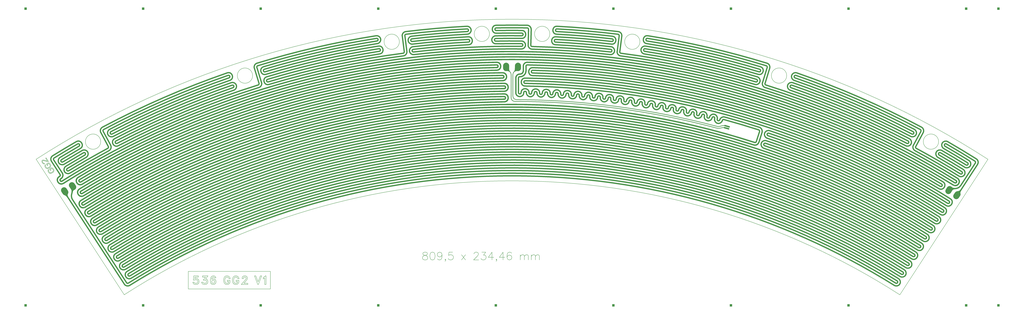
<source format=gbr>
%FSLAX36Y36*%
%MOIN*%
%SFA1.000B1.000*%

%MIA0B0*%
%IPPOS*%
%ADD10C,0.00100*%
%ADD11C,0.00200*%
%ADD12C,0.00400*%
%ADD13C,0.00800*%
%ADD14C,0.01969*%
%ADD15C,0.01600*%
%ADD16C,0.20472*%
%ADD18C,0.04724*%
%ADD47C,0.00984*%
%ADD51C,0.03200*%
%ADD60R,0.03937X0.03937*%
%ADD61C,0.04213*%
%ADD62C,0.01000*%
%ADD68R,0.07874X0.07874*%
%LNcopper.536-gg2-*%
%LPD*%
G54D61*
X2805532Y5861237D03*
X2791190Y5852234D03*
X2838309Y5777223D03*
X32820159Y5872861D03*
X32680240Y5646930D03*
X3424999Y5826176D03*
X3470712Y5750299D03*
X17392252Y9758000D03*
X17397132Y9492297D03*
X3469561Y5438804D03*
X3515716Y5363195D03*
X17589861Y9406577D03*
X17592902Y9140847D03*
X3520881Y5054473D03*
X3567468Y4979130D03*
X17643798Y9052795D03*
X17646352Y8787059D03*
X3713922Y4757239D03*
X3760487Y4681883D03*
X17643781Y8698447D03*
X17646369Y8432712D03*
X3906965Y4460003D03*
X3953508Y4384633D03*
X26029522Y7072306D03*
G54D12*
X2814749Y5751374D03*
G54D15*
X17905902Y10130110D03*
G54D13*
X32750200Y5609958D03*
G54D15*
X17905902Y9864362D03*
G54D12*
X3447856Y5724883D03*
X3492638Y5337645D03*
X3544175Y4953447D03*
X3737205Y4656206D03*
X3930237Y4358964D03*
G54D15*
X17905902Y8358456D03*
G54D11*
X26043072Y7050120D03*
G54D61*
X2758458Y5936277D03*
X2744071Y5927245D03*
X2885428Y5702211D03*
X32773519Y5797550D03*
X32726880Y5722240D03*
X3379286Y5902052D03*
X3516425Y5674423D03*
X17393879Y9669432D03*
X17395506Y9580864D03*
X3423405Y5514412D03*
X3561871Y5287587D03*
X17590874Y9318000D03*
X17591888Y9229423D03*
X3474294Y5129816D03*
X3614055Y4903787D03*
X17644649Y8964216D03*
X17645501Y8875638D03*
X3667357Y4832595D03*
X3807052Y4606526D03*
X17644644Y8609869D03*
X17645506Y8521290D03*
X3860423Y4535374D03*
X4000050Y4309263D03*
X26002423Y6987970D03*
G54D13*
X2814749Y5664791D03*
G54D15*
X17905902Y10041527D03*
G54D12*
X32750200Y5696541D03*
G54D15*
X17905902Y9952945D03*
G54D13*
X3447856Y5638300D03*
X3492638Y5251062D03*
X3544175Y4866865D03*
X3737205Y4569624D03*
X3930237Y4272381D03*
G54D15*
X17905902Y8269874D03*
G54D11*
X26043072Y6961537D03*
G54D14*
X25035497Y7636990D03*
X25016653Y7568675D03*
X24923673Y7561543D03*
X24904639Y7621057D03*
X24760234Y7613598D03*
X24745084Y7556519D03*
X18052890Y8507391D03*
X17994094Y8448594D03*
G54D61*
X32778287Y5532200D03*
X32923979Y5620880D03*
X32680240Y5646930D03*
X32726880Y5722240D03*
X32773519Y5797550D03*
X32820159Y5872861D03*
X32873237Y5944183D03*
X32919896Y6019481D03*
X32966556Y6094779D03*
X33013215Y6170077D03*
X33066232Y6241434D03*
X33112912Y6316719D03*
X33159591Y6392005D03*
X33206270Y6467291D03*
X33406635Y6446625D03*
X33420207Y6385005D03*
X33494499Y6336759D03*
X33453781Y6521619D03*
X32337077Y5752718D03*
X32291376Y5676834D03*
X32245676Y5600950D03*
X32199976Y5525066D03*
X32585165Y5184275D03*
X32538083Y5109241D03*
X32491000Y5034207D03*
X32392136Y4887086D03*
X32345069Y4812043D03*
X32298002Y4736999D03*
X32250935Y4661955D03*
X32199106Y4589897D03*
X32152054Y4514843D03*
X32105003Y4439790D03*
X32057951Y4364736D03*
X32006075Y4292707D03*
X31959039Y4217643D03*
X31912004Y4142579D03*
X31864968Y4067516D03*
X31813042Y3995516D03*
X31766023Y3920442D03*
X31719004Y3845368D03*
X31671985Y3770294D03*
X31620007Y3698325D03*
X31573006Y3623240D03*
X31526004Y3548155D03*
X31479002Y3473070D03*
X31426972Y3401132D03*
X31379987Y3326037D03*
X31333003Y3250941D03*
X31286019Y3175846D03*
X31233935Y3103940D03*
X31186968Y3028833D03*
X31140002Y2953726D03*
X31093035Y2878619D03*
X31040896Y2806746D03*
X30993948Y2731628D03*
X30947000Y2656509D03*
X30900052Y2581391D03*
X30847855Y2509552D03*
X30800926Y2434421D03*
X30753998Y2359291D03*
X30707069Y2284161D03*
X32494842Y7099142D03*
X32450603Y7022397D03*
X32406364Y6945651D03*
X32362126Y6868906D03*
X32298104Y6803554D03*
X32253926Y6726774D03*
X32209748Y6649994D03*
X32165570Y6573214D03*
X31441633Y6875299D03*
X31399567Y6797341D03*
X31423654Y6935250D03*
X31345631Y6977194D03*
X31597171Y7445094D03*
X31675193Y7403149D03*
X31578953Y7505173D03*
X31620540Y7583387D03*
X31379239Y7510415D03*
X31338134Y7431946D03*
X31297029Y7353478D03*
X31255923Y7275010D03*
X31211435Y7198313D03*
X31170341Y7119840D03*
X31129246Y7041366D03*
X31088151Y6962892D03*
X26534902Y7465653D03*
X26506683Y7381685D03*
X26478463Y7297718D03*
X26450243Y7213750D03*
X26422023Y7129783D03*
X26393803Y7045816D03*
X26365583Y6961848D03*
X26337364Y6877881D03*
X26002423Y6987970D03*
X26029522Y7072306D03*
X26085228Y7100890D03*
X26169474Y7073510D03*
X26277870Y7410858D03*
X26193624Y7438234D03*
X26165016Y7493986D03*
X26192115Y7578322D03*
X25003566Y7838632D03*
X25026854Y7924098D03*
X24949179Y7807507D03*
X24863636Y7830514D03*
X24778018Y7853240D03*
X24692325Y7875684D03*
X24606560Y7897847D03*
X24520722Y7919727D03*
X24434812Y7941326D03*
X24348832Y7962641D03*
X24262783Y7983675D03*
X24176665Y8004425D03*
X24090479Y8024892D03*
X24004226Y8045076D03*
X23917908Y8064976D03*
X23831524Y8084592D03*
X23745077Y8103925D03*
X23658566Y8122973D03*
X23571993Y8141737D03*
X23485359Y8160216D03*
X23398665Y8178410D03*
X23311912Y8196319D03*
X23225100Y8213943D03*
X23138231Y8231282D03*
X23051305Y8248335D03*
X22964323Y8265103D03*
X22877287Y8281584D03*
X22790197Y8297779D03*
X22703055Y8313688D03*
X22615861Y8329311D03*
X22528615Y8344646D03*
X22441320Y8359695D03*
X22353976Y8374457D03*
X22266584Y8388932D03*
X22179145Y8403120D03*
X22091659Y8417020D03*
X22004129Y8430633D03*
X21916554Y8443957D03*
X21828936Y8456994D03*
X21741275Y8469743D03*
X21653573Y8482204D03*
X21565831Y8494377D03*
X21478049Y8506261D03*
X21390228Y8517856D03*
X21214475Y8540181D03*
X21126544Y8550910D03*
X21038579Y8561350D03*
X20950579Y8571501D03*
X21302370Y8529163D03*
X20862547Y8581363D03*
X20774483Y8590935D03*
X20686388Y8600218D03*
X20598263Y8609211D03*
X20510109Y8617914D03*
X20421926Y8626328D03*
X20333717Y8634452D03*
X20245481Y8642286D03*
X20157220Y8649830D03*
X20068935Y8657084D03*
X19980626Y8664047D03*
X19892295Y8670721D03*
X19803943Y8677104D03*
X19715570Y8683196D03*
X19627177Y8688999D03*
X19538766Y8694510D03*
X19450337Y8699731D03*
X19361892Y8704662D03*
X19273431Y8709301D03*
X19184955Y8713650D03*
X19096465Y8717709D03*
X19007962Y8721476D03*
X18919448Y8724952D03*
X18830922Y8728138D03*
X18742387Y8731032D03*
X18653842Y8733636D03*
X18565289Y8735949D03*
X18476730Y8737970D03*
X18388164Y8739701D03*
X18299593Y8741140D03*
X18211017Y8742288D03*
X18122437Y8742753D03*
X18033855D03*
X17646369Y8432712D03*
X17645506Y8521290D03*
X17644644Y8609869D03*
X17643781Y8698447D03*
X17646352Y8787059D03*
X17645501Y8875638D03*
X17644649Y8964216D03*
X17643798Y9052795D03*
X17592902Y9140847D03*
X17591888Y9229423D03*
X17590874Y9318000D03*
X17589861Y9406577D03*
X17397132Y9492297D03*
X17395506Y9580864D03*
X17393879Y9669432D03*
X17392252Y9758000D03*
X18419551D03*
X18417925Y9669432D03*
X18372820Y9625148D03*
X18284237D03*
Y9471044D03*
X18372820D03*
X18174049Y9274203D03*
X18174913Y9362782D03*
X18033855Y9229981D03*
X18122437D03*
X18345664Y8961914D03*
X18347098Y9050485D03*
X18348531Y9139056D03*
X18349965Y9227627D03*
X18594839Y9311181D03*
X18597056Y9399736D03*
X18599272Y9488291D03*
X18601489Y9576846D03*
X27441443Y9402761D03*
X27412528Y9319030D03*
X27383613Y9235300D03*
X27354698Y9151569D03*
X27306677Y9074429D03*
X27277821Y8990678D03*
X27248964Y8906927D03*
X26406495Y8997156D03*
X26380077Y8912604D03*
X26377407Y9052575D03*
X26292815Y9078861D03*
X26535046Y9559874D03*
X26450453Y9586160D03*
X26421107Y9641659D03*
X26447006Y9726371D03*
X26224062Y9608697D03*
X26198684Y9523827D03*
X26173307Y9438957D03*
X26147929Y9354088D03*
X26118893Y9270312D03*
X26093527Y9185439D03*
X26068161Y9100565D03*
X26042795Y9015692D03*
X22455964Y10646346D03*
X22442167Y10558845D03*
X22428369Y10471343D03*
X22414572Y10383842D03*
X22378223Y10299887D03*
X22364494Y10212375D03*
X22350766Y10124862D03*
X22337038Y10037350D03*
X21541593Y9972080D03*
X21552927Y10059934D03*
X21514658Y10109461D03*
X21426786Y10120658D03*
X21493938Y10647624D03*
X21581810Y10636426D03*
X21455400Y10697184D03*
X21466196Y10785106D03*
X21267072Y10630506D03*
X21256817Y10542519D03*
X21246563Y10454532D03*
X21236309Y10366545D03*
X21222261Y10278999D03*
X21212018Y10191011D03*
X21201776Y10103022D03*
X21191533Y10015034D03*
X19414757Y10963881D03*
X19410182Y10875416D03*
X19405607Y10786952D03*
X19401031Y10698488D03*
X19373657Y10611193D03*
X19369151Y10522725D03*
X19364646Y10434257D03*
X19360141Y10345789D03*
X18577964Y10286288D03*
X18575875Y10197730D03*
X18534728Y10331543D03*
X18446166Y10333494D03*
X18457868Y10864592D03*
X18546429Y10862641D03*
X18414360Y10909852D03*
X18415907Y10998421D03*
X18234034Y10823854D03*
X18233033Y10735277D03*
X18232032Y10646700D03*
X18231031Y10558123D03*
X18226211Y10469589D03*
X18225222Y10381012D03*
X18224232Y10292435D03*
X18223243Y10203857D03*
X17376034Y10998068D03*
X17377641Y10909500D03*
X17379248Y10820932D03*
X17380854Y10732363D03*
X17359636Y10643372D03*
X17361313Y10554806D03*
X17362989Y10466239D03*
X17364666Y10377672D03*
X16451663Y10345789D03*
X16447157Y10434257D03*
X16442652Y10522725D03*
X16438147Y10611193D03*
X16410772Y10698488D03*
X16406197Y10786952D03*
X16401621Y10875416D03*
X16397046Y10963881D03*
X14620271Y10015034D03*
X14610028Y10103022D03*
X14599785Y10191011D03*
X14589543Y10278999D03*
X14575495Y10366545D03*
X14565240Y10454532D03*
X14554986Y10542519D03*
X14544732Y10630506D03*
X14356404Y10697184D03*
X14345608Y10785106D03*
X14229994Y10636426D03*
X14317866Y10647624D03*
X14297146Y10109461D03*
X14385018Y10120658D03*
X14258877Y10059934D03*
X14270211Y9972080D03*
X13355839Y10646346D03*
X13369637Y10558845D03*
X13383434Y10471343D03*
X13397232Y10383842D03*
X13433581Y10299887D03*
X13447309Y10212375D03*
X13461037Y10124862D03*
X13474765Y10037350D03*
X9769009Y9015692D03*
X9743643Y9100565D03*
X9718277Y9185439D03*
X9692910Y9270312D03*
X9663874Y9354088D03*
X9638497Y9438957D03*
X9613119Y9523827D03*
X9587742Y9608697D03*
X9390697Y9641659D03*
X9364797Y9726371D03*
X9361350Y9586160D03*
X9276758Y9559874D03*
X9434396Y9052575D03*
X9518989Y9078861D03*
X9431726Y8912604D03*
X9405308Y8997156D03*
X8591696Y8823176D03*
X8562839Y8906927D03*
X8533983Y8990678D03*
X8505126Y9074429D03*
X8457106Y9151569D03*
X8428191Y9235300D03*
X8399276Y9319030D03*
X8370361Y9402761D03*
X4723652Y6962892D03*
X4682557Y7041366D03*
X4641463Y7119840D03*
X4600368Y7198313D03*
X4555880Y7275010D03*
X4514775Y7353478D03*
X4473670Y7431946D03*
X4432565Y7510415D03*
X4232850Y7505173D03*
X4191263Y7583387D03*
X4214633Y7445094D03*
X4136610Y7403149D03*
X4388149Y6935250D03*
X4466172Y6977194D03*
X4412236Y6797341D03*
X4370171Y6875299D03*
X3646233Y6573214D03*
X3602055Y6649994D03*
X3557877Y6726774D03*
X3513699Y6803554D03*
X3449678Y6868906D03*
X3405439Y6945651D03*
X3361200Y7022397D03*
X3316962Y7099142D03*
X2525820Y6626317D03*
X2572457Y6551006D03*
X2558630Y6489227D03*
X2484339Y6440982D03*
X2774009Y6570957D03*
X2820174Y6495355D03*
X2866339Y6419753D03*
X2912504Y6344151D03*
X2967105Y6273698D03*
X3013244Y6198080D03*
X3059383Y6122462D03*
X3105522Y6046844D03*
X2846359Y6046165D03*
X2772067Y5997919D03*
X2758458Y5936277D03*
X2744071Y5927245D03*
X2791190Y5852234D03*
X2805532Y5861237D03*
X2838309Y5777223D03*
X2885428Y5702211D03*
X3379286Y5902052D03*
X3424999Y5826176D03*
X3470712Y5750299D03*
X3516425Y5674423D03*
X3423405Y5514412D03*
X3469561Y5438804D03*
X3515716Y5363195D03*
X3561871Y5287587D03*
X3474294Y5129816D03*
X3520881Y5054473D03*
X3567468Y4979130D03*
X3614055Y4903787D03*
X3667357Y4832595D03*
X3713922Y4757239D03*
X3760487Y4681883D03*
X3807052Y4606526D03*
X3860423Y4535374D03*
X3906965Y4460003D03*
X3953508Y4384633D03*
X3158029Y5331835D03*
X3190976Y5154067D03*
X4000050Y4309263D03*
X4053491Y4238150D03*
X4100010Y4162766D03*
X4146529Y4087381D03*
X4193049Y4011996D03*
X4246561Y3940925D03*
X4293056Y3865526D03*
X4339552Y3790127D03*
X4386047Y3714727D03*
X4439633Y3643699D03*
X4486104Y3568285D03*
X4532575Y3492870D03*
X4579046Y3417456D03*
X4632708Y3346471D03*
X4679154Y3271041D03*
X4725600Y3195611D03*
X4772046Y3120181D03*
X4825786Y3049241D03*
X4872206Y2973795D03*
X4918626Y2898349D03*
X4965046Y2822903D03*
X5018867Y2752009D03*
X5065260Y2676547D03*
X5111653Y2601085D03*
X5158047Y2525622D03*
X5057806Y2359291D03*
X5104735Y2284161D03*
X4922904Y2324488D03*
X4997196Y2372733D03*
G54D62*
X1971004Y6508582D03*
X4919365Y1968504D03*
X30892438D03*
X33840800Y6508582D03*
X2455570Y6056048D03*
G54D68*
X1616673Y11554055D03*
X5553681D03*
X9490689D03*
X13427697D03*
X17364705D03*
X21301713D03*
X25238720D03*
X29175728D03*
X33112736D03*
X34195130D03*
X1616673Y1614173D03*
X5553681D03*
X9490689D03*
X13427697D03*
X17364705D03*
X21301713D03*
X25238720D03*
X29175728D03*
X33112736D03*
X34195130D03*
G54D14*
X17801571Y9522269D02*
G75*
G03X17836165Y9438752I118110D01*
X17801571Y9565866D02*
G01Y9522269D01*
X17709051Y9565866D02*
G01X17841780Y9433137D01*
X17836165Y9438752D02*
G03X17752648Y9473346I-83517J-83517D01*
X17709051D02*
G01X17752648D01*
X17876374Y9349620D02*
G03X17841780Y9433136I-118110D01*
G54D60*
X17785425Y9491162D02*
G01Y9498361D01*
X18026378Y9491162D02*
G01Y9498361D01*
G54D14*
X18102752Y9473346D02*
G01X18059155D01*
Y9473346D02*
G03X17975639Y9438752I1J-118111D01*
X18102752Y9565866D02*
G01X17970023Y9433137D01*
X18010232Y9565866D02*
G01Y9522269D01*
X17975639Y9438752D02*
G03X18010233Y9522269I-83517J83517D01*
X17970023Y9433137D02*
G03X17935429Y9349620I83516J-83517D01*
G54D16*
X17709051Y9644606D02*
G01Y9565866D01*
X18102752Y9644606D02*
G01Y9565866D01*
X32780145Y5272895D02*
G01X32823031Y5338931D01*
X2903003Y5471006D02*
G01X2945888Y5404969D01*
X32515997Y5444434D02*
G01X32558882Y5510471D01*
X3167151Y5642546D02*
G01X3210036Y5576508D01*
G54D18*
X25035497Y7636989D02*
G01X25179372Y7595978D01*
X25016653Y7568675D02*
G01X25160528Y7527663D01*
G54D14*
X17935429Y8625499D02*
G01Y9349620D01*
X17876374Y8566704D02*
G01Y9349620D01*
X24760234Y7613598D02*
G03X18052890Y8507391I-6854332J-25823323D01*
X17935429Y8625499D02*
G03X18052890Y8507391I118110J1D01*
X24745084Y7556519D02*
G03X17994094Y8448594I-6839181J-25766244D01*
X17876374Y8566704D02*
G03X17994094Y8448594I118111J0D01*
G54D18*
X3243151Y5505070D02*
G03X3177294Y5422470I49672J-107157D01*
Y5422470D02*
G03X3150727Y5524715I-115529J24556D01*
X3210036Y5576509D02*
G01X3177294Y5422469D01*
X2980796Y5315072D02*
G01X3022227Y5251273D01*
Y5251273D02*
G03X2920530Y5330424I-165093J-107212D01*
X2945888Y5404969D02*
G03X2980796Y5315072I233019J38758D01*
X3016046Y5369221D02*
G03X3022227Y5251273I105237J-53621D01*
X32616912Y5563694D02*
G03X32715596Y5525992I87044J79833D01*
Y5525992D02*
G03X32626224Y5469666I11640J-117535D01*
X32558882Y5510471D02*
G01X32715596Y5525992D01*
X32916105Y5446110D02*
G03X32899883Y5356072I99056J-64327D01*
X32823031Y5338932D02*
G03X32899233Y5420130I-187946J252738D01*
Y5420130D02*
G01X32932388Y5471185D01*
X32827151Y5417564D02*
G03X32932388Y5471185I6181J117948D01*
G54D14*
X24760234Y7613598D02*
G03X24904639Y7621057I60602J228314D01*
X25035497Y7636990D02*
G03X24904639Y7621057I-33087J-273597D01*
X24745084Y7556519D02*
G03X24923673Y7561542I80803J304419D01*
X25016653Y7568675D02*
G03X24923673Y7561543I-31863J-194254D01*
G54D61*
X32715596Y5525992D02*
G01X32778287Y5532200D01*
Y5532200D02*
G03X32923980Y5620880I-19400J195892D01*
X32923979D02*
G01X33420207Y6385005D01*
Y6385005D02*
G03X33406635Y6446625I-37146J24123D01*
Y6446625D02*
G03X32450603Y7022397I-15500733J-24656349D01*
Y7022397D02*
G03X32406364Y6945651I-22119J-38373D01*
X33206270Y6467291D02*
G03X32406364Y6945651I-15300366J-24677015D01*
X33066232Y6241434D02*
G03X33206270Y6467291I70019J112928D01*
X33066232Y6241434D02*
G03X32253926Y6726774I-15160331J-24451157D01*
Y6726774D02*
G03X32209748Y6649994I-22089J-38390D01*
X33013215Y6170077D02*
G03X32209748Y6649994I-15107314J-24379801D01*
X32873237Y5944183D02*
G03X33013215Y6170077I69989J112947D01*
X32873237Y5944183D02*
G03X31399567Y6797342I-14967334J-24153906D01*
X31345631Y6977194D02*
G03X31399567Y6797341I117034J-62917D01*
X31345631Y6977194D02*
G01X31597171Y7445094D01*
Y7445094D02*
G03X31578953Y7505173I-39011J20972D01*
Y7505173D02*
G03X27412528Y9319030I-13673051J-25714897D01*
Y9319030D02*
G03X27383613Y9235300I-14458J-41865D01*
X31379239Y7510415D02*
G03X27383613Y9235300I-13473336J-25720139D01*
X31255923Y7275010D02*
G03X31379239Y7510415I61658J117702D01*
X31255923Y7275010D02*
G03X27277821Y8990678I-13350022J-25484734D01*
Y8990678D02*
G03X27248964Y8906927I-14428J-41875D01*
X31211435Y7198313D02*
G03X27248964Y8906927I-13305534J-25408038D01*
X31088151Y6962892D02*
G03X31211435Y7198313I61642J117710D01*
X31088151Y6962892D02*
G03X26380077Y8912604I-13182250J-25172617D01*
X26292815Y9078861D02*
G03X26380077Y8912604I126888J-39430D01*
X26292815Y9078861D02*
G01X26450453Y9586160D01*
Y9586160D02*
G03X26421107Y9641659I-42296J13143D01*
Y9641659D02*
G03X22442167Y10558845I-8515205J-27851383D01*
Y10558845D02*
G03X22428369Y10471343I-6899J-43751D01*
X26224062Y9608697D02*
G03X22428369Y10471343I-8318160J-27818421D01*
X26147929Y9354088D02*
G03X26224062Y9608697I38066J127304D01*
X26147929Y9354088D02*
G03X22364494Y10212375I-8242028J-27563812D01*
Y10212375D02*
G03X22350766Y10124862I-6864J-43756D01*
X26118893Y9270312D02*
G03X22350766Y10124862I-8212992J-27480037D01*
X26042795Y9015692D02*
G03X26118893Y9270312I38049J127310D01*
X26042795Y9015692D02*
G03X21541593Y9972080I-8136893J-27225417D01*
X21426786Y10120658D02*
G03X21541593Y9972080I131808J-16796D01*
X21426786Y10120658D02*
G01X21493938Y10647624D01*
Y10647624D02*
G03X21455400Y10697184I-43936J5599D01*
Y10697184D02*
G03X19410182Y10875417I-3549497J-28906909D01*
Y10875416D02*
G03X19405607Y10786952I-2288J-44232D01*
X21267072Y10630506D02*
G03X19405607Y10786952I-3361170J-28840230D01*
X21236309Y10366545D02*
G03X21267072Y10630505I15381J131980D01*
X21236309Y10366545D02*
G03X19369151Y10522726I-3330407J-28576269D01*
Y10522725D02*
G03X19364646Y10434257I-2253J-44234D01*
X21222261Y10278999D02*
G03X19364646Y10434257I-3316359J-28488722D01*
X21191533Y10015034D02*
G03X21222261Y10278999I15364J131982D01*
X21191533Y10015034D02*
G03X18575875Y10197730I-3285632J-28224758D01*
X18446166Y10333494D02*
G03X18575875Y10197730I132842J-2927D01*
X18446166Y10333494D02*
G01X18457868Y10864592D01*
Y10864592D02*
G03X18414360Y10909852I-44280J975D01*
Y10909852D02*
G03X17377641Y10909499I-508457J-29119574D01*
Y10909500D02*
G03X17379248Y10820932I803J-44284D01*
X18234034Y10823854D02*
G03X17379248Y10820931I-328131J-29033575D01*
X18231031Y10558123D02*
G03X18234034Y10823854I1501J132865D01*
X18231031Y10558123D02*
G03X17361313Y10554805I-325131J-28767846D01*
Y10554806D02*
G03X17362989Y10466239I838J-44284D01*
X18226211Y10469589D02*
G03X17362989Y10466239I-320309J-28679316D01*
X18223243Y10203857D02*
G03X18226211Y10469589I1484J132866D01*
X18223243Y10203857D02*
G03X14620271Y10015033I-317341J-28413582D01*
X14589543Y10278999D02*
G03X14620271Y10015034I15364J-131983D01*
X16447157Y10434257D02*
G03X14589543Y10278999I1458745J-28643980D01*
X16447157Y10434257D02*
G03X16442652Y10522725I-2253J44234D01*
Y10522725D02*
G03X14575495Y10366544I1463250J-28732450D01*
X14544732Y10630506D02*
G03X14575495Y10366546I15381J-131980D01*
X16406197Y10786952D02*
G03X14544732Y10630506I1499705J-28996676D01*
X16406197Y10786952D02*
G03X16401621Y10875416I-2288J44232D01*
Y10875416D02*
G03X14356404Y10697183I1504280J-29085140D01*
Y10697184D02*
G03X14317866Y10647624I5398J-43961D01*
Y10647624D02*
G01X14385018Y10120658D01*
X14270211Y9972080D02*
G03X14385018Y10120658I-17001J131781D01*
X14270211Y9972080D02*
G03X9769009Y9015692I3635691J-28181805D01*
X9692910Y9270312D02*
G03X9769009Y9015692I38050J-127310D01*
X13461037Y10124862D02*
G03X9692910Y9270311I4444865J-28334586D01*
X13461037Y10124862D02*
G03X13447309Y10212375I-6864J43756D01*
Y10212375D02*
G03X9663874Y9354088I4458593J-28422098D01*
X9587742Y9608697D02*
G03X9663874Y9354089I38066J-127304D01*
X13383434Y10471343D02*
G03X9587742Y9608697I4522467J-28681068D01*
X13383434Y10471343D02*
G03X13369637Y10558845I-6899J43751D01*
Y10558845D02*
G03X9390697Y9641659I4536264J-28768569D01*
Y9641659D02*
G03X9361350Y9586160I12950J-42356D01*
Y9586160D02*
G01X9518989Y9078861D01*
X9431726Y8912604D02*
G03X9518989Y9078861I-39626J126827D01*
X9431726Y8912604D02*
G03X4723652Y6962892I8474176J-27122328D01*
X4600368Y7198313D02*
G03X4723652Y6962892I61642J-117710D01*
X8562839Y8906927D02*
G03X4600368Y7198313I9343063J-27116651D01*
X8562839Y8906927D02*
G03X8533983Y8990678I-14428J41875D01*
Y8990678D02*
G03X4555880Y7275010I9371919J-27200402D01*
X4432565Y7510415D02*
G03X4555880Y7275010I61657J-117703D01*
X8428191Y9235300D02*
G03X4432565Y7510415I9477710J-27445024D01*
X8428191Y9235300D02*
G03X8399276Y9319030I-14458J41865D01*
Y9319030D02*
G03X4232850Y7505172I9506626J-27528755D01*
Y7505173D02*
G03X4214633Y7445094I20794J-39106D01*
Y7445094D02*
G01X4466172Y6977194D01*
X4412236Y6797341D02*
G03X4466172Y6977194I-63098J116936D01*
X4412236Y6797341D02*
G03X3105522Y6046844I13493665J-25007065D01*
X2967105Y6273698D02*
G03X3105522Y6046844I69208J-113427D01*
X3602055Y6649994D02*
G03X2967105Y6273698I14303845J-24859717D01*
X3602055Y6649994D02*
G03X3557877Y6726774I-22089J38390D01*
Y6726774D02*
G03X2912504Y6344151I14348024J-24936495D01*
X2774009Y6570957D02*
G03X2912504Y6344151I69247J-113403D01*
X3405439Y6945651D02*
G03X2774009Y6570957I14500462J-25155375D01*
X3405439Y6945651D02*
G03X3361200Y7022396I-22119J38373D01*
Y7022397D02*
G03X2572457Y6551006I14544702J-25232124D01*
Y6551006D02*
G03X2558630Y6489227I23319J-37656D01*
Y6489227D02*
G01X2846359Y6046165D01*
G54D10*
X2816883Y5844084D02*
G01X2795028Y5878923D01*
X2829384Y6034545D02*
G01X2863876Y6056944D01*
G54D11*
X2847732Y5973796D02*
G01X2887858D01*
X2796172Y5879080D02*
G01X2855018D01*
X2830501Y6034693D02*
G01X2875228D01*
X2847732Y5973796D02*
G01X2887858D01*
G54D51*
X2835616Y5895080D02*
G01X2848192D01*
X2848910Y5915985D02*
G01X2860159D01*
X2857288Y5936891D02*
G01X2867829D01*
X2861727Y5957796D02*
G01X2871927D01*
G54D15*
X2814976Y5861237D02*
G01X2827809D01*
X2808802Y5871080D02*
G01X2838589D01*
G54D11*
X2817040Y5844776D02*
G01X2795715Y5878768D01*
G54D15*
X2819135Y5854609D02*
G01X2805225Y5876781D01*
G54D13*
X2842198Y6038693D02*
G01X2870086D01*
X2849868Y6043674D02*
G01X2867579D01*
X2857538Y6048655D02*
G01X2864833D01*
G54D11*
X2830073Y6034396D02*
G01X2863727Y6056251D01*
G54D13*
X2834169Y6033479D02*
G01X2862803Y6052074D01*
G54D15*
X2854465Y5981796D02*
G01X2880639D01*
X2852511Y5996762D02*
G01X2879040D01*
X2848569Y6011727D02*
G01X2875843D01*
X2842423Y6026693D02*
G01X2870934D01*
G54D11*
X2855781Y5880080D02*
G01X2797719D01*
G54D12*
X2855289Y5881080D02*
G01X2800926D01*
G54D13*
X2854301Y5883080D02*
G01X2806912D01*
G54D15*
X2852300Y5887080D02*
G01X2817595D01*
G54D11*
X2847728Y5972796D02*
G01X2887855D01*
G54D12*
X2848715Y5971796D02*
G01X2886845D01*
G54D13*
X2850663Y5969796D02*
G01X2884805D01*
G54D15*
X2854465Y5965796D02*
G01X2880639D01*
G54D12*
X2817350Y5846163D02*
G01X2797955Y5877080D01*
G54D13*
X2817960Y5848954D02*
G01X2801570Y5875080D01*
G54D12*
X2835446Y6036693D02*
G01X2863424Y6054863D01*
G54D11*
X2830518Y6033693D02*
G01X2875641D01*
G54D12*
X2832308Y6032693D02*
G01X2874978D01*
G54D13*
X2835792Y6030693D02*
G01X2873643D01*
G54D11*
X2887855Y5974796D02*
G01X2847728D01*
G54D12*
X2886845Y5975796D02*
G01X2848715D01*
G54D13*
X2884805Y5977796D02*
G01X2850663D01*
G54D10*
X2816883Y5844084D02*
G03X2863876Y6056944I-81962J129712D01*
X2795028Y5878923D02*
G03X2829384Y6034545I-60107J94873D01*
G54D11*
X2795715Y5878768D02*
G03X2847732Y5973796I-60794J95028D01*
X2855481Y5879695D02*
G03X2887858Y5973796I-120560J94101D01*
G54D51*
X2815861Y5874881D02*
G03X2862732Y5973796I-80940J98916D01*
X2843657Y5888925D02*
G03X2872858Y5973796I-108736J84871D01*
G54D11*
X2817040Y5844776D02*
G03X2855481Y5879695I-82119J129020D01*
G54D15*
X2819135Y5854609D02*
G03X2849963Y5884002I-84214J119187D01*
G54D11*
X2875382Y6034297D02*
G03X2863727Y6056251I-140461J-60501D01*
G54D13*
X2872627Y6033111D02*
G03X2862803Y6052074I-137705J-59315D01*
G54D11*
X2847732Y5973796D02*
G03X2830073Y6034396I-112811D01*
X2887858Y5973796D02*
G03X2875382Y6034297I-152937D01*
G54D15*
X2854732Y5973796D02*
G03X2839536Y6032195I-119811D01*
X2880858Y5973796D02*
G03X2868953Y6031528I-145937D01*
G54D12*
X2800926Y5881080D02*
G03X2848714Y5971796I-66005J92716D01*
G54D13*
X2806912Y5883080D02*
G03X2850663Y5969796I-71991J90716D01*
G54D15*
X2817595Y5887080D02*
G03X2854465Y5965796I-82674J86716D01*
G54D12*
X2817350Y5846163D02*
G03X2852100Y5877080I-82429J127633D01*
G54D13*
X2817960Y5848954D02*
G03X2847776Y5875080I-83039J124842D01*
G54D12*
X2873228Y6036693D02*
G03X2863424Y6054863I-138307J-62896D01*
X2848715Y5975796D02*
G03X2832308Y6032693I-113793J-2000D01*
G54D13*
X2850663Y5977796D02*
G03X2835792Y6030693I-115742J-4000D01*
G54D10*
X2794181Y5878391D02*
G01X2816036Y5843552D01*
X2802551Y5835087*
X2780676Y5869912*
X2794181Y5878391*
G54D11*
X2781837Y5870070D02*
G01X2798829D01*
X2797905Y5843394D02*
G01X2814873D01*
G54D12*
X2786932Y5872070D02*
G01X2796376D01*
X2790923Y5874575D02*
G01X2794805D01*
G54D11*
X2781365Y5869755D02*
G01X2794024Y5877701D01*
X2799144Y5869538*
G54D12*
X2782744Y5869440D02*
G01X2793708Y5876323D01*
X2798297Y5869007*
G54D13*
X2798954Y5847394D02*
G01X2809494D01*
X2795043Y5853620D02*
G01X2805589D01*
X2791133Y5859845D02*
G01X2801684D01*
X2787222Y5866070D02*
G01X2797779D01*
G54D11*
X2797589Y5843926D02*
G01X2781365Y5869755D01*
X2799144Y5869538D02*
G01X2815347Y5843710D01*
G54D13*
X2800130Y5845522D02*
G01X2785501Y5868810D01*
X2796603Y5867944D02*
G01X2811212Y5844657D01*
G54D12*
X2801930Y5838896D02*
G01X2805796D01*
X2800361Y5841394D02*
G01X2809775D01*
G54D11*
X2802709Y5835777D02*
G01X2797589Y5843926D01*
X2815347Y5843710D02*
G01X2802709Y5835777D01*
G54D12*
X2803024Y5837155D02*
G01X2798436Y5844458D01*
X2813969Y5844026D02*
G01X2803024Y5837155D01*
G54D11*
X2783459Y5871070D02*
G01X2794024Y5877701D01*
X2798184Y5871070D02*
G01X2783459D01*
X2813250Y5842394D02*
G01X2802709Y5835777D01*
X2798551Y5842394D02*
G01X2813250D01*
G54D10*
X2779830Y5869379D02*
G01X2801707Y5834551D01*
X2826945Y5794374D02*
G01X2848822Y5759546D01*
G54D11*
X2753458Y5834398D02*
G01X2800630D01*
X2750395Y5814728D02*
G01X2790521D01*
X2754717Y5791500D02*
G01X2807915D01*
X2821583D02*
G01X2828178D01*
X2781874Y5759387D02*
G01X2847625D01*
G54D13*
X2753526Y5818728D02*
G01X2787816D01*
X2754188Y5824563D02*
G01X2789359D01*
X2755430Y5830398D02*
G01X2792482D01*
X2756486Y5795500D02*
G01X2795471D01*
X2755050Y5800576D02*
G01X2791488D01*
X2754070Y5805652D02*
G01X2789078D01*
X2753526Y5810728D02*
G01X2787816D01*
G54D15*
X2764511Y5842398D02*
G01X2787921D01*
X2771358Y5852234D02*
G01X2781743D01*
G54D11*
X2779675Y5868685D02*
G01X2801026Y5834695D01*
G54D15*
X2777765Y5858565D02*
G01X2791918Y5836034D01*
X2782372Y5767387D02*
G01X2835040D01*
X2772962Y5775443D02*
G01X2829979D01*
X2766642Y5783500D02*
G01X2824919D01*
G54D11*
X2828494Y5790968D02*
G01X2848130Y5759708D01*
G54D15*
X2824918Y5783500D02*
G01X2838185Y5762380D01*
G54D12*
X2798940Y5753378D02*
G01X2830559D01*
X2792572Y5755382D02*
G01X2836927D01*
X2787810Y5757387D02*
G01X2841688D01*
G54D11*
X2824389Y5792500D02*
G01X2827531D01*
X2826779Y5793697D02*
G01X2828494Y5790968D01*
G54D12*
X2779373Y5867286D02*
G01X2798776Y5836398D01*
G54D13*
X2778796Y5864444D02*
G01X2795157Y5838398D01*
G54D11*
X2814749Y5790500D02*
G01X2828788D01*
X2755130D02*
G01X2814749D01*
G54D12*
Y5789500D02*
G01X2828235D01*
X2756635D02*
G01X2814749D01*
G54D13*
Y5787500D02*
G01X2827130D01*
X2759768D02*
G01X2814749D01*
G54D12*
X2828235Y5789500D02*
G01X2845895Y5761387D01*
G54D13*
X2827130Y5787500D02*
G01X2842276Y5763387D01*
G54D10*
X2801707Y5834551D02*
G03X2826945Y5794374I13042J-19823D01*
X2779830Y5869379D02*
G03X2848822Y5759546I34920J-54650D01*
G54D11*
X2753379Y5834097D02*
G03X2750395Y5814728I61370J-19369D01*
X2801026Y5834695D02*
G03X2790521Y5814728I13723J-19967D01*
G54D13*
X2756240Y5833194D02*
G03X2753395Y5814728I58509J-18466D01*
X2797036Y5835407D02*
G03X2787521Y5814728I17713J-20679D01*
G54D11*
X2750395D02*
G03X2754597Y5791855I64354D01*
X2790521Y5814728D02*
G03X2814749Y5790500I24228D01*
G54D13*
X2753395Y5814728D02*
G03X2757401Y5792921I61354D01*
X2787521Y5814728D02*
G03X2814749Y5787500I27228D01*
G54D11*
X2779675Y5868685D02*
G03X2753378Y5834097I35074J-53957D01*
G54D15*
X2777765Y5858565D02*
G03X2760054Y5831990I36984J-43837D01*
G54D11*
X2754597Y5791855D02*
G03X2780518Y5760233I60152J22873D01*
G54D15*
X2761140Y5794343D02*
G03X2784241Y5766161I53609J20385D01*
G54D11*
X2780518Y5760233D02*
G03X2814749Y5750374I34231J54495D01*
Y5750374D02*
G03X2848130Y5759708J64354D01*
G54D12*
X2781050Y5761080D02*
G03X2814749Y5751374I33699J53648D01*
Y5751374D02*
G03X2846739Y5760043I1J63354D01*
G54D11*
X2814749Y5790500D02*
G03X2826779Y5793697J24228D01*
G54D12*
X2779373Y5867286D02*
G03X2755216Y5836398I35376J-52558D01*
G54D13*
X2778796Y5864444D02*
G03X2758145Y5838398I35954J-49716D01*
G54D10*
X32830560Y5890606D02*
G01X32808907Y5855642D01*
X2849670Y5760076D02*
G01X2827794Y5794901D01*
G54D11*
X2828956Y5795059D02*
G01X2904593D01*
X16379215Y10095984D02*
G01X17669829D01*
X18141974D02*
G01X19432588D01*
X32752960Y5890768D02*
G01X32829379D01*
G54D15*
X2847756Y5777223D02*
G01X2862881D01*
X2841578Y5787059D02*
G01X2878577D01*
G54D11*
X2849828Y5760765D02*
G01X2828484Y5794744D01*
G54D15*
X2852032Y5770415D02*
G01X2838135Y5792539D01*
X2902212Y5801843D02*
G01X2852032Y5770415D01*
G54D51*
X2882759Y5811059D02*
G01X2901864D01*
X2932334Y5841993D02*
G01X2951502D01*
X2982138Y5872927D02*
G01X3001370D01*
X3032173Y5903861D02*
G01X3051470D01*
X3082441Y5934796D02*
G01X3101804D01*
X3132945Y5965730D02*
G01X3152374D01*
X3183687Y5996664D02*
G01X3203184D01*
X3234671Y6027598D02*
G01X3254235D01*
X3285897Y6058533D02*
G01X3305530D01*
X3337369Y6089467D02*
G01X3357071D01*
X3389090Y6120401D02*
G01X3408862D01*
X3441061Y6151335D02*
G01X3460905D01*
X3493287Y6182270D02*
G01X3513202D01*
X3545769Y6213204D02*
G01X3565757D01*
X3598510Y6244138D02*
G01X3618573D01*
X3651514Y6275072D02*
G01X3671651D01*
X3704783Y6306007D02*
G01X3724996D01*
X3758320Y6336941D02*
G01X3778609D01*
X3812129Y6367875D02*
G01X3832495D01*
X3866211Y6398809D02*
G01X3886657D01*
X3920572Y6429744D02*
G01X3941097D01*
X3975213Y6460678D02*
G01X3995818D01*
X4030138Y6491612D02*
G01X4050825D01*
X4085351Y6522546D02*
G01X4106121D01*
X4140855Y6553481D02*
G01X4161709D01*
X4196653Y6584415D02*
G01X4217592D01*
X4252750Y6615349D02*
G01X4273775D01*
X4309148Y6646283D02*
G01X4330260D01*
X4365852Y6677218D02*
G01X4387053D01*
X4422865Y6708152D02*
G01X4444156D01*
X4480192Y6739086D02*
G01X4501573D01*
X4537836Y6770020D02*
G01X4559310D01*
X4595801Y6800955D02*
G01X4617369D01*
X4654093Y6831889D02*
G01X4675756D01*
X4712714Y6862823D02*
G01X4734473D01*
X4771670Y6893757D02*
G01X4793527D01*
X4830965Y6924692D02*
G01X4852921D01*
X4890604Y6955626D02*
G01X4912661D01*
X4950591Y6986560D02*
G01X4972750D01*
X5010931Y7017494D02*
G01X5033194D01*
X5071630Y7048429D02*
G01X5093998D01*
X5132691Y7079363D02*
G01X5155167D01*
X5194122Y7110297D02*
G01X5216707D01*
X5255926Y7141231D02*
G01X5278622D01*
X5318110Y7172166D02*
G01X5340918D01*
X5380679Y7203100D02*
G01X5403601D01*
X5443639Y7234034D02*
G01X5466677D01*
X5506996Y7264968D02*
G01X5530152D01*
X5570756Y7295903D02*
G01X5594031D01*
X5634925Y7326837D02*
G01X5658322D01*
X5699510Y7357771D02*
G01X5723031D01*
X5764517Y7388705D02*
G01X5788165D01*
X5829953Y7419640D02*
G01X5853729D01*
X5895826Y7450574D02*
G01X5919732D01*
X5962142Y7481508D02*
G01X5986181D01*
X6028908Y7512442D02*
G01X6053084D01*
X6096134Y7543377D02*
G01X6120447D01*
X6163825Y7574311D02*
G01X6188279D01*
X6231991Y7605245D02*
G01X6256588D01*
X6300640Y7636179D02*
G01X6325383D01*
X6369781Y7667114D02*
G01X6394672D01*
X6439421Y7698048D02*
G01X6464464D01*
X6509572Y7728982D02*
G01X6534769D01*
X6580241Y7759916D02*
G01X6605596D01*
X6651439Y7790851D02*
G01X6676954D01*
X6723176Y7821785D02*
G01X6748855D01*
X6795462Y7852719D02*
G01X6821309D01*
X6868308Y7883653D02*
G01X6894326D01*
X6941726Y7914588D02*
G01X6967918D01*
X7015726Y7945522D02*
G01X7042097D01*
X7090321Y7976456D02*
G01X7116875D01*
X7165523Y8007390D02*
G01X7192263D01*
X7241346Y8038325D02*
G01X7268276D01*
X7317801Y8069259D02*
G01X7344927D01*
X7394904Y8100193D02*
G01X7422229D01*
X7472668Y8131127D02*
G01X7500197D01*
X7551109Y8162062D02*
G01X7578847D01*
X7630241Y8192996D02*
G01X7658194D01*
X7710082Y8223930D02*
G01X7738254D01*
X7790647Y8254864D02*
G01X7819044D01*
X7871955Y8285799D02*
G01X7900582D01*
X7954023Y8316733D02*
G01X7982887D01*
X8036870Y8347667D02*
G01X8065977D01*
X8120517Y8378601D02*
G01X8149873D01*
X8204983Y8409536D02*
G01X8234596D01*
X8290291Y8440470D02*
G01X8320167D01*
X8376463Y8471404D02*
G01X8406610D01*
X8463522Y8502338D02*
G01X8493949D01*
X8551494Y8533273D02*
G01X8582208D01*
X8640405Y8564207D02*
G01X8671414D01*
X8730281Y8595141D02*
G01X8761595D01*
X8821152Y8626075D02*
G01X8852780D01*
X8913047Y8657010D02*
G01X8945000D01*
X9005999Y8687944D02*
G01X9038287D01*
X9100040Y8718878D02*
G01X9132674D01*
X9195207Y8749813D02*
G01X9228199D01*
X9291536Y8780747D02*
G01X9324898D01*
X9389066Y8811681D02*
G01X9422812D01*
X9487840Y8842615D02*
G01X9521984D01*
X9587903Y8873550D02*
G01X9622458D01*
X9689300Y8904484D02*
G01X9724283D01*
X9792081Y8935418D02*
G01X9827510D01*
X9896302Y8966352D02*
G01X9932194D01*
X10002017Y8997287D02*
G01X10038391D01*
X10109288Y9028221D02*
G01X10146166D01*
X10218181Y9059155D02*
G01X10255583D01*
X10328764Y9090089D02*
G01X10366715D01*
X10441114Y9121024D02*
G01X10479639D01*
X10555311Y9151958D02*
G01X10594437D01*
X10671442Y9182892D02*
G01X10711200D01*
X10789603Y9213826D02*
G01X10830025D01*
X10909896Y9244761D02*
G01X10951017D01*
X11032433Y9275695D02*
G01X11074292D01*
X11157337Y9306629D02*
G01X11199975D01*
X11284740Y9337563D02*
G01X11328204D01*
X11414792Y9368498D02*
G01X11459132D01*
X11547653Y9399432D02*
G01X11592926D01*
X11683504Y9430366D02*
G01X11729773D01*
X11822545Y9461300D02*
G01X11869880D01*
X11965001Y9492235D02*
G01X12013480D01*
X12111122Y9523169D02*
G01X12160834D01*
X12261194Y9554103D02*
G01X12312240D01*
X12415541Y9585037D02*
G01X12468036D01*
X12574534Y9615972D02*
G01X12628610D01*
X12738602Y9646906D02*
G01X12794413D01*
X12908244Y9677840D02*
G01X12965971D01*
X13084049Y9708774D02*
G01X13143907D01*
X13266717Y9739709D02*
G01X13328964D01*
X13457094Y9770643D02*
G01X13522043D01*
X13656216Y9801577D02*
G01X13724257D01*
X13865376Y9832511D02*
G01X13937000D01*
X14086221Y9863446D02*
G01X14162068D01*
X14320911Y9894380D02*
G01X14401834D01*
X14572368Y9925314D02*
G01X14659554D01*
X14844723Y9956248D02*
G01X14939904D01*
X15144150Y9987183D02*
G01X15250040D01*
X15480656Y10018117D02*
G01X15601961D01*
X15872569Y10049051D02*
G01X16018901D01*
X16361506Y10079985D02*
G01X16559987D01*
G54D15*
X16689296Y10103984D02*
G01X19122507D01*
X17045533Y10117047D02*
G01X18766270D01*
G54D51*
X32755614Y5906768D02*
G01X32774918D01*
X32705293Y5937681D02*
G01X32724662D01*
X32654736Y5968594D02*
G01X32674171D01*
X32603940Y5999506D02*
G01X32623442D01*
X32552902Y6030419D02*
G01X32572472D01*
X32501620Y6061332D02*
G01X32521259D01*
X32450092Y6092245D02*
G01X32469800D01*
X32398314Y6123157D02*
G01X32418093D01*
X32346285Y6154070D02*
G01X32366135D01*
X32294001Y6184983D02*
G01X32313923D01*
X32241460Y6215896D02*
G01X32261455D01*
X32188659Y6246809D02*
G01X32208728D01*
X32135595Y6277721D02*
G01X32155738D01*
X32082264Y6308634D02*
G01X32102483D01*
X32028665Y6339547D02*
G01X32048960D01*
X31974793Y6370460D02*
G01X31995166D01*
X31920646Y6401373D02*
G01X31941098D01*
X31866221Y6432285D02*
G01X31886753D01*
X31811514Y6463198D02*
G01X31832126D01*
X31756522Y6494111D02*
G01X31777216D01*
X31701241Y6525024D02*
G01X31722018D01*
X31645669Y6555937D02*
G01X31666529D01*
X31589801Y6586849D02*
G01X31610746D01*
X31533634Y6617762D02*
G01X31554665D01*
X31477163Y6648675D02*
G01X31498283D01*
X31420387Y6679588D02*
G01X31441594D01*
X31363299Y6710501D02*
G01X31384597D01*
X31305898Y6741413D02*
G01X31327286D01*
X31248177Y6772326D02*
G01X31269658D01*
X31190134Y6803239D02*
G01X31211709D01*
X31131764Y6834152D02*
G01X31153434D01*
X31073063Y6865065D02*
G01X31094829D01*
X31014025Y6895977D02*
G01X31035889D01*
X30954648Y6926890D02*
G01X30976611D01*
X30894925Y6957803D02*
G01X30916989D01*
X30834853Y6988716D02*
G01X30857019D01*
X30774426Y7019629D02*
G01X30796696D01*
X30713639Y7050541D02*
G01X30736015D01*
X30652488Y7081454D02*
G01X30674971D01*
X30590966Y7112367D02*
G01X30613558D01*
X30529069Y7143280D02*
G01X30551771D01*
X30466791Y7174193D02*
G01X30489605D01*
X30404125Y7205105D02*
G01X30427055D01*
X30341068Y7236018D02*
G01X30364113D01*
X30277611Y7266931D02*
G01X30300775D01*
X30213750Y7297844D02*
G01X30237033D01*
X30149478Y7328756D02*
G01X30172883D01*
X30084788Y7359669D02*
G01X30108317D01*
X30019674Y7390582D02*
G01X30043329D01*
X29954128Y7421495D02*
G01X29977912D01*
X29888145Y7452408D02*
G01X29912059D01*
X29821715Y7483320D02*
G01X29845763D01*
X29754833Y7514233D02*
G01X29779016D01*
X29687490Y7545146D02*
G01X29711811D01*
X29619678Y7576059D02*
G01X29644139D01*
X29551389Y7606972D02*
G01X29575994D01*
X29482615Y7637884D02*
G01X29507365D01*
X29413346Y7668797D02*
G01X29438246D01*
X29343575Y7699710D02*
G01X29368626D01*
X29273292Y7730623D02*
G01X29298497D01*
X29202486Y7761536D02*
G01X29227849D01*
X29131149Y7792448D02*
G01X29156673D01*
X29059270Y7823361D02*
G01X29084958D01*
X28986838Y7854274D02*
G01X29012694D01*
X28913843Y7885187D02*
G01X28939869D01*
X28840274Y7916100D02*
G01X28866475D01*
X28766117Y7947012D02*
G01X28792497D01*
X28691363Y7977925D02*
G01X28717925D01*
X28615998Y8008838D02*
G01X28642746D01*
X28540008Y8039751D02*
G01X28566947D01*
X28463381Y8070664D02*
G01X28490515D01*
X28386103Y8101576D02*
G01X28413437D01*
X28308159Y8132489D02*
G01X28335697D01*
X28229533Y8163402D02*
G01X28257281D01*
X28150211Y8194315D02*
G01X28178173D01*
X28070176Y8225228D02*
G01X28098357D01*
X27989411Y8256140D02*
G01X28017817D01*
X27907899Y8287053D02*
G01X27936536D01*
X27825620Y8317966D02*
G01X27854494D01*
X27742556Y8348879D02*
G01X27771673D01*
X27658686Y8379792D02*
G01X27688053D01*
X27573990Y8410704D02*
G01X27603613D01*
X27488446Y8441617D02*
G01X27518333D01*
X27402031Y8472530D02*
G01X27432189D01*
X27314720Y8503443D02*
G01X27345157D01*
X27226489Y8534356D02*
G01X27257213D01*
X27137312Y8565268D02*
G01X27168331D01*
X27047160Y8596181D02*
G01X27078484D01*
X26956004Y8627094D02*
G01X26987643D01*
X26863814Y8658007D02*
G01X26895777D01*
X26770557Y8688919D02*
G01X26802856D01*
X26676201Y8719832D02*
G01X26708845D01*
X26580707Y8750745D02*
G01X26613710D01*
X26484039Y8781658D02*
G01X26517413D01*
X26386157Y8812571D02*
G01X26419914D01*
X26287018Y8843483D02*
G01X26321172D01*
X26186576Y8874396D02*
G01X26221143D01*
X26084785Y8905309D02*
G01X26119780D01*
X25981592Y8936222D02*
G01X26017032D01*
X25876943Y8967135D02*
G01X25912847D01*
X25770780Y8998047D02*
G01X25807167D01*
X25663042Y9028960D02*
G01X25699931D01*
X25553661Y9059873D02*
G01X25591075D01*
X25442566Y9090786D02*
G01X25480529D01*
X25329680Y9121699D02*
G01X25368217D01*
X25214920Y9152611D02*
G01X25254059D01*
X25098196Y9183524D02*
G01X25137967D01*
X24979411Y9214437D02*
G01X25019846D01*
X24858460Y9245350D02*
G01X24899594D01*
X24735227Y9276263D02*
G01X24777099D01*
X24609587Y9307175D02*
G01X24652239D01*
X24481401Y9338088D02*
G01X24524879D01*
X24350517Y9369001D02*
G01X24394873D01*
X24216769Y9399914D02*
G01X24262057D01*
X24079969Y9430827D02*
G01X24126254D01*
X23939910Y9461739D02*
G01X23987261D01*
X23796360Y9492652D02*
G01X23844855D01*
X23649056Y9523565D02*
G01X23698785D01*
X23497703Y9554478D02*
G01X23548766D01*
X23341962Y9585391D02*
G01X23394474D01*
X23181444Y9616303D02*
G01X23235537D01*
X23015699Y9647216D02*
G01X23071528D01*
X22844201Y9678129D02*
G01X22901947D01*
X22666328Y9709042D02*
G01X22726206D01*
X22481337Y9739955D02*
G01X22543604D01*
X22288327Y9770867D02*
G01X22353297D01*
X22086186Y9801780D02*
G01X22154248D01*
X21873520Y9832693D02*
G01X21945167D01*
X21648535Y9863606D02*
G01X21724406D01*
X21408857Y9894519D02*
G01X21489806D01*
X21151233Y9925431D02*
G01X21238446D01*
X20870990Y9956344D02*
G01X20966199D01*
X20560974Y9987257D02*
G01X20666895D01*
X20209195Y10018170D02*
G01X20330532D01*
X19792432Y10049082D02*
G01X19938798D01*
X19251607Y10079995D02*
G01X19450115D01*
G54D15*
X32795333Y5872861D02*
G01X32810749D01*
X32779297Y5882768D02*
G01X32816884D01*
G54D11*
X32829872Y5890444D02*
G01X32808745Y5856330D01*
G54D15*
X32820235Y5888178D02*
G01X32806479Y5865966D01*
G54D11*
X2828914Y5794059D02*
G01X2902964D01*
G54D12*
X2899478Y5793059D02*
G01X2850143Y5762144D01*
X2830723Y5793059D02*
G01X2899478D01*
G54D13*
X2892508Y5791059D02*
G01X2850772Y5764901D01*
X2834341Y5791059D02*
G01X2892508D01*
G54D12*
X2850143Y5762144D02*
G01X2830723Y5793059D01*
G54D13*
X2850772Y5764901D02*
G01X2834341Y5791059D01*
G54D11*
X2906164Y5796059D02*
G01X2830577D01*
G54D12*
X2905878Y5797059D02*
G01X2834051D01*
G54D13*
X2905304Y5799059D02*
G01X2840999D01*
G54D15*
X2904157Y5803059D02*
G01X2854906D01*
G54D11*
X16361071Y10094984D02*
G01X17569416D01*
G54D12*
X16361099Y10093984D02*
G01X17430039D01*
G54D13*
X16361153Y10091984D02*
G01X17232930D01*
G54D15*
X16361262Y10087984D02*
G01X16954176D01*
G54D11*
X17905902Y10096984D02*
G01X16398162D01*
X19413641D02*
G01X17905902D01*
G54D12*
Y10097984D02*
G01X16436218D01*
X19375586D02*
G01X17905902D01*
G54D13*
Y10099984D02*
G01X16515450D01*
X19296354D02*
G01X17905902D01*
G54D11*
X18242388Y10094984D02*
G01X19450732D01*
G54D12*
X18381765Y10093984D02*
G01X19450705D01*
G54D13*
X18578874Y10091984D02*
G01X19450650D01*
G54D15*
X18857628Y10087984D02*
G01X19450541D01*
G54D11*
X32827734Y5891768D02*
G01X32751366D01*
G54D12*
X32824219Y5892768D02*
G01X32751649D01*
G54D13*
X32817186Y5894768D02*
G01X32752216D01*
G54D15*
X32803110Y5898768D02*
G01X32753349D01*
G54D12*
X32808422Y5857707D02*
G01X32758141Y5888768D01*
X32827658D02*
G01X32808422Y5857707D01*
G54D13*
X32807774Y5860460D02*
G01X32765197Y5886768D01*
X32824067D02*
G01X32807774Y5860460D01*
G54D10*
X32830560Y5890606D02*
G03X17905902Y10137609I-14924658J-24100331D01*
X32808907Y5855642D02*
G03X2849670Y5760076I-14903006J-24065367D01*
X17905902Y10137610D02*
G03X2827794Y5794901I-1J-28347335D01*
G54D11*
X2905921Y5795907D02*
G03X2849828Y5760766I14999981J-24005631D01*
X16361099Y10094985D02*
G03X2828484Y5794743I1544803J-28304709D01*
X17905902Y10096984D02*
G03X2905921Y5795907J-28306709D01*
G54D51*
X16361916Y10080008D02*
G03X2849167Y5790017I1543986J-28289732D01*
X17905902Y10111984D02*
G03X2897973Y5808628J-28321709D01*
G54D11*
X17905902Y10137110D02*
G03X16361099Y10094986J-28346835D01*
X19450705Y10094985D02*
G03X17905902Y10137109I-1544803J-28304710D01*
G54D15*
Y10130110D02*
G03X16361480Y10087996J-28339835D01*
X19450323D02*
G03X17905902Y10130110I-1544421J-28297721D01*
G54D11*
X32751607Y5891619D02*
G03X17905902Y10096983I-14845705J-24101344D01*
X32829872Y5890444D02*
G03X19450705Y10094985I-14923970J-24100169D01*
G54D51*
X32759474Y5904391D02*
G03X17905902Y10111984I-14853572J-24114116D01*
X32809219Y5885586D02*
G03X19449888Y10080008I-14903317J-24095310D01*
G54D11*
X32808745Y5856330D02*
G03X32751607Y5891619I-14902844J-24066055D01*
G54D15*
X32806479Y5865966D02*
G03X32755278Y5897579I-14900577J-24075691D01*
G54D12*
X16361099Y10093984D02*
G03X2834051Y5797059I1544803J-28303708D01*
G54D13*
X16361153Y10091984D02*
G03X2840999Y5799059I1544748J-28301708D01*
G54D15*
X16361262Y10087984D02*
G03X2854906Y5803058I1544640J-28297708D01*
G54D12*
X19375586Y10097984D02*
G03X17905902Y10136110I-1469684J-28307709D01*
Y10136110D02*
G03X16436218Y10097984J-28345835D01*
G54D13*
X19296354Y10099984D02*
G03X17905902Y10134110I-1390452J-28309709D01*
Y10134110D02*
G03X16515450Y10099984J-28343835D01*
G54D12*
X32824219Y5892768D02*
G03X19450705Y10093984I-14918317J-24102493D01*
G54D13*
X32817186Y5894768D02*
G03X19450650Y10091984I-14911285J-24104493D01*
G54D15*
X32803110Y5898768D02*
G03X19450541Y10087984I-14897208J-24108493D01*
G54D10*
X32669839Y5629185D02*
G01X32691493Y5664149D01*
X32809757Y5855115D02*
G01X32831410Y5890079D01*
G54D11*
X32682113Y5648084D02*
G01X32735330D01*
X32765069D02*
G01X32854568D01*
X32671036Y5629023D02*
G01X32829363D01*
X32863011Y5759895D02*
G01X32903137D01*
X32810918Y5854954D02*
G01X32870026D01*
G54D13*
X32676333Y5633023D02*
G01X32830102D01*
X32679758Y5638553D02*
G01X32838275D01*
X32683183Y5644084D02*
G01X32845430D01*
G54D11*
X32670529Y5629349D02*
G01X32681806Y5647558D01*
G54D13*
X32674685Y5630363D02*
G01X32684356Y5645978D01*
X32711721Y5614980D02*
G01X32788678D01*
X32696248Y5620001D02*
G01X32804151D01*
X32684698Y5625023D02*
G01X32815701D01*
X32688138Y5652084D02*
G01X32707903D01*
X32690848Y5656461D02*
G01X32698109D01*
G54D11*
X32681806Y5647558D02*
G01X32691656Y5663464D01*
G54D13*
X32684356Y5645978D02*
G01X32692661Y5659389D01*
G54D51*
X32834792Y5664084D02*
G01X32849431D01*
X32857652Y5690688D02*
G01X32869518D01*
X32870701Y5717292D02*
G01X32881392D01*
X32877005Y5743895D02*
G01X32887206D01*
X32877005Y5775895D02*
G01X32887206D01*
X32872532Y5796915D02*
G01X32883076D01*
X32864073Y5817934D02*
G01X32875332D01*
X32850626Y5838954D02*
G01X32863232D01*
G54D15*
X32823433Y5862954D02*
G01X32853527D01*
X32829569Y5872861D02*
G01X32842592D01*
G54D11*
X32810443Y5855274D02*
G01X32831571Y5889388D01*
G54D15*
X32819942Y5857316D02*
G01X32833722Y5879568D01*
G54D11*
X32750200Y5647084D02*
G01X32853463D01*
X32681512D02*
G01X32750200D01*
G54D12*
Y5646084D02*
G01X32850857D01*
X32682069D02*
G01X32750200D01*
G54D11*
X32672744Y5628023D02*
G01X32827655D01*
G54D12*
X32676513Y5627023D02*
G01X32823886D01*
X32684547Y5650084D02*
G01X32691987Y5662098D01*
G54D11*
X32812484Y5853954D02*
G01X32870793D01*
G54D12*
X32815721Y5852954D02*
G01X32870304D01*
G54D13*
X32821758Y5850954D02*
G01X32869319D01*
G54D15*
X32832513Y5846954D02*
G01X32867325D01*
G54D11*
X32903133Y5760895D02*
G01X32863006D01*
G54D12*
X32902123Y5761895D02*
G01X32863993D01*
G54D13*
X32900083Y5763895D02*
G01X32865942D01*
G54D15*
X32895917Y5767895D02*
G01X32869743D01*
G54D12*
X32812660Y5856954D02*
G01X32831889Y5888003D01*
G54D13*
X32816251Y5858954D02*
G01X32832515Y5885216D01*
G54D10*
X32669839Y5629185D02*
G03X32831410Y5890078I80360J130710D01*
X32691493Y5664149D02*
G03X32809757Y5855115I58707J95746D01*
G54D11*
X32830722Y5629873D02*
G03X32855318Y5648811I-80523J130023D01*
G54D13*
X32829143Y5632423D02*
G03X32853257Y5650989I-78944J127473D01*
G54D11*
X32670529Y5629349D02*
G03X32750200Y5606958I79671J130546D01*
Y5606958D02*
G03X32830722Y5629873I-1J152937D01*
G54D13*
X32674685Y5630363D02*
G03X32750200Y5609958I75515J129532D01*
Y5609958D02*
G03X32829143Y5632423J149937D01*
G54D11*
X32691656Y5663464D02*
G03X32750200Y5647084I58543J96431D01*
G54D13*
X32692661Y5659389D02*
G03X32750200Y5644084I57538J100506D01*
G54D11*
Y5647084D02*
G03X32863011Y5759895J112811D01*
X32855318Y5648811D02*
G03X32903136Y5759895I-105118J111084D01*
G54D51*
X32750200Y5632084D02*
G03X32878011Y5759895J127811D01*
X32845008Y5659706D02*
G03X32888136Y5759895I-94808J100189D01*
G54D11*
X32863011D02*
G03X32810443Y5855274I-112811J0D01*
X32903137Y5759895D02*
G03X32870494Y5854336I-152937D01*
G54D51*
X32878011Y5759895D02*
G03X32830567Y5859277I-127811D01*
X32888137Y5759895D02*
G03X32858696Y5845074I-137938J1D01*
G54D11*
X32870494Y5854336D02*
G03X32831571Y5889388I-120294J-94441D01*
G54D15*
X32864988Y5850014D02*
G03X32833722Y5879569I-114789J-90119D01*
G54D12*
X32676513Y5627023D02*
G03X32750200Y5607958I73687J132872D01*
Y5607958D02*
G03X32823886Y5627023I-1J151938D01*
X32691987Y5662098D02*
G03X32720292Y5650084I58213J97797D01*
X32863993Y5761895D02*
G03X32815721Y5852954I-113794J-2000D01*
G54D13*
X32865942Y5763895D02*
G03X32821758Y5850954I-115742J-4000D01*
G54D15*
X32869743Y5767895D02*
G03X32832513Y5846954I-119544J-8000D01*
G54D12*
X32867095Y5856954D02*
G03X32831889Y5888003I-116895J-97059D01*
G54D13*
X32862754Y5858954D02*
G03X32832515Y5885216I-112555J-99059D01*
G54D10*
X32690642Y5664675D02*
G01X32668989Y5629711D01*
X3436039Y5808820D02*
G01X3414816Y5844047D01*
G54D11*
X3416037Y5844217D02*
G01X3494015D01*
X16386393Y9830236D02*
G01X17670937D01*
X18140866D02*
G01X19425410D01*
X32613040Y5664837D02*
G01X32689461D01*
G54D15*
X3434339Y5826176D02*
G01X3450329D01*
X3428289Y5836217D02*
G01X3467039D01*
G54D11*
X3436209Y5809507D02*
G01X3415502Y5843877D01*
G54D15*
X3438593Y5819114D02*
G01X3425111Y5841492D01*
G54D51*
X3471806Y5860217D02*
G01X3491506D01*
X3523445Y5891108D02*
G01X3543215D01*
X3575336Y5921999D02*
G01X3595177D01*
X3627482Y5952890D02*
G01X3647396D01*
X3679886Y5983781D02*
G01X3699874D01*
X3732552Y6014672D02*
G01X3752614D01*
X3785482Y6045562D02*
G01X3805619D01*
X3838678Y6076453D02*
G01X3858892D01*
X3892145Y6107344D02*
G01X3912436D01*
X3945885Y6138235D02*
G01X3966254D01*
X3999901Y6169126D02*
G01X4020349D01*
X4054196Y6200017D02*
G01X4074725D01*
X4108775Y6230907D02*
G01X4129385D01*
X4163639Y6261798D02*
G01X4184332D01*
X4218794Y6292689D02*
G01X4239569D01*
X4274241Y6323580D02*
G01X4295101D01*
X4329985Y6354471D02*
G01X4350931D01*
X4386030Y6385362D02*
G01X4407063D01*
X4442378Y6416253D02*
G01X4463500D01*
X4499035Y6447143D02*
G01X4520246D01*
X4556004Y6478034D02*
G01X4577305D01*
X4613288Y6508925D02*
G01X4634682D01*
X4670893Y6539816D02*
G01X4692380D01*
X4728822Y6570707D02*
G01X4750403D01*
X4787079Y6601598D02*
G01X4808757D01*
X4845670Y6632488D02*
G01X4867444D01*
X4904598Y6663379D02*
G01X4926471D01*
X4963867Y6694270D02*
G01X4985841D01*
X5023484Y6725161D02*
G01X5045560D01*
X5083452Y6756052D02*
G01X5105631D01*
X5143777Y6786943D02*
G01X5166061D01*
X5204463Y6817834D02*
G01X5226854D01*
X5265516Y6848724D02*
G01X5288015D01*
X5326942Y6879615D02*
G01X5349551D01*
X5388745Y6910506D02*
G01X5411466D01*
X5450931Y6941397D02*
G01X5473766D01*
X5513506Y6972288D02*
G01X5536457D01*
X5576477Y7003179D02*
G01X5599544D01*
X5639848Y7034069D02*
G01X5663035D01*
X5703627Y7064960D02*
G01X5726935D01*
X5767819Y7095851D02*
G01X5791251D01*
X5832432Y7126742D02*
G01X5855990D01*
X5897472Y7157633D02*
G01X5921157D01*
X5962946Y7188524D02*
G01X5986762D01*
X6028861Y7219415D02*
G01X6052809D01*
X6095225Y7250305D02*
G01X6119308D01*
X6162045Y7281196D02*
G01X6186265D01*
X6229330Y7312087D02*
G01X6253690D01*
X6297086Y7342978D02*
G01X6321588D01*
X6365323Y7373869D02*
G01X6389971D01*
X6434049Y7404760D02*
G01X6458844D01*
X6503273Y7435650D02*
G01X6528219D01*
X6573004Y7466541D02*
G01X6598104D01*
X6643251Y7497432D02*
G01X6668508D01*
X6714025Y7528323D02*
G01X6739442D01*
X6785334Y7559214D02*
G01X6810915D01*
X6857191Y7590105D02*
G01X6882938D01*
X6929604Y7620996D02*
G01X6955522D01*
X7002586Y7651886D02*
G01X7028678D01*
X7076148Y7682777D02*
G01X7102418D01*
X7150302Y7713668D02*
G01X7176753D01*
X7225060Y7744559D02*
G01X7251697D01*
X7300435Y7775450D02*
G01X7327261D01*
X7376440Y7806341D02*
G01X7403461D01*
X7453089Y7837231D02*
G01X7480308D01*
X7530396Y7868122D02*
G01X7557819D01*
X7608377Y7899013D02*
G01X7636007D01*
X7687045Y7929904D02*
G01X7714889D01*
X7766419Y7960795D02*
G01X7794481D01*
X7846513Y7991686D02*
G01X7874799D01*
X7927345Y8022577D02*
G01X7955862D01*
X8008935Y8053467D02*
G01X8037687D01*
X8091300Y8084358D02*
G01X8120294D01*
X8174459Y8115249D02*
G01X8203702D01*
X8258435Y8146140D02*
G01X8287933D01*
X8343248Y8177031D02*
G01X8373008D01*
X8428920Y8207922D02*
G01X8458950D01*
X8515476Y8238813D02*
G01X8545784D01*
X8602940Y8269703D02*
G01X8633533D01*
X8691337Y8300594D02*
G01X8722225D01*
X8780695Y8331485D02*
G01X8811887D01*
X8871042Y8362376D02*
G01X8902547D01*
X8962409Y8393267D02*
G01X8994237D01*
X9054827Y8424158D02*
G01X9086988D01*
X9148328Y8455048D02*
G01X9180834D01*
X9242950Y8485939D02*
G01X9275812D01*
X9338727Y8516830D02*
G01X9371958D01*
X9435700Y8547721D02*
G01X9469313D01*
X9533910Y8578612D02*
G01X9567919D01*
X9633402Y8609503D02*
G01X9667821D01*
X9734221Y8640394D02*
G01X9769067D01*
X9836418Y8671284D02*
G01X9871707D01*
X9940046Y8702175D02*
G01X9975796D01*
X10045161Y8733066D02*
G01X10081392D01*
X10151824Y8763957D02*
G01X10188556D01*
X10260100Y8794848D02*
G01X10297354D01*
X10370058Y8825739D02*
G01X10407858D01*
X10481773Y8856629D02*
G01X10520145D01*
X10595325Y8887520D02*
G01X10634297D01*
X10710802Y8918411D02*
G01X10750402D01*
X10828297Y8949302D02*
G01X10868559D01*
X10947913Y8980193D02*
G01X10988871D01*
X11069762Y9011084D02*
G01X11111454D01*
X11193964Y9041975D02*
G01X11236433D01*
X11320653Y9072865D02*
G01X11363944D01*
X11449976Y9103756D02*
G01X11494140D01*
X11582094Y9134647D02*
G01X11627187D01*
X11717185Y9165538D02*
G01X11763270D01*
X11855450Y9196429D02*
G01X11902596D01*
X11997110Y9227320D02*
G01X12045396D01*
X12142417Y9258210D02*
G01X12191931D01*
X12291653Y9289101D02*
G01X12342495D01*
X12445141Y9319992D02*
G01X12497425D01*
X12603250Y9350883D02*
G01X12657108D01*
X12766405Y9381774D02*
G01X12821992D01*
X12935105Y9412665D02*
G01X12992600D01*
X13109934Y9443556D02*
G01X13169551D01*
X13291588Y9474446D02*
G01X13353584D01*
X13480909Y9505337D02*
G01X13545595D01*
X13678926Y9536228D02*
G01X13746691D01*
X13886925Y9567119D02*
G01X13958258D01*
X14106544Y9598010D02*
G01X14182082D01*
X14339930Y9628901D02*
G01X14420522D01*
X14589988Y9659791D02*
G01X14676816D01*
X14860823Y9690682D02*
G01X14955611D01*
X15158573Y9721573D02*
G01X15264022D01*
X15493181Y9752464D02*
G01X15613974D01*
X15882856Y9783355D02*
G01X16028556D01*
X16368924Y9814246D02*
G01X16566494D01*
G54D15*
X16695017Y9838236D02*
G01X19116786D01*
X17049578Y9851299D02*
G01X18762225D01*
G54D51*
X32615694Y5680837D02*
G01X32634998D01*
X32565478Y5711683D02*
G01X32584848D01*
X32515024Y5742530D02*
G01X32534461D01*
X32464329Y5773376D02*
G01X32483834D01*
X32413392Y5804222D02*
G01X32432965D01*
X32362210Y5835069D02*
G01X32381852D01*
X32310779Y5865915D02*
G01X32330492D01*
X32259099Y5896761D02*
G01X32278881D01*
X32207164Y5927608D02*
G01X32227019D01*
X32154974Y5958454D02*
G01X32174901D01*
X32102525Y5989300D02*
G01X32122526D01*
X32049814Y6020147D02*
G01X32069889D01*
X31996838Y6050993D02*
G01X32016989D01*
X31943595Y6081839D02*
G01X31963822D01*
X31890081Y6112686D02*
G01X31910385D01*
X31836293Y6143532D02*
G01X31856676D01*
X31782228Y6174379D02*
G01X31802690D01*
X31727883Y6205225D02*
G01X31748425D01*
X31673254Y6236071D02*
G01X31693877D01*
X31618338Y6266918D02*
G01X31639044D01*
X31563131Y6297764D02*
G01X31583921D01*
X31507631Y6328610D02*
G01X31528505D01*
X31451833Y6359457D02*
G01X31472793D01*
X31395733Y6390303D02*
G01X31416781D01*
X31339329Y6421149D02*
G01X31360464D01*
X31282615Y6451996D02*
G01X31303840D01*
X31225589Y6482842D02*
G01X31246905D01*
X31168246Y6513688D02*
G01X31189653D01*
X31110581Y6544535D02*
G01X31132082D01*
X31052592Y6575381D02*
G01X31074187D01*
X30994272Y6606228D02*
G01X31015964D01*
X30935619Y6637074D02*
G01X30957408D01*
X30876627Y6667920D02*
G01X30898515D01*
X30817292Y6698767D02*
G01X30839280D01*
X30757608Y6729613D02*
G01X30779699D01*
X30697572Y6760459D02*
G01X30719766D01*
X30637178Y6791306D02*
G01X30659477D01*
X30576422Y6822152D02*
G01X30598827D01*
X30515296Y6852998D02*
G01X30537811D01*
X30453798Y6883845D02*
G01X30476422D01*
X30391920Y6914691D02*
G01X30414656D01*
X30329658Y6945538D02*
G01X30352508D01*
X30267005Y6976384D02*
G01X30289970D01*
X30203955Y7007230D02*
G01X30227038D01*
X30140503Y7038077D02*
G01X30163705D01*
X30076641Y7068923D02*
G01X30099965D01*
X30012364Y7099769D02*
G01X30035812D01*
X29947666Y7130616D02*
G01X29971239D01*
X29882538Y7161462D02*
G01X29906239D01*
X29816974Y7192308D02*
G01X29840806D01*
X29750967Y7223155D02*
G01X29774931D01*
X29684509Y7254001D02*
G01X29708608D01*
X29617593Y7284847D02*
G01X29641830D01*
X29550211Y7315694D02*
G01X29574587D01*
X29482354Y7346540D02*
G01X29506873D01*
X29414015Y7377387D02*
G01X29438679D01*
X29345184Y7408233D02*
G01X29369996D01*
X29275853Y7439079D02*
G01X29300816D01*
X29206012Y7469926D02*
G01X29231129D01*
X29135652Y7500772D02*
G01X29160926D01*
X29064763Y7531618D02*
G01X29090198D01*
X28993335Y7562465D02*
G01X29018933D01*
X28921358Y7593311D02*
G01X28947123D01*
X28848820Y7624157D02*
G01X28874755D01*
X28775711Y7655004D02*
G01X28801820D01*
X28702018Y7685850D02*
G01X28728305D01*
X28627731Y7716696D02*
G01X28654199D01*
X28552835Y7747543D02*
G01X28579490D01*
X28477319Y7778389D02*
G01X28504163D01*
X28401169Y7809236D02*
G01X28428208D01*
X28324371Y7840082D02*
G01X28351609D01*
X28246911Y7870928D02*
G01X28274352D01*
X28168773Y7901775D02*
G01X28196423D01*
X28089943Y7932621D02*
G01X28117806D01*
X28010403Y7963467D02*
G01X28038485D01*
X27930137Y7994314D02*
G01X27958443D01*
X27849128Y8025160D02*
G01X27877664D01*
X27767357Y8056006D02*
G01X27796128D01*
X27684805Y8086853D02*
G01X27713818D01*
X27601451Y8117699D02*
G01X27630714D01*
X27517276Y8148545D02*
G01X27546794D01*
X27432258Y8179392D02*
G01X27462038D01*
X27346372Y8210238D02*
G01X27376423D01*
X27259597Y8241085D02*
G01X27289926D01*
X27171906Y8271931D02*
G01X27202521D01*
X27083274Y8302777D02*
G01X27114184D01*
X26993673Y8333624D02*
G01X27024886D01*
X26903074Y8364470D02*
G01X26934600D01*
X26811446Y8395316D02*
G01X26843295D01*
X26718758Y8426163D02*
G01X26750941D01*
X26624975Y8457009D02*
G01X26657503D01*
X26530062Y8487855D02*
G01X26562947D01*
X26433981Y8518702D02*
G01X26467235D01*
X26336693Y8549548D02*
G01X26370329D01*
X26238155Y8580394D02*
G01X26272187D01*
X26138321Y8611241D02*
G01X26172765D01*
X26037145Y8642087D02*
G01X26072015D01*
X25934576Y8672934D02*
G01X25969890D01*
X25830559Y8703780D02*
G01X25866334D01*
X25725037Y8734626D02*
G01X25761293D01*
X25617948Y8765473D02*
G01X25654705D01*
X25509225Y8796319D02*
G01X25546505D01*
X25398799Y8827165D02*
G01X25436625D01*
X25286591Y8858012D02*
G01X25324989D01*
X25172520Y8888858D02*
G01X25211518D01*
X25056496Y8919704D02*
G01X25096124D01*
X24938424Y8950551D02*
G01X24978712D01*
X24818197Y8981397D02*
G01X24859182D01*
X24695701Y9012244D02*
G01X24737422D01*
X24570812Y9043090D02*
G01X24613309D01*
X24443392Y9073936D02*
G01X24486712D01*
X24313290Y9104783D02*
G01X24357484D01*
X24180339Y9135629D02*
G01X24225463D01*
X24044354Y9166475D02*
G01X24090470D01*
X23905130Y9197322D02*
G01X23952308D01*
X23762434Y9228168D02*
G01X23810752D01*
X23616007Y9259014D02*
G01X23665554D01*
X23465554Y9289861D02*
G01X23516429D01*
X23310738Y9320707D02*
G01X23363057D01*
X23151173Y9351553D02*
G01X23205068D01*
X22986413Y9382400D02*
G01X23042037D01*
X22815933Y9413246D02*
G01X22873466D01*
X22639116Y9444093D02*
G01X22698772D01*
X22455224Y9474939D02*
G01X22517259D01*
X22263359Y9505785D02*
G01X22328087D01*
X22062419Y9536632D02*
G01X22130227D01*
X21851018Y9567478D02*
G01X21922396D01*
X21627372Y9598324D02*
G01X21702957D01*
X21389123Y9629171D02*
G01X21469765D01*
X21133040Y9660017D02*
G01X21219919D01*
X20854480Y9690863D02*
G01X20949321D01*
X20546337Y9721710D02*
G01X20651842D01*
X20196705Y9752556D02*
G01X20317554D01*
X19782537Y9783402D02*
G01X19928288D01*
X19245243Y9814249D02*
G01X19442822D01*
G54D15*
X32655415Y5646930D02*
G01X32670831D01*
X32639378Y5656837D02*
G01X32676966D01*
G54D11*
X32689954Y5664513D02*
G01X32668827Y5630399D01*
G54D15*
X32680316Y5662247D02*
G01X32666561Y5640035D01*
G54D12*
X3436550Y5810879D02*
G01X3417669Y5842217D01*
G54D13*
X3437231Y5813624D02*
G01X3421209Y5840217D01*
X3481477D02*
G01X3437231Y5813624D01*
G54D11*
X3495654Y5845217D02*
G01X3417728D01*
G54D12*
X3495377Y5846217D02*
G01X3421327D01*
G54D13*
X3494824Y5848217D02*
G01X3428527D01*
G54D15*
X3493718Y5852217D02*
G01X3442939D01*
G54D11*
X16368336Y9829236D02*
G01X17570999D01*
G54D12*
X16368363Y9828236D02*
G01X17432278D01*
G54D13*
X16368418Y9826236D02*
G01X17236096D01*
G54D15*
X16368527Y9822236D02*
G01X16958654D01*
G54D11*
X17905902Y9831236D02*
G01X16405252D01*
X19406551D02*
G01X17905902D01*
G54D12*
Y9832236D02*
G01X16443128D01*
X19368675D02*
G01X17905902D01*
G54D13*
Y9834236D02*
G01X16521988D01*
X19289816D02*
G01X17905902D01*
G54D11*
X18240804Y9829236D02*
G01X19443468D01*
G54D12*
X18379526Y9828236D02*
G01X19443440D01*
G54D13*
X18575707Y9826236D02*
G01X19443386D01*
G54D15*
X18853150Y9822236D02*
G01X19443276D01*
G54D11*
X32687816Y5665837D02*
G01X32611446D01*
G54D12*
X32684301Y5666837D02*
G01X32611729D01*
G54D13*
X32677267Y5668837D02*
G01X32612296D01*
G54D15*
X32663191Y5672837D02*
G01X32613429D01*
G54D12*
X32687739Y5662837D02*
G01X32668503Y5631776D01*
G54D13*
X32667856Y5634529D02*
G01X32625277Y5660837D01*
X32684148D02*
G01X32667856Y5634529D01*
G54D10*
X32690642Y5664675D02*
G03X17905902Y9871862I-14784740J-23874400D01*
X32668989Y5629711D02*
G03X3436039Y5808820I-14763087J-23839436D01*
X17905902Y9871862D02*
G03X3414816Y5844047J-28081587D01*
G54D11*
X3495417Y5845075D02*
G03X3436209Y5809506I14410485J-24054800D01*
G54D15*
X3491819Y5851080D02*
G03X3438593Y5819114I14414082J-24060805D01*
G54D11*
X16368363Y9829237D02*
G03X3415502Y5843876I1537539J-28038961D01*
X17905902Y9831236D02*
G03X3495417Y5845075J-28040961D01*
G54D51*
X16369184Y9814260D02*
G03X3436094Y5838765I1536718J-28023985D01*
X17905902Y9846236D02*
G03X3487708Y5857943J-28055961D01*
G54D11*
X17905902Y9871362D02*
G03X16368363Y9829237J-28081087D01*
X19443440D02*
G03X17905902Y9871361I-1537538J-28038962D01*
G54D15*
Y9864362D02*
G03X16368746Y9822248J-28074087D01*
X19443057D02*
G03X17905902Y9864362I-1537155J-28031973D01*
G54D11*
X32611687Y5665688D02*
G03X17905902Y9831236I-14705786J-23875413D01*
X32689954Y5664513D02*
G03X19443440Y9829238I-14784053J-23874238D01*
G54D51*
X32619554Y5678460D02*
G03X17905902Y9846236I-14713652J-23888185D01*
X32669301Y5659654D02*
G03X19442619Y9814259I-14763399J-23869379D01*
G54D11*
X32668827Y5630399D02*
G03X32611687Y5665688I-14762925J-23840124D01*
G54D15*
X32666561Y5640035D02*
G03X32615358Y5671649I-14760659J-23849760D01*
G54D12*
X3488702Y5842217D02*
G03X3436550Y5810879I14417199J-24051942D01*
X16368363Y9828236D02*
G03X3421327Y5846217I1537539J-28037961D01*
G54D13*
X16368418Y9826236D02*
G03X3428527Y5848217I1537484J-28035961D01*
G54D15*
X16368527Y9822236D02*
G03X3442939Y5852217I1537375J-28031961D01*
G54D12*
X19368675Y9832236D02*
G03X17905902Y9870362I-1462773J-28041961D01*
Y9870362D02*
G03X16443128Y9832236I-1J-28080087D01*
G54D13*
X19289816Y9834236D02*
G03X17905902Y9868362I-1383914J-28043961D01*
Y9868362D02*
G03X16521988Y9834236J-28078087D01*
G54D12*
X32684301Y5666837D02*
G03X19443440Y9828237I-14778400J-23876562D01*
G54D13*
X32677267Y5668837D02*
G03X19443386Y9826236I-14771365J-23878562D01*
G54D15*
X32663191Y5672837D02*
G03X19443276Y9822236I-14757289J-23882562D01*
G54D12*
X32668503Y5631776D02*
G03X32618222Y5662837I-14762602J-23841500D01*
G54D10*
X3413960Y5843529D02*
G01X3435185Y5808300D01*
X3459670Y5767659D02*
G01X3480895Y5732430D01*
G54D11*
X3383501Y5788238D02*
G01X3423627D01*
X3383501D02*
G01X3423627D01*
X3386638Y5808134D02*
G01X3434057D01*
X3387823Y5765009D02*
G01X3441022D01*
X3454690D02*
G01X3460701D01*
X3416079Y5732258D02*
G01X3479632D01*
G54D13*
X3389592Y5769009D02*
G01X3428577D01*
X3388156Y5774085D02*
G01X3424594D01*
X3387176Y5779162D02*
G01X3422185D01*
X3386632Y5784238D02*
G01X3420923D01*
X3386632Y5792238D02*
G01X3420923D01*
X3387313Y5798186D02*
G01X3422510D01*
X3388596Y5804134D02*
G01X3425750D01*
G54D15*
X3397743Y5816134D02*
G01X3421709D01*
X3404842Y5826176D02*
G01X3415660D01*
G54D11*
X3413793Y5842838D02*
G01X3434507Y5808457D01*
G54D15*
X3411695Y5832756D02*
G01X3425426Y5809965D01*
X3416432Y5740258D02*
G01X3467422D01*
X3406370Y5748633D02*
G01X3462376D01*
X3399748Y5757009D02*
G01X3457330D01*
G54D11*
X3460994Y5764493D02*
G01X3480205Y5732605D01*
G54D15*
X3457330Y5757009D02*
G01X3470312Y5735462D01*
G54D12*
X3429600Y5727570D02*
G01X3466112D01*
X3422319Y5730258D02*
G01X3473392D01*
G54D11*
X3457495Y5766009D02*
G01X3460080D01*
X3459492Y5766986D02*
G01X3460994Y5764493D01*
G54D12*
X3413465Y5841445D02*
G01X3432329Y5810134D01*
G54D13*
X3412835Y5838615D02*
G01X3428789Y5812134D01*
G54D11*
X3447856Y5764009D02*
G01X3461285D01*
X3388236D02*
G01X3447856D01*
G54D12*
Y5763009D02*
G01X3460720D01*
X3389741D02*
G01X3447856D01*
G54D13*
Y5761009D02*
G01X3459590D01*
X3392874D02*
G01X3447856D01*
G54D12*
X3460720Y5763009D02*
G01X3478042Y5734258D01*
G54D13*
X3459590Y5761009D02*
G01X3474502Y5736258D01*
G54D10*
X3435185Y5808300D02*
G03X3459670Y5767660I12671J-20062D01*
X3413960Y5843529D02*
G03X3480895Y5732431I33896J-55291D01*
G54D11*
X3383501Y5788238D02*
G03X3387703Y5765365I64354D01*
X3423627Y5788238D02*
G03X3447856Y5764009I24229J0D01*
G54D13*
X3386501Y5788238D02*
G03X3390507Y5766431I61354D01*
X3420627Y5788238D02*
G03X3447856Y5761009I27229J0D01*
G54D11*
X3386556Y5807830D02*
G03X3383501Y5788238I61299J-19592D01*
X3434507Y5808457D02*
G03X3423628Y5788238I13349J-20219D01*
G54D13*
X3389414Y5806916D02*
G03X3386502Y5788238I58441J-18678D01*
X3430531Y5809243D02*
G03X3420628Y5788238I17325J-21005D01*
G54D11*
X3413793Y5842838D02*
G03X3386557Y5807830I34063J-54600D01*
G54D15*
X3411695Y5832756D02*
G03X3393224Y5805698I36161J-44519D01*
G54D11*
X3387703Y5765365D02*
G03X3414646Y5733114I60153J22872D01*
G54D15*
X3394246Y5767852D02*
G03X3418258Y5739109I53610J20385D01*
G54D11*
X3414646Y5733114D02*
G03X3447856Y5723883I33210J55123D01*
Y5723883D02*
G03X3480205Y5732605I-1J64355D01*
G54D12*
X3415162Y5733971D02*
G03X3447856Y5724883I32694J54266D01*
Y5724883D02*
G03X3478820Y5732966I-1J63355D01*
G54D11*
X3447856Y5764009D02*
G03X3459492Y5766986J24228D01*
G54D12*
X3413465Y5841445D02*
G03X3388406Y5810134I34391J-53207D01*
G54D13*
X3412835Y5838615D02*
G03X3391346Y5812134I35020J-50377D01*
G54D10*
X17391375Y9778550D02*
G01X17392130Y9737431D01*
X3481752Y5732944D02*
G01X3460529Y5768171D01*
G54D11*
X16304322Y9736940D02*
G01X17341569D01*
X3461750Y5768341D02*
G01X3539729D01*
G54D51*
X3517520Y5784341D02*
G01X3537219D01*
X3569337Y5815338D02*
G01X3589108D01*
X3621409Y5846335D02*
G01X3641252D01*
X3673740Y5877332D02*
G01X3693655D01*
X3726331Y5908328D02*
G01X3746320D01*
X3779186Y5939325D02*
G01X3799250D01*
X3832307Y5970322D02*
G01X3852448D01*
X3885699Y6001319D02*
G01X3905916D01*
X3939363Y6032316D02*
G01X3959659D01*
X3993304Y6063313D02*
G01X4013678D01*
X4047524Y6094310D02*
G01X4067977D01*
X4102026Y6125306D02*
G01X4122561D01*
X4156814Y6156303D02*
G01X4177431D01*
X4211892Y6187300D02*
G01X4232592D01*
X4267263Y6218297D02*
G01X4288046D01*
X4322929Y6249294D02*
G01X4343799D01*
X4378897Y6280291D02*
G01X4399852D01*
X4435167Y6311288D02*
G01X4456211D01*
X4491746Y6342284D02*
G01X4512878D01*
X4548636Y6373281D02*
G01X4569859D01*
X4605842Y6404278D02*
G01X4627156D01*
X4663367Y6435275D02*
G01X4684774D01*
X4721217Y6466272D02*
G01X4742717D01*
X4779394Y6497269D02*
G01X4800990D01*
X4837904Y6528265D02*
G01X4859597D01*
X4896751Y6559262D02*
G01X4918542D01*
X4955939Y6590259D02*
G01X4977830D01*
X5015474Y6621256D02*
G01X5037467D01*
X5075360Y6652253D02*
G01X5097455D01*
X5135602Y6683250D02*
G01X5157802D01*
X5196206Y6714247D02*
G01X5218511D01*
X5257175Y6745243D02*
G01X5279588D01*
X5318516Y6776240D02*
G01X5341039D01*
X5380234Y6807237D02*
G01X5402868D01*
X5442335Y6838234D02*
G01X5465082D01*
X5504825Y6869231D02*
G01X5527686D01*
X5567708Y6900228D02*
G01X5590687D01*
X5630993Y6931225D02*
G01X5654090D01*
X5694683Y6962221D02*
G01X5717901D01*
X5758787Y6993218D02*
G01X5782128D01*
X5823311Y7024215D02*
G01X5846776D01*
X5888261Y7055212D02*
G01X5911853D01*
X5953644Y7086209D02*
G01X5977365D01*
X6019467Y7117206D02*
G01X6043321D01*
X6085739Y7148202D02*
G01X6109726D01*
X6152466Y7179199D02*
G01X6176589D01*
X6219656Y7210196D02*
G01X6243919D01*
X6287317Y7241193D02*
G01X6311721D01*
X6355458Y7272190D02*
G01X6380007D01*
X6424087Y7303187D02*
G01X6448783D01*
X6493213Y7334184D02*
G01X6518058D01*
X6562844Y7365180D02*
G01X6587843D01*
X6632991Y7396177D02*
G01X6658146D01*
X6703663Y7427174D02*
G01X6728977D01*
X6774871Y7458171D02*
G01X6800346D01*
X6846623Y7489168D02*
G01X6872264D01*
X6918931Y7520165D02*
G01X6944742D01*
X6991807Y7551162D02*
G01X7017790D01*
X7065261Y7582158D02*
G01X7091421D01*
X7139305Y7613155D02*
G01X7165646D01*
X7213952Y7644152D02*
G01X7240477D01*
X7289215Y7675149D02*
G01X7315928D01*
X7365106Y7706146D02*
G01X7392012D01*
X7441639Y7737143D02*
G01X7468742D01*
X7518828Y7768139D02*
G01X7546133D01*
X7596689Y7799136D02*
G01X7624201D01*
X7675236Y7830133D02*
G01X7702960D01*
X7754485Y7861130D02*
G01X7782426D01*
X7834454Y7892127D02*
G01X7862617D01*
X7915158Y7923124D02*
G01X7943550D01*
X7996617Y7954121D02*
G01X8025242D01*
X8078849Y7985117D02*
G01X8107714D01*
X8161873Y8016114D02*
G01X8190986D01*
X8245710Y8047111D02*
G01X8275076D01*
X8330382Y8078108D02*
G01X8360008D01*
X8415910Y8109105D02*
G01X8445805D01*
X8502319Y8140102D02*
G01X8532488D01*
X8589632Y8171099D02*
G01X8620085D01*
X8677875Y8202095D02*
G01X8708620D01*
X8767075Y8233092D02*
G01X8798122D01*
X8857261Y8264089D02*
G01X8888618D01*
X8948461Y8295086D02*
G01X8980139D01*
X9040709Y8326083D02*
G01X9072717D01*
X9134036Y8357080D02*
G01X9166386D01*
X9228477Y8388076D02*
G01X9261181D01*
X9324070Y8419073D02*
G01X9357139D01*
X9420853Y8450070D02*
G01X9454300D01*
X9518867Y8481067D02*
G01X9552707D01*
X9618156Y8512064D02*
G01X9652403D01*
X9718766Y8543061D02*
G01X9753436D01*
X9820747Y8574058D02*
G01X9855856D01*
X9924151Y8605054D02*
G01X9959717D01*
X10029035Y8636051D02*
G01X10065077D01*
X10135457Y8667048D02*
G01X10171995D01*
X10243483Y8698045D02*
G01X10280539D01*
X10353182Y8729042D02*
G01X10390778D01*
X10464626Y8760039D02*
G01X10502788D01*
X10577896Y8791036D02*
G01X10616651D01*
X10693078Y8822032D02*
G01X10732455D01*
X10810264Y8853029D02*
G01X10850296D01*
X10929557Y8884026D02*
G01X10970277D01*
X11051065Y8915023D02*
G01X11092511D01*
X11174909Y8946020D02*
G01X11217122D01*
X11301220Y8977017D02*
G01X11344246D01*
X11430143Y9008013D02*
G01X11474031D01*
X11561837Y9039010D02*
G01X11606643D01*
X11696477Y9070007D02*
G01X11742262D01*
X11834261Y9101004D02*
G01X11881093D01*
X11975407Y9132001D02*
G01X12023362D01*
X12120162Y9162998D02*
G01X12169327D01*
X12268802Y9193995D02*
G01X12319275D01*
X12421645Y9224991D02*
G01X12473538D01*
X12579051Y9255988D02*
G01X12632493D01*
X12741439Y9286985D02*
G01X12796579D01*
X12909294Y9317982D02*
G01X12966307D01*
X13083186Y9348979D02*
G01X13142281D01*
X13263795Y9379976D02*
G01X13325219D01*
X13451936Y9410973D02*
G01X13515992D01*
X13648609Y9441969D02*
G01X13715670D01*
X13855057Y9472966D02*
G01X13925594D01*
X14072857Y9503963D02*
G01X14147480D01*
X14304069Y9534960D02*
G01X14383587D01*
X14551466Y9565957D02*
G01X14636996D01*
X14818935Y9596954D02*
G01X14912097D01*
X15112237Y9627950D02*
G01X15215536D01*
X15440574Y9658947D02*
G01X15558276D01*
X15820428Y9689944D02*
G01X15960985D01*
X16287682Y9720941D02*
G01X16473373D01*
G54D15*
X3480052Y5750299D02*
G01X3496042D01*
X3474002Y5760341D02*
G01X3512752D01*
G54D11*
X3481922Y5733630D02*
G01X3461215Y5768000D01*
G54D15*
X3484306Y5743238D02*
G01X3470824Y5765616D01*
X16592460Y9744940D02*
G01X17384491D01*
X16908498Y9758000D02*
G01X17384251D01*
G54D11*
X17390884Y9778041D02*
G01X17391621Y9737922D01*
G54D15*
X17384014Y9770913D02*
G01X17384494Y9744791D01*
G54D11*
X3541368Y5769341D02*
G01X3463441D01*
G54D12*
X3541091Y5770341D02*
G01X3467040D01*
G54D13*
X3540538Y5772341D02*
G01X3474240D01*
G54D15*
X3539432Y5776341D02*
G01X3488652D01*
G54D11*
X16287236Y9735940D02*
G01X17293338D01*
G54D12*
X16287265Y9734940D02*
G01X17208026D01*
G54D13*
X16287323Y9732940D02*
G01X17062917D01*
G54D15*
X16287439Y9728940D02*
G01X16829887D01*
G54D12*
X3482263Y5735003D02*
G01X3463383Y5766341D01*
G54D13*
X3482944Y5737748D02*
G01X3466922Y5764341D01*
X3527191D02*
G01X3482944Y5737748D01*
G54D12*
X17389903Y9777023D02*
G01X17390602Y9738940D01*
G54D13*
X17387940Y9774986D02*
G01X17388565Y9740940D01*
G54D11*
X17391621Y9737940D02*
G01X16322143D01*
G54D12*
X17390602Y9738940D02*
G01X16357867D01*
G54D13*
X17388565Y9740940D02*
G01X16431910D01*
G54D10*
X17392130Y9737431D02*
G03X3481752Y5732944I513772J-27947156D01*
X17391375Y9778550D02*
G03X3460529Y5768171I514527J-27988274D01*
G54D11*
X16287265Y9735942D02*
G03X3461215Y5768000I1618636J-27945667D01*
X17391621Y9737922D02*
G03X3541130Y5769199I514281J-27947646D01*
G54D51*
X16288132Y9720967D02*
G03X3481807Y5762889I1617770J-27930692D01*
X17376348Y9752639D02*
G03X3533422Y5782066I529554J-27962364D01*
G54D11*
X3541130Y5769199D02*
G03X3481922Y5733630I14364771J-23978924D01*
G54D15*
X3537533Y5775204D02*
G03X3484306Y5743238I14368369J-23984928D01*
G54D11*
X17390884Y9778041D02*
G03X16287265Y9735942I515018J-27987766D01*
G54D15*
X17384014Y9770913D02*
G03X16287670Y9728954I521888J-27980637D01*
G54D12*
X16287265Y9734940D02*
G03X3467040Y5770341I1618637J-27944665D01*
G54D13*
X16287323Y9732940D02*
G03X3474240Y5772341I1618578J-27942665D01*
G54D15*
X16287439Y9728940D02*
G03X3488652Y5776341I1618462J-27938665D01*
G54D12*
X17208026Y9734940D02*
G03X3541091Y5770341I697876J-27944665D01*
G54D13*
X17062917Y9732940D02*
G03X3540538Y5772341I842984J-27942665D01*
G54D15*
X16829887Y9728940D02*
G03X3539432Y5776341I1076014J-27938665D01*
G54D12*
X3534416Y5766341D02*
G03X3482263Y5735003I14371486J-23976066D01*
X17389903Y9777023D02*
G03X16357867Y9738940I515999J-27986748D01*
G54D13*
X17387940Y9774986D02*
G03X16431910Y9740940I517962J-27984711D01*
G54D10*
X17398010Y9471747D02*
G01X17397255Y9512866D01*
X17393130Y9737448D02*
G01X17392375Y9778568D01*
X17394692Y9778585*
G54D11*
X17409562Y9736959D02*
G01X17499061D01*
X17409703Y9513356D02*
G01X17499081D01*
X17507503Y9625148D02*
G01X17547629D01*
X17392884Y9778075D02*
G01X17394692Y9778085D01*
X17397501Y9778059*
G54D15*
X17400493Y9744959D02*
G01X17478017D01*
X17400254Y9758009D02*
G01X17455071D01*
G54D11*
X17393621Y9737939D02*
G01X17392884Y9778075D01*
G54D15*
X17400493Y9744959D02*
G01X17400015Y9770988D01*
G54D12*
X17394602Y9738959D02*
G01X17393902Y9777083D01*
G54D13*
X17396566Y9740959D02*
G01X17395939Y9775080D01*
G54D11*
X17394692Y9737959D02*
G01X17393621Y9737954D01*
G54D51*
X17521498Y9641148D02*
G01X17531698D01*
X17515194Y9667752D02*
G01X17525885D01*
X17502145Y9694356D02*
G01X17514011D01*
X17479285Y9720959D02*
G01X17493924D01*
G54D15*
X17405134Y9492297D02*
G01X17455092D01*
X17404894Y9505356D02*
G01X17478044D01*
G54D11*
X17398500Y9472259D02*
G01X17397764Y9512379D01*
G54D15*
X17405367Y9479602D02*
G01X17404886Y9505772D01*
G54D51*
X17479306Y9529356D02*
G01X17493942D01*
X17502153Y9555953D02*
G01X17514018D01*
X17515196Y9582551D02*
G01X17525887D01*
X17521498Y9609148D02*
G01X17531698D01*
G54D11*
X17392884Y9778059D02*
G01X17397510D01*
G54D12*
X17393903Y9777059D02*
G01X17397501D01*
G54D13*
X17395940Y9775059D02*
G01X17397482D01*
G54D11*
X17497956Y9737959D02*
G01X17394692D01*
G54D12*
X17495350Y9738959D02*
G01X17394692D01*
G54D13*
X17489923Y9740959D02*
G01X17396550D01*
G54D11*
X17394692Y9737959D02*
G01X17393621D01*
G54D12*
X17394692Y9738959D02*
G01X17394602D01*
G54D11*
X17415840Y9735959D02*
G01X17500099D01*
G54D12*
X17424600Y9734959D02*
G01X17499699D01*
G54D13*
X17436989Y9732959D02*
G01X17498894D01*
G54D15*
X17454508Y9728959D02*
G01X17497264D01*
G54D11*
X17397764Y9512356D02*
G01X17497977D01*
G54D12*
X17398783Y9511356D02*
G01X17495371D01*
X17399482Y9473287D02*
G01X17398783Y9511356D01*
G54D13*
X17400820Y9509356D02*
G01X17489946D01*
X17401444Y9475363D02*
G01X17400820Y9509356D01*
G54D11*
X17500119Y9514356D02*
G01X17415939D01*
G54D12*
X17499719Y9515356D02*
G01X17424669D01*
G54D13*
X17498913Y9517356D02*
G01X17437037D01*
G54D15*
X17497283Y9521356D02*
G01X17454541D01*
G54D11*
X17507499Y9624148D02*
G01X17547626D01*
G54D12*
X17508486Y9623148D02*
G01X17546616D01*
G54D13*
X17510434Y9621148D02*
G01X17544576D01*
G54D15*
X17514236Y9617148D02*
G01X17540410D01*
G54D10*
X17398010Y9471747D02*
G03X17394692Y9778585I-3318J153401D01*
X17397255Y9512866D02*
G03X17393130Y9737448I-2562J112282D01*
G54D11*
X17499811Y9736233D02*
G03X17397501Y9778059I-105118J-111085D01*
G54D15*
X17495000Y9731148D02*
G03X17400000Y9770988I-100307J-106000D01*
G54D12*
X17499124Y9735506D02*
G03X17397482Y9777060I-104432J-110357D01*
G54D13*
X17497749Y9734054D02*
G03X17397446Y9775060I-103056J-108906D01*
G54D11*
X17507503Y9625148D02*
G03X17394692Y9737959I-112811D01*
X17547629Y9625148D02*
G03X17499811Y9736233I-152937D01*
G54D51*
X17522503Y9625148D02*
G03X17479285Y9720959I-127811D01*
X17532629Y9625148D02*
G03X17489501Y9725338I-137937D01*
G54D11*
X17398500Y9472259D02*
G03X17499831Y9514082I-3807J152889D01*
G54D15*
X17405367Y9479602D02*
G03X17495019Y9519166I-10674J145546D01*
G54D11*
X17397764Y9512379D02*
G03X17507503Y9625148I-3071J112769D01*
X17499831Y9514082D02*
G03X17547629Y9625148I-105139J111066D01*
G54D51*
X17413018Y9498658D02*
G03X17522503Y9625148I-18326J126490D01*
X17489519Y9524975D02*
G03X17532630Y9625148I-94827J100173D01*
G54D12*
X17508486Y9627148D02*
G03X17424600Y9734959I-113793J-2000D01*
G54D13*
X17510434Y9629148D02*
G03X17436989Y9732959I-115742J-4000D01*
G54D15*
X17514236Y9633148D02*
G03X17454508Y9728959I-119544J-8000D01*
G54D12*
X17399482Y9473287D02*
G03X17495371Y9511356I-4790J151861D01*
G54D13*
X17401444Y9475363D02*
G03X17489946Y9509356I-6752J149785D01*
G54D12*
X17424669Y9515356D02*
G03X17508486Y9623148I-29977J109793D01*
G54D13*
X17437037Y9517356D02*
G03X17510434Y9621148I-42344J107791D01*
G54D15*
X17454541Y9521356D02*
G03X17514236Y9617148I-59849J103792D01*
G54D10*
X17396255Y9512847D02*
G01X17397010Y9471728D01*
X3480702Y5421513D02*
G01X3459273Y5456615D01*
G54D11*
X16312727Y9471237D02*
G01X17346471D01*
X3460475Y5456781D02*
G01X3537704D01*
G54D51*
X3515616Y5472781D02*
G01X3535126D01*
X3566546Y5503653D02*
G01X3586125D01*
X3617724Y5534525D02*
G01X3637373D01*
X3669153Y5565397D02*
G01X3688873D01*
X3720836Y5596269D02*
G01X3740628D01*
X3772775Y5627140D02*
G01X3792640D01*
X3824973Y5658012D02*
G01X3844912D01*
X3877433Y5688884D02*
G01X3897447D01*
X3930159Y5719756D02*
G01X3950248D01*
X3983152Y5750627D02*
G01X4003318D01*
X4036417Y5781499D02*
G01X4056661D01*
X4089956Y5812371D02*
G01X4110278D01*
X4143773Y5843243D02*
G01X4164175D01*
X4197871Y5874114D02*
G01X4218353D01*
X4252252Y5904986D02*
G01X4272816D01*
X4306922Y5935858D02*
G01X4327568D01*
X4361882Y5966730D02*
G01X4382612D01*
X4417137Y5997601D02*
G01X4437952D01*
X4472690Y6028473D02*
G01X4493591D01*
X4528545Y6059345D02*
G01X4549534D01*
X4584705Y6090217D02*
G01X4605783D01*
X4641176Y6121088D02*
G01X4662344D01*
X4697960Y6151960D02*
G01X4719219D01*
X4755061Y6182832D02*
G01X4776413D01*
X4812485Y6213704D02*
G01X4833930D01*
X4870234Y6244575D02*
G01X4891775D01*
X4928314Y6275447D02*
G01X4949951D01*
X4986729Y6306319D02*
G01X5008464D01*
X5045483Y6337191D02*
G01X5067317D01*
X5104581Y6368062D02*
G01X5126517D01*
X5164029Y6398934D02*
G01X5186066D01*
X5223830Y6429806D02*
G01X5245972D01*
X5283990Y6460678D02*
G01X5306237D01*
X5344513Y6491549D02*
G01X5366868D01*
X5405406Y6522421D02*
G01X5427871D01*
X5466674Y6553293D02*
G01X5489249D01*
X5528322Y6584165D02*
G01X5551010D01*
X5590356Y6615036D02*
G01X5613158D01*
X5652782Y6645908D02*
G01X5675701D01*
X5715606Y6676780D02*
G01X5738643D01*
X5778834Y6707652D02*
G01X5801991D01*
X5842472Y6738523D02*
G01X5865752D01*
X5906527Y6769395D02*
G01X5929931D01*
X5971006Y6800267D02*
G01X5994537D01*
X6035915Y6831139D02*
G01X6059575D01*
X6101262Y6862010D02*
G01X6125053D01*
X6167054Y6892882D02*
G01X6190978D01*
X6233298Y6923754D02*
G01X6257359D01*
X6300003Y6954626D02*
G01X6324202D01*
X6367176Y6985497D02*
G01X6391516D01*
X6434825Y7016369D02*
G01X6459309D01*
X6502959Y7047241D02*
G01X6527590D01*
X6571587Y7078113D02*
G01X6596367D01*
X6640717Y7108984D02*
G01X6665650D01*
X6710359Y7139856D02*
G01X6735447D01*
X6780523Y7170728D02*
G01X6805770D01*
X6851219Y7201600D02*
G01X6876627D01*
X6922456Y7232471D02*
G01X6948030D01*
X6994246Y7263343D02*
G01X7019988D01*
X7066599Y7294215D02*
G01X7092514D01*
X7139527Y7325087D02*
G01X7165617D01*
X7213041Y7355958D02*
G01X7239312D01*
X7287154Y7386830D02*
G01X7313608D01*
X7361879Y7417702D02*
G01X7388521D01*
X7437227Y7448574D02*
G01X7464062D01*
X7513214Y7479445D02*
G01X7540245D01*
X7589853Y7510317D02*
G01X7617085D01*
X7667158Y7541189D02*
G01X7694597D01*
X7745146Y7572061D02*
G01X7772796D01*
X7823831Y7602932D02*
G01X7851697D01*
X7903231Y7633804D02*
G01X7931318D01*
X7983361Y7664676D02*
G01X8011677D01*
X8064241Y7695548D02*
G01X8092790D01*
X8145889Y7726419D02*
G01X8174677D01*
X8228325Y7757291D02*
G01X8257359D01*
X8311567Y7788163D02*
G01X8340854D01*
X8395639Y7819035D02*
G01X8425185D01*
X8480561Y7849906D02*
G01X8510375D01*
X8566358Y7880778D02*
G01X8596446D01*
X8653053Y7911650D02*
G01X8683425D01*
X8740673Y7942522D02*
G01X8771335D01*
X8829243Y7973393D02*
G01X8860205D01*
X8918792Y8004265D02*
G01X8950064D01*
X9009349Y8035137D02*
G01X9040941D01*
X9100946Y8066009D02*
G01X9132867D01*
X9193615Y8096880D02*
G01X9225877D01*
X9287391Y8127752D02*
G01X9320006D01*
X9382311Y8158624D02*
G01X9415290D01*
X9478412Y8189496D02*
G01X9511769D01*
X9575737Y8220367D02*
G01X9609485D01*
X9674328Y8251239D02*
G01X9708482D01*
X9774232Y8282111D02*
G01X9808807D01*
X9875497Y8312983D02*
G01X9910510D01*
X9978175Y8343854D02*
G01X10013644D01*
X10082323Y8374726D02*
G01X10118266D01*
X10188000Y8405598D02*
G01X10224437D01*
X10295269Y8436470D02*
G01X10332222D01*
X10404198Y8467341D02*
G01X10441691D01*
X10514862Y8498213D02*
G01X10552919D01*
X10627339Y8529085D02*
G01X10665988D01*
X10741715Y8559957D02*
G01X10780984D01*
X10858082Y8590828D02*
G01X10898003D01*
X10976540Y8621700D02*
G01X11017148D01*
X11097199Y8652572D02*
G01X11138530D01*
X11220178Y8683444D02*
G01X11262274D01*
X11345606Y8714315D02*
G01X11388513D01*
X11473629Y8745187D02*
G01X11517395D01*
X11604402Y8776059D02*
G01X11649083D01*
X11738103Y8806931D02*
G01X11783759D01*
X11874924Y8837802D02*
G01X11921625D01*
X12015085Y8868674D02*
G01X12062905D01*
X12158828Y8899546D02*
G01X12207855D01*
X12306430Y8930418D02*
G01X12356761D01*
X12458205Y8961289D02*
G01X12509951D01*
X12614511Y8992161D02*
G01X12667801D01*
X12775763Y9023033D02*
G01X12830746D01*
X12942443Y9053905D02*
G01X12999293D01*
X13115117Y9084776D02*
G01X13174042D01*
X13294459Y9115648D02*
G01X13355705D01*
X13481279Y9146520D02*
G01X13545148D01*
X13676568Y9177392D02*
G01X13743433D01*
X13881559Y9208263D02*
G01X13951889D01*
X14097818Y9239135D02*
G01X14172219D01*
X14327388Y9270007D02*
G01X14406667D01*
X14573019Y9300879D02*
G01X14658288D01*
X14838565Y9331750D02*
G01X14931437D01*
X15129736Y9362622D02*
G01X15232705D01*
X15455651Y9393494D02*
G01X15572961D01*
X15832630Y9424366D02*
G01X15972681D01*
X16296157Y9455238D02*
G01X16481064D01*
G54D15*
X3478934Y5438804D02*
G01X3494648D01*
X3472843Y5448781D02*
G01X3511034D01*
G54D11*
X3480868Y5422200D02*
G01X3459961Y5456449D01*
G54D15*
X3483196Y5431821D02*
G01X3469583Y5454121D01*
X16599664Y9479237D02*
G01X17389371D01*
X16914498Y9492297D02*
G01X17389131D01*
G54D11*
X17395764Y9512338D02*
G01X17396501Y9472219D01*
G54D15*
X17388894Y9505209D02*
G01X17389374Y9479088D01*
G54D11*
X3539322Y5457781D02*
G01X3462144D01*
G54D12*
X3539042Y5458781D02*
G01X3465702D01*
G54D13*
X3538482Y5460781D02*
G01X3472822D01*
G54D15*
X3537363Y5464781D02*
G01X3487073D01*
G54D11*
X16295714Y9470237D02*
G01X17298295D01*
G54D12*
X16295743Y9469237D02*
G01X17213140D01*
G54D13*
X16295801Y9467237D02*
G01X17068414D01*
G54D15*
X16295918Y9463237D02*
G01X16836174D01*
G54D12*
X3481200Y5423575D02*
G01X3462150Y5454781D01*
G54D13*
X3481866Y5426324D02*
G01X3465714Y5452781D01*
X3525311D02*
G01X3481866Y5426324D01*
G54D12*
X17394783Y9511320D02*
G01X17395482Y9473237D01*
G54D13*
X17392820Y9509283D02*
G01X17393445Y9475237D01*
G54D11*
X17396501Y9472237D02*
G01X16330472D01*
G54D12*
X17395482Y9473237D02*
G01X16366044D01*
G54D13*
X17393445Y9475237D02*
G01X16439775D01*
G54D10*
X17397010Y9471728D02*
G03X3480702Y5421513I508892J-27681453D01*
X17396255Y9512847D02*
G03X3459273Y5456615I509646J-27722572D01*
G54D11*
X16295743Y9470239D02*
G03X3459961Y5456449I1610159J-27679964D01*
X17396501Y9472219D02*
G03X3539082Y5457636I509401J-27681943D01*
G54D51*
X16296614Y9455264D02*
G03X3480582Y5451458I1609288J-27664988D01*
X17381228Y9486936D02*
G03X3531299Y5470459I524674J-27696661D01*
G54D11*
X3539082Y5457636D02*
G03X3480868Y5422200I14366819J-23667361D01*
G54D15*
X3535450Y5463620D02*
G03X3483196Y5431821I14370451J-23673345D01*
G54D11*
X17395764Y9512338D02*
G03X16295743Y9470239I510137J-27722062D01*
G54D15*
X17388894Y9505209D02*
G03X16296150Y9463250I517008J-27714933D01*
G54D12*
X16295743Y9469237D02*
G03X3465702Y5458781I1610158J-27678962D01*
G54D13*
X16295801Y9467237D02*
G03X3472822Y5460781I1610100J-27676962D01*
G54D15*
X16295918Y9463237D02*
G03X3487073Y5464781I1609984J-27672962D01*
G54D12*
X17213140Y9469237D02*
G03X3539042Y5458781I692762J-27678962D01*
G54D13*
X17068414Y9467237D02*
G03X3538482Y5460781I837488J-27676962D01*
G54D15*
X16836174Y9463237D02*
G03X3537363Y5464781I1069728J-27672962D01*
G54D12*
X3532454Y5454781D02*
G03X3481200Y5423574I14373447J-23664506D01*
X17394783Y9511320D02*
G03X16366044Y9473237I511119J-27721045D01*
G54D13*
X17392820Y9509283D02*
G03X16439775Y9475237I513082J-27719008D01*
G54D10*
X3458421Y5456093D02*
G01X3479851Y5420987D01*
X3504572Y5380491D02*
G01X3526002Y5345385D01*
G54D11*
X3431398Y5420826D02*
G01X3478739D01*
X3428284Y5401000D02*
G01X3468410D01*
X3432606Y5377771D02*
G01X3485805D01*
X3499472D02*
G01X3505665D01*
X3460516Y5345218D02*
G01X3524761D01*
G54D13*
X3431414Y5405000D02*
G01X3465705D01*
X3432090Y5410913D02*
G01X3467279D01*
X3433360Y5416826D02*
G01X3470482D01*
X3434375Y5381771D02*
G01X3473360D01*
X3432938Y5386847D02*
G01X3469377D01*
X3431959Y5391923D02*
G01X3466967D01*
X3431414Y5396999D02*
G01X3465705D01*
G54D15*
X3442486Y5428826D02*
G01X3466279D01*
X3449506Y5438804D02*
G01X3460188D01*
G54D11*
X3458258Y5455400D02*
G01X3479172Y5421140D01*
G54D15*
X3456218Y5445306D02*
G01X3470082Y5422596D01*
X3460914Y5353218D02*
G01X3512434D01*
X3451059Y5361494D02*
G01X3507382D01*
X3444531Y5369771D02*
G01X3502329D01*
G54D11*
X3505965Y5377250D02*
G01X3525312Y5345557D01*
G54D15*
X3502329Y5369771D02*
G01X3515402Y5348356D01*
G54D12*
X3474057Y5340431D02*
G01X3511220D01*
X3466657Y5343218D02*
G01X3518619D01*
G54D11*
X3502277Y5378771D02*
G01X3505036D01*
X3504398Y5379816D02*
G01X3505965Y5377250D01*
G54D12*
X3457938Y5454005D02*
G01X3476971Y5422826D01*
G54D13*
X3457324Y5451172D02*
G01X3473407Y5424826D01*
G54D11*
X3492638Y5376771D02*
G01X3506257D01*
X3433019D02*
G01X3492638D01*
G54D12*
Y5375771D02*
G01X3505696D01*
X3434524D02*
G01X3492638D01*
G54D13*
Y5373771D02*
G01X3504574D01*
X3437657D02*
G01X3492638D01*
G54D12*
X3505696Y5375771D02*
G01X3523127Y5347218D01*
G54D13*
X3504574Y5373771D02*
G01X3519562Y5349218D01*
G54D10*
X3479851Y5420987D02*
G03X3504572Y5380490I12787J-19988D01*
X3458421Y5456093D02*
G03X3526002Y5345384I34217J-55094D01*
G54D11*
X3431317Y5420522D02*
G03X3428285Y5401000I61321J-19522D01*
X3479172Y5421140D02*
G03X3468410Y5401000I13467J-20141D01*
G54D13*
X3434175Y5419612D02*
G03X3431284Y5401000I58463J-18612D01*
X3475191Y5421903D02*
G03X3465410Y5401000I17447J-20904D01*
G54D11*
X3428284D02*
G03X3432486Y5378127I64354D01*
X3468410Y5401000D02*
G03X3492638Y5376771I24228J0D01*
G54D13*
X3431284Y5401000D02*
G03X3435290Y5379193I61354D01*
X3465410Y5401000D02*
G03X3492638Y5373771I27228J0D01*
G54D11*
X3458258Y5455400D02*
G03X3431317Y5420522I34381J-54401D01*
G54D15*
X3456218Y5445306D02*
G03X3437987Y5418399I36420J-44306D01*
G54D11*
X3432486Y5378127D02*
G03X3459107Y5346071I60152J22872D01*
G54D15*
X3439029Y5380615D02*
G03X3462754Y5352046I53609J20385D01*
G54D11*
X3459107Y5346071D02*
G03X3492638Y5336645I33531J54928D01*
Y5336645D02*
G03X3525312Y5345557J64355D01*
G54D12*
X3459628Y5346925D02*
G03X3492638Y5337646I33010J54074D01*
Y5337645D02*
G03X3523925Y5345909J63354D01*
G54D11*
X3492638Y5376771D02*
G03X3504398Y5379816J24228D01*
G54D12*
X3457938Y5454005D02*
G03X3433163Y5422826I34700J-53005D01*
G54D13*
X3457324Y5451172D02*
G03X3436099Y5424826I35314J-50172D01*
G54D10*
X17589125Y9427133D02*
G01X17589596Y9386010D01*
X3526857Y5345905D02*
G01X3505429Y5381007D01*
G54D11*
X16365709Y9385516D02*
G01X17513391D01*
X3506631Y5381173D02*
G01X3583860D01*
G54D51*
X3561772Y5397173D02*
G01X3581282D01*
X3612573Y5427967D02*
G01X3632153D01*
X3663622Y5458760D02*
G01X3683272D01*
X3714922Y5489554D02*
G01X3734643D01*
X3766475Y5520347D02*
G01X3786268D01*
X3818283Y5551140D02*
G01X3838149D01*
X3870351Y5581934D02*
G01X3890290D01*
X3922680Y5612727D02*
G01X3942694D01*
X3975274Y5643521D02*
G01X3995364D01*
X4028136Y5674314D02*
G01X4048302D01*
X4081268Y5705107D02*
G01X4101512D01*
X4134674Y5735901D02*
G01X4154997D01*
X4188357Y5766694D02*
G01X4208759D01*
X4242320Y5797488D02*
G01X4262804D01*
X4296568Y5828281D02*
G01X4317132D01*
X4351102Y5859075D02*
G01X4371749D01*
X4405926Y5889868D02*
G01X4426658D01*
X4461045Y5920661D02*
G01X4481862D01*
X4516462Y5951455D02*
G01X4537365D01*
X4572179Y5982248D02*
G01X4593170D01*
X4628203Y6013042D02*
G01X4649282D01*
X4684535Y6043835D02*
G01X4705704D01*
X4741180Y6074628D02*
G01X4762441D01*
X4798142Y6105422D02*
G01X4819495D01*
X4855426Y6136215D02*
G01X4876873D01*
X4913035Y6167009D02*
G01X4934578D01*
X4970975Y6197802D02*
G01X4992613D01*
X5029248Y6228595D02*
G01X5050985D01*
X5087860Y6259389D02*
G01X5109697D01*
X5146816Y6290182D02*
G01X5168754D01*
X5206120Y6320976D02*
G01X5228161D01*
X5265778Y6351769D02*
G01X5287922D01*
X5325794Y6382562D02*
G01X5348044D01*
X5386173Y6413356D02*
G01X5408531D01*
X5446921Y6444149D02*
G01X5469388D01*
X5508043Y6474943D02*
G01X5530621D01*
X5569545Y6505736D02*
G01X5592235D01*
X5631432Y6536529D02*
G01X5654237D01*
X5693710Y6567323D02*
G01X5716632D01*
X5756386Y6598116D02*
G01X5779426D01*
X5819465Y6628910D02*
G01X5842626D01*
X5882954Y6659703D02*
G01X5906238D01*
X5946860Y6690496D02*
G01X5970268D01*
X6011188Y6721290D02*
G01X6034723D01*
X6075946Y6752083D02*
G01X6099610D01*
X6141142Y6782877D02*
G01X6164937D01*
X6206781Y6813670D02*
G01X6230711D01*
X6272873Y6844463D02*
G01X6296938D01*
X6339424Y6875257D02*
G01X6363628D01*
X6406443Y6906050D02*
G01X6430789D01*
X6473938Y6936844D02*
G01X6498427D01*
X6541917Y6967637D02*
G01X6566553D01*
X6610389Y6998431D02*
G01X6635175D01*
X6679363Y7029224D02*
G01X6704301D01*
X6748848Y7060017D02*
G01X6773943D01*
X6818855Y7090811D02*
G01X6844108D01*
X6889392Y7121604D02*
G01X6914807D01*
X6960471Y7152398D02*
G01X6986051D01*
X7032101Y7183191D02*
G01X7057851D01*
X7104295Y7213984D02*
G01X7130216D01*
X7177062Y7244778D02*
G01X7203160D01*
X7250415Y7275571D02*
G01X7276693D01*
X7324367Y7306365D02*
G01X7350829D01*
X7398929Y7337158D02*
G01X7425579D01*
X7474114Y7367951D02*
G01X7500958D01*
X7549938Y7398745D02*
G01X7576978D01*
X7626413Y7429538D02*
G01X7653654D01*
X7703554Y7460332D02*
G01X7731002D01*
X7781376Y7491125D02*
G01X7809036D01*
X7859895Y7521918D02*
G01X7887772D01*
X7939129Y7552712D02*
G01X7967228D01*
X8019093Y7583505D02*
G01X8047420D01*
X8099806Y7614299D02*
G01X8128367D01*
X8181286Y7645092D02*
G01X8210087D01*
X8263553Y7675885D02*
G01X8292600D01*
X8346627Y7706679D02*
G01X8375928D01*
X8430530Y7737472D02*
G01X8460091D01*
X8515283Y7768266D02*
G01X8545112D01*
X8600910Y7799059D02*
G01X8631014D01*
X8687435Y7829852D02*
G01X8717823D01*
X8774884Y7860646D02*
G01X8805564D01*
X8863284Y7891439D02*
G01X8894264D01*
X8952662Y7922233D02*
G01X8983952D01*
X9043048Y7953026D02*
G01X9074659D01*
X9134474Y7983819D02*
G01X9166416D01*
X9226972Y8014613D02*
G01X9259255D01*
X9320577Y8045406D02*
G01X9353214D01*
X9415326Y8076200D02*
G01X9448328D01*
X9511257Y8106993D02*
G01X9544638D01*
X9608411Y8137787D02*
G01X9642184D01*
X9706832Y8168580D02*
G01X9741012D01*
X9806566Y8199373D02*
G01X9841169D01*
X9907662Y8230167D02*
G01X9942704D01*
X10010172Y8260960D02*
G01X10045671D01*
X10114153Y8291754D02*
G01X10150128D01*
X10219663Y8322547D02*
G01X10256135D01*
X10326768Y8353340D02*
G01X10363757D01*
X10435534Y8384134D02*
G01X10473065D01*
X10546037Y8414927D02*
G01X10584134D01*
X10658355Y8445721D02*
G01X10697045D01*
X10772574Y8476514D02*
G01X10811887D01*
X10888787Y8507307D02*
G01X10928755D01*
X11007095Y8538101D02*
G01X11047753D01*
X11127608Y8568894D02*
G01X11168993D01*
X11250444Y8599688D02*
G01X11292598D01*
X11375737Y8630481D02*
G01X11418704D01*
X11503628Y8661274D02*
G01X11547460D01*
X11634279Y8692068D02*
G01X11679030D01*
X11767863Y8722861D02*
G01X11813596D01*
X11904579Y8753655D02*
G01X11951361D01*
X12044644Y8784448D02*
G01X12092554D01*
X12188306Y8815241D02*
G01X12237429D01*
X12335841Y8846035D02*
G01X12386278D01*
X12487567Y8876828D02*
G01X12539429D01*
X12643847Y8907622D02*
G01X12697264D01*
X12805097Y8938415D02*
G01X12860222D01*
X12971807Y8969208D02*
G01X13028816D01*
X13144549Y9000002D02*
G01X13203652D01*
X13324006Y9030795D02*
G01X13385454D01*
X13511000Y9061589D02*
G01X13575100D01*
X13706537Y9092382D02*
G01X13773670D01*
X13911873Y9123175D02*
G01X13982518D01*
X14128605Y9153969D02*
G01X14203383D01*
X14358821Y9184762D02*
G01X14438560D01*
X14605342Y9215556D02*
G01X14691190D01*
X14872140Y9246349D02*
G01X14965768D01*
X15165130Y9277143D02*
G01X15269141D01*
X15493838Y9307936D02*
G01X15612710D01*
X15875538Y9338729D02*
G01X16018296D01*
X16348722Y9369523D02*
G01X16540074D01*
G54D15*
X3525089Y5363195D02*
G01X3540803D01*
X3518998Y5373173D02*
G01X3557189D01*
G54D11*
X3527023Y5346592D02*
G01X3506116Y5380841D01*
G54D15*
X3529351Y5356213D02*
G01X3515738Y5378513D01*
X16663783Y9393516D02*
G01X17582010D01*
X16999478Y9406577D02*
G01X17581860D01*
G54D11*
X17588631Y9426627D02*
G01X17589090Y9386504D01*
G54D15*
X17581712Y9419547D02*
G01X17582011Y9393422D01*
G54D11*
X3585477Y5382173D02*
G01X3508299D01*
G54D12*
X3585198Y5383173D02*
G01X3511858D01*
G54D13*
X3584638Y5385173D02*
G01X3518978D01*
G54D15*
X3583519Y5389173D02*
G01X3533228D01*
G54D11*
X16348172Y9384516D02*
G01X17447520D01*
G54D12*
X16348200Y9383516D02*
G01X17339776D01*
G54D13*
X16348256Y9381516D02*
G01X17170193D01*
G54D15*
X16348369Y9377516D02*
G01X16914536D01*
G54D12*
X3527356Y5347967D02*
G01X3508305Y5379173D01*
G54D13*
X3528021Y5350716D02*
G01X3511869Y5377173D01*
X3571466D02*
G01X3528021Y5350716D01*
G54D12*
X17587643Y9425616D02*
G01X17588079Y9387516D01*
G54D13*
X17585666Y9423593D02*
G01X17586056Y9389516D01*
G54D11*
X17589090Y9386516D02*
G01X16384014D01*
G54D12*
X17588079Y9387516D02*
G01X16420751D01*
G54D13*
X17586056Y9389516D02*
G01X16497096D01*
G54D10*
X17589596Y9386010D02*
G03X3526857Y5345905I316306J-27595735D01*
X17589125Y9427133D02*
G03X3505429Y5381007I316777J-27636858D01*
G54D11*
X16348200Y9384517D02*
G03X3506116Y5380841I1557702J-27594242D01*
X17589090Y9386504D02*
G03X3585238Y5382028I316811J-27596229D01*
G54D51*
X16349045Y9369541D02*
G03X3526737Y5375850I1556857J-27579265D01*
X17573920Y9401327D02*
G03X3577455Y5394851I331982J-27611051D01*
G54D11*
X3585238Y5382028D02*
G03X3527023Y5346592I14320663J-23591753D01*
G54D15*
X3581606Y5388012D02*
G03X3529351Y5356213I14324296J-23597737D01*
G54D11*
X17588631Y9426627D02*
G03X16348200Y9384517I317271J-27636352D01*
G54D15*
X17581712Y9419547D02*
G03X16348595Y9377529I324190J-27629272D01*
G54D12*
X16348200Y9383516D02*
G03X3511858Y5383174I1557702J-27593241D01*
G54D13*
X16348256Y9381516D02*
G03X3518978Y5385174I1557646J-27591241D01*
G54D15*
X16348369Y9377516D02*
G03X3533227Y5389174I1557532J-27587241D01*
G54D12*
X17339776Y9383516D02*
G03X3585198Y5383174I566126J-27593240D01*
G54D13*
X17170193Y9381516D02*
G03X3584638Y5385173I735709J-27591240D01*
G54D15*
X16914536Y9377516D02*
G03X3583519Y5389173I991366J-27587240D01*
G54D12*
X3578610Y5379173D02*
G03X3527356Y5347966I14327292J-23588898D01*
X17587643Y9425616D02*
G03X16420751Y9387516I318258J-27635340D01*
G54D13*
X17585666Y9423593D02*
G03X16497096Y9389516I320236J-27633317D01*
G54D10*
X17593637Y9120291D02*
G01X17593166Y9161415D01*
X17590596Y9386020D02*
G01X17590125Y9427144D01*
X17591381Y9427149*
G54D11*
X17606251Y9385523D02*
G01X17695750D01*
X17606306Y9161908D02*
G01X17695758D01*
X17704192Y9273712D02*
G01X17744318D01*
X17590631Y9426647D02*
G01X17591381Y9426649D01*
X17593131Y9426639*
G54D15*
X17598011Y9393523D02*
G01X17674705D01*
X17597861Y9406581D02*
G01X17651742D01*
G54D11*
X17591090Y9386507D02*
G01X17590631Y9426647D01*
G54D15*
X17598011Y9393523D02*
G01X17597713Y9419511D01*
G54D12*
X17592079Y9387523D02*
G01X17591643Y9425649D01*
G54D13*
X17594056Y9389523D02*
G01X17593666Y9423631D01*
G54D11*
X17591381Y9386523D02*
G01X17591090D01*
G54D51*
X17718187Y9289712D02*
G01X17728387D01*
X17711883Y9316315D02*
G01X17722574D01*
X17698834Y9342919D02*
G01X17710700D01*
X17675974Y9369523D02*
G01X17690613D01*
G54D15*
X17600902Y9140847D02*
G01X17651750D01*
X17600753Y9153908D02*
G01X17674716D01*
G54D11*
X17594131Y9120800D02*
G01X17593672Y9160924D01*
G54D15*
X17601048Y9128095D02*
G01X17600749Y9154268D01*
G54D51*
X17675982Y9177908D02*
G01X17690620D01*
X17698837Y9204509D02*
G01X17710703D01*
X17711883Y9231111D02*
G01X17722575D01*
X17718187Y9257712D02*
G01X17728387D01*
G54D11*
X17590631Y9426639D02*
G01X17593137D01*
G54D12*
X17591643Y9425639D02*
G01X17593131D01*
G54D13*
X17593666Y9423639D02*
G01X17593650D01*
X17594056Y9389523D02*
G01X17593666Y9423639D01*
G54D11*
X17694645Y9386523D02*
G01X17591381D01*
G54D12*
X17692039Y9387523D02*
G01X17592063D01*
G54D13*
X17686612Y9389523D02*
G01X17594041D01*
G54D11*
X17591381Y9386523D02*
G01X17591090D01*
X17612529Y9384523D02*
G01X17696788D01*
G54D12*
X17621289Y9383523D02*
G01X17696388D01*
G54D13*
X17633677Y9381523D02*
G01X17695582D01*
G54D15*
X17651197Y9377523D02*
G01X17693953D01*
G54D11*
X17593672Y9160908D02*
G01X17694653D01*
G54D12*
X17594684Y9159908D02*
G01X17692047D01*
X17595120Y9121821D02*
G01X17594684Y9159908D01*
G54D13*
X17596707Y9157908D02*
G01X17686621D01*
X17597096Y9123884D02*
G01X17596707Y9157908D01*
G54D11*
X17696796Y9162908D02*
G01X17612568D01*
G54D12*
X17696395Y9163908D02*
G01X17621316D01*
G54D13*
X17695590Y9165908D02*
G01X17633696D01*
G54D15*
X17693960Y9169908D02*
G01X17651210D01*
G54D11*
X17704188Y9272712D02*
G01X17744315D01*
G54D12*
X17705175Y9271712D02*
G01X17743305D01*
G54D13*
X17707123Y9269712D02*
G01X17741265D01*
G54D15*
X17710925Y9265712D02*
G01X17737099D01*
G54D10*
X17593637Y9120291D02*
G03X17591381Y9427149I-2256J153421D01*
X17593166Y9161415D02*
G03X17590596Y9386020I-1785J112297D01*
G54D11*
X17696500Y9384797D02*
G03X17593131Y9426639I-105119J-111085D01*
G54D15*
X17691688Y9379712D02*
G03X17597698Y9419512I-100307J-106000D01*
G54D12*
X17695813Y9384070D02*
G03X17593120Y9425639I-104432J-110358D01*
G54D13*
X17694438Y9382618D02*
G03X17593650Y9423632I-103057J-108906D01*
G54D11*
X17704192Y9273712D02*
G03X17591381Y9386523I-112811D01*
X17744318Y9273712D02*
G03X17696500Y9384797I-152937D01*
G54D51*
X17719192Y9273712D02*
G03X17675974Y9369523I-127811D01*
X17729318Y9273712D02*
G03X17686190Y9373901I-137937J-1D01*
G54D11*
X17594131Y9120800D02*
G03X17696506Y9162634I-2750J152911D01*
G54D15*
X17601048Y9128095D02*
G03X17691696Y9167719I-9667J145617D01*
G54D11*
X17593672Y9160924D02*
G03X17704192Y9273712I-2291J112788D01*
X17696507Y9162634D02*
G03X17744318Y9273712I-105126J111078D01*
G54D51*
X17608831Y9147098D02*
G03X17719192Y9273712I-17450J126614D01*
X17686197Y9173529D02*
G03X17729318Y9273712I-94816J100183D01*
G54D12*
X17705175Y9275712D02*
G03X17621289Y9383523I-113793J-2000D01*
G54D13*
X17707123Y9277712D02*
G03X17633677Y9381523I-115742J-4000D01*
G54D15*
X17710925Y9281712D02*
G03X17651197Y9377523I-119544J-8000D01*
G54D12*
X17595120Y9121821D02*
G03X17692047Y9159908I-3739J151891D01*
G54D13*
X17597096Y9123884D02*
G03X17686621Y9157908I-5715J149828D01*
G54D12*
X17621316Y9163908D02*
G03X17705175Y9271712I-29935J109804D01*
G54D13*
X17633696Y9165908D02*
G03X17707123Y9269712I-42315J107804D01*
G54D15*
X17651210Y9169908D02*
G03X17710925Y9265712I-59829J103804D01*
G54D10*
X17592166Y9161402D02*
G01X17592637Y9120279D01*
X3532121Y5037246D02*
G01X3510492Y5072226D01*
G54D11*
X16373447Y9119785D02*
G01X17516505D01*
X3511676Y5072388D02*
G01X3588187D01*
G54D51*
X3566213Y5088388D02*
G01X3585541D01*
X3616519Y5119276D02*
G01X3635915D01*
X3667069Y5150163D02*
G01X3686534D01*
X3717867Y5181051D02*
G01X3737402D01*
X3768915Y5211939D02*
G01X3788520D01*
X3820215Y5242826D02*
G01X3839892D01*
X3871771Y5273714D02*
G01X3891521D01*
X3923586Y5304602D02*
G01X3943408D01*
X3975661Y5335489D02*
G01X3995558D01*
X4028001Y5366377D02*
G01X4047973D01*
X4080608Y5397265D02*
G01X4100656D01*
X4133485Y5428153D02*
G01X4153610D01*
X4186635Y5459040D02*
G01X4206838D01*
X4240062Y5489928D02*
G01X4260344D01*
X4293769Y5520816D02*
G01X4314131D01*
X4347758Y5551703D02*
G01X4368202D01*
X4402035Y5582591D02*
G01X4422561D01*
X4456601Y5613479D02*
G01X4477210D01*
X4511461Y5644366D02*
G01X4532155D01*
X4566618Y5675254D02*
G01X4587397D01*
X4622075Y5706142D02*
G01X4642942D01*
X4677838Y5737030D02*
G01X4698793D01*
X4733909Y5767917D02*
G01X4754953D01*
X4790292Y5798805D02*
G01X4811427D01*
X4846992Y5829693D02*
G01X4868218D01*
X4904012Y5860580D02*
G01X4925332D01*
X4961358Y5891468D02*
G01X4982772D01*
X5019032Y5922356D02*
G01X5040543D01*
X5077040Y5953243D02*
G01X5098648D01*
X5135387Y5984131D02*
G01X5157093D01*
X5194076Y6015019D02*
G01X5215883D01*
X5253113Y6045906D02*
G01X5275022D01*
X5312502Y6076794D02*
G01X5334515D01*
X5372249Y6107682D02*
G01X5394367D01*
X5432359Y6138570D02*
G01X5454583D01*
X5492836Y6169457D02*
G01X5515169D01*
X5553687Y6200345D02*
G01X5576130D01*
X5614917Y6231233D02*
G01X5637472D01*
X5676531Y6262120D02*
G01X5699200D01*
X5738536Y6293008D02*
G01X5761320D01*
X5800937Y6323896D02*
G01X5823839D01*
X5863740Y6354783D02*
G01X5886762D01*
X5926953Y6385671D02*
G01X5950097D01*
X5990581Y6416559D02*
G01X6013848D01*
X6054631Y6447447D02*
G01X6078025D01*
X6119110Y6478334D02*
G01X6142632D01*
X6184025Y6509222D02*
G01X6207678D01*
X6249384Y6540110D02*
G01X6273169D01*
X6315193Y6570997D02*
G01X6339114D01*
X6381461Y6601885D02*
G01X6405519D01*
X6448195Y6632773D02*
G01X6472394D01*
X6515405Y6663660D02*
G01X6539746D01*
X6583097Y6694548D02*
G01X6607585D01*
X6651281Y6725436D02*
G01X6675918D01*
X6719966Y6756324D02*
G01X6744754D01*
X6789162Y6787211D02*
G01X6814104D01*
X6858877Y6818099D02*
G01X6883977D01*
X6929122Y6848987D02*
G01X6954383D01*
X6999906Y6879874D02*
G01X7025332D01*
X7071242Y6910762D02*
G01X7096835D01*
X7143138Y6941650D02*
G01X7168903D01*
X7215608Y6972537D02*
G01X7241548D01*
X7288662Y7003425D02*
G01X7314780D01*
X7362312Y7034313D02*
G01X7388614D01*
X7436572Y7065200D02*
G01X7463061D01*
X7511454Y7096088D02*
G01X7538134D01*
X7586972Y7126976D02*
G01X7613848D01*
X7663139Y7157864D02*
G01X7690216D01*
X7739972Y7188751D02*
G01X7767253D01*
X7817484Y7219639D02*
G01X7844975D01*
X7895691Y7250527D02*
G01X7923398D01*
X7974611Y7281414D02*
G01X8002539D01*
X8054259Y7312302D02*
G01X8082413D01*
X8134654Y7343190D02*
G01X8163041D01*
X8215815Y7374077D02*
G01X8244440D01*
X8297761Y7404965D02*
G01X8326631D01*
X8380511Y7435853D02*
G01X8409633D01*
X8464088Y7466741D02*
G01X8493468D01*
X8548513Y7497628D02*
G01X8578159D01*
X8633810Y7528516D02*
G01X8663730D01*
X8720003Y7559404D02*
G01X8750204D01*
X8807117Y7590291D02*
G01X8837608D01*
X8895179Y7621179D02*
G01X8925969D01*
X8984217Y7652067D02*
G01X9015316D01*
X9074261Y7682954D02*
G01X9105678D01*
X9165341Y7713842D02*
G01X9197087D01*
X9257491Y7744730D02*
G01X9289576D01*
X9350745Y7775618D02*
G01X9383181D01*
X9445140Y7806505D02*
G01X9477939D01*
X9540713Y7837393D02*
G01X9573889D01*
X9637507Y7868281D02*
G01X9671073D01*
X9735564Y7899168D02*
G01X9769534D01*
X9834930Y7930056D02*
G01X9869320D01*
X9935655Y7960944D02*
G01X9970482D01*
X10037791Y7991831D02*
G01X10073071D01*
X10141392Y8022719D02*
G01X10177146D01*
X10246520Y8053607D02*
G01X10282766D01*
X10353237Y8084494D02*
G01X10389998D01*
X10461611Y8115382D02*
G01X10498910D01*
X10571717Y8146270D02*
G01X10609579D01*
X10683634Y8177158D02*
G01X10722085D01*
X10797446Y8208045D02*
G01X10836517D01*
X10913247Y8238933D02*
G01X10952969D01*
X11031137Y8269821D02*
G01X11071544D01*
X11151225Y8300708D02*
G01X11192355D01*
X11273632Y8331596D02*
G01X11315525D01*
X11398487Y8362484D02*
G01X11441189D01*
X11525934Y8393371D02*
G01X11569495D01*
X11656132Y8424259D02*
G01X11700607D01*
X11789257Y8455147D02*
G01X11834708D01*
X11925505Y8486035D02*
G01X11971998D01*
X12065092Y8516922D02*
G01X12112706D01*
X12208266Y8547810D02*
G01X12257087D01*
X12355303Y8578698D02*
G01X12405429D01*
X12506520Y8609585D02*
G01X12558063D01*
X12662278Y8640473D02*
G01X12715367D01*
X12822993Y8671361D02*
G01X12877779D01*
X12989153Y8702248D02*
G01X13045812D01*
X13161330Y8733136D02*
G01X13220069D01*
X13340203Y8764024D02*
G01X13401275D01*
X13526594Y8794912D02*
G01X13590303D01*
X13721507Y8825799D02*
G01X13788230D01*
X13926194Y8856687D02*
G01X13996409D01*
X14142249Y8887575D02*
G01X14216573D01*
X14371756Y8918462D02*
G01X14451015D01*
X14617532Y8949350D02*
G01X14702867D01*
X14883542Y8980238D02*
G01X14976615D01*
X15175694Y9011125D02*
G01X15279099D01*
X15503507Y9042013D02*
G01X15621704D01*
X15884254Y9072901D02*
G01X16026242D01*
X16356479Y9103788D02*
G01X16546942D01*
G54D15*
X3530287Y5054473D02*
G01X3545735D01*
X3524156Y5064388D02*
G01X3561810D01*
G54D11*
X3532283Y5037935D02*
G01X3511180Y5072063D01*
G54D15*
X3534556Y5047569D02*
G01X3520816Y5069790D01*
X16670158Y9127785D02*
G01X17585051D01*
X17004377Y9140847D02*
G01X17584901D01*
G54D11*
X17591672Y9160897D02*
G01X17592131Y9120773D01*
G54D15*
X17584753Y9153816D02*
G01X17585052Y9127692D01*
G54D11*
X3589783Y5073388D02*
G01X3513323D01*
G54D12*
X3589500Y5074388D02*
G01X3516843D01*
G54D13*
X3588935Y5076388D02*
G01X3523885D01*
G54D15*
X3587804Y5080388D02*
G01X3537981D01*
G54D11*
X16355992Y9118785D02*
G01X17450776D01*
G54D12*
X16356020Y9117785D02*
G01X17343353D01*
G54D13*
X16356077Y9115785D02*
G01X17174393D01*
G54D15*
X16356190Y9111785D02*
G01X16919803D01*
G54D12*
X3532608Y5039311D02*
G01X3513392Y5070388D01*
G54D13*
X3533257Y5042064D02*
G01X3516980Y5068388D01*
X3575931D02*
G01X3533257Y5042064D01*
G54D12*
X17590684Y9159885D02*
G01X17591120Y9121785D01*
G54D13*
X17588707Y9157862D02*
G01X17589097Y9123785D01*
G54D11*
X17592131Y9120785D02*
G01X16391668D01*
G54D12*
X17591120Y9121785D02*
G01X16428236D01*
G54D13*
X17589097Y9123785D02*
G01X16504229D01*
G54D10*
X17592637Y9120279D02*
G03X3532121Y5037246I313265J-27330004D01*
X17592166Y9161402D02*
G03X3510492Y5072225I313736J-27371126D01*
G54D11*
X16356020Y9118787D02*
G03X3511180Y5072063I1549882J-27328512D01*
X17592131Y9120773D02*
G03X3589542Y5073240I313770J-27330498D01*
G54D51*
X16356869Y9103811D02*
G03X3531829Y5067190I1549032J-27313536D01*
X17576961Y9135596D02*
G03X3581686Y5086017I328941J-27345321D01*
G54D11*
X3589542Y5073240D02*
G03X3532283Y5037935I14316359J-23282964D01*
G54D15*
X3585876Y5079203D02*
G03X3534556Y5047569I14320026J-23288927D01*
G54D11*
X17591672Y9160897D02*
G03X16356020Y9118787I314230J-27370621D01*
G54D15*
X17584753Y9153816D02*
G03X16356416Y9111798I321148J-27363540D01*
G54D12*
X16356020Y9117785D02*
G03X3516843Y5074388I1549882J-27327510D01*
G54D13*
X16356077Y9115785D02*
G03X3523885Y5076388I1549824J-27325510D01*
G54D15*
X16356190Y9111785D02*
G03X3537981Y5080388I1549712J-27321510D01*
G54D12*
X17343353Y9117785D02*
G03X3589500Y5074388I562549J-27327510D01*
G54D13*
X17174393Y9115785D02*
G03X3588935Y5076388I731508J-27325510D01*
G54D15*
X16919803Y9111785D02*
G03X3587804Y5080388I986099J-27321510D01*
G54D12*
X3582997Y5070388D02*
G03X3532608Y5039311I14322905J-23280113D01*
X17590684Y9159885D02*
G03X16428236Y9121785I315218J-27369610D01*
G54D13*
X17588707Y9157862D02*
G03X16504229Y9123784I317194J-27367587D01*
G54D10*
X3509642Y5071698D02*
G01X3531273Y5036716D01*
X3556226Y4996361D02*
G01X3577856Y4961379D01*
G54D11*
X3482911Y5036558D02*
G01X3530177D01*
X3479820Y5016802D02*
G01X3519946D01*
X3484142Y4993573D02*
G01X3537340D01*
X3551009D02*
G01X3557380D01*
X3511714Y4961215D02*
G01X3576635D01*
G54D13*
X3482951Y5020802D02*
G01X3517242D01*
X3483621Y5026680D02*
G01X3518801D01*
X3484878Y5032558D02*
G01X3521968D01*
X3485911Y4997573D02*
G01X3524896D01*
X3484475Y5002649D02*
G01X3520913D01*
X3483495Y5007726D02*
G01X3518503D01*
X3482951Y5012802D02*
G01X3517242D01*
G54D15*
X3493984Y5044558D02*
G01X3517606D01*
X3500927Y5054473D02*
G01X3511475D01*
G54D11*
X3509483Y5071005D02*
G01X3530593Y5036865D01*
G54D15*
X3507502Y5060899D02*
G01X3521495Y5038269D01*
X3512158Y4969215D02*
G01X3564193D01*
X3502502Y4977394D02*
G01X3559136D01*
X3496067Y4985573D02*
G01X3554078D01*
G54D11*
X3557687Y4993047D02*
G01X3577165Y4961546D01*
G54D15*
X3554078Y4985573D02*
G01X3567239Y4964289D01*
G54D12*
X3525277Y4956331D02*
G01X3563072D01*
X3517762Y4959215D02*
G01X3570587D01*
G54D11*
X3553814Y4994573D02*
G01X3556743D01*
X3556055Y4995686D02*
G01X3557687Y4993047D01*
G54D12*
X3509171Y5069608D02*
G01X3528370Y5038558D01*
G54D13*
X3508574Y5066771D02*
G01X3524782Y5040558D01*
G54D11*
X3544175Y4992573D02*
G01X3557980D01*
X3484555D02*
G01X3544175D01*
G54D12*
Y4991573D02*
G01X3557423D01*
X3486060D02*
G01X3544175D01*
G54D13*
Y4989573D02*
G01X3556308D01*
X3489193D02*
G01X3544175D01*
G54D12*
X3557423Y4991573D02*
G01X3574957Y4963215D01*
G54D13*
X3556308Y4989573D02*
G01X3571369Y4965215D01*
G54D10*
X3531273Y5036716D02*
G03X3556226Y4996361I12902J-19914D01*
X3509642Y5071698D02*
G03X3577856Y4961379I34532J-54897D01*
G54D11*
X3482831Y5036256D02*
G03X3479820Y5016802I61343J-19454D01*
X3530593Y5036865D02*
G03X3519946Y5016802I13582J-20064D01*
G54D13*
X3485691Y5035349D02*
G03X3482821Y5016802I58483J-18547D01*
X3526608Y5037605D02*
G03X3516946Y5016802I17567J-20804D01*
G54D11*
X3479820D02*
G03X3484022Y4993929I64354D01*
X3519946Y5016802D02*
G03X3544175Y4992573I24228J0D01*
G54D13*
X3482820Y5016802D02*
G03X3486826Y4994995I61354D01*
X3516946Y5016802D02*
G03X3544175Y4989573I27228J0D01*
G54D11*
X3509483Y5071005D02*
G03X3482831Y5036256I34691J-54203D01*
G54D15*
X3507502Y5060899D02*
G03X3489504Y5034140I36673J-44097D01*
G54D11*
X3484022Y4993929D02*
G03X3510330Y4962066I60153J22873D01*
G54D15*
X3490565Y4996417D02*
G03X3514011Y4968020I53610J20385D01*
G54D11*
X3510330Y4962066D02*
G03X3544175Y4952447I33845J54735D01*
Y4952447D02*
G03X3577165Y4961546J64354D01*
G54D12*
X3510856Y4962916D02*
G03X3544175Y4953447I33319J53885D01*
Y4953447D02*
G03X3575776Y4961891J63354D01*
G54D11*
X3544175Y4992573D02*
G03X3556055Y4995686J24228D01*
G54D12*
X3509171Y5069608D02*
G03X3484673Y5038558I35003J-52807D01*
G54D13*
X3508574Y5066771D02*
G03X3487606Y5040558I35600J-49970D01*
G54D10*
X17643100Y9073352D02*
G01X17643495Y9032228D01*
X3578708Y4961904D02*
G01X3557079Y4996883D01*
G54D11*
X16385410Y9031733D02*
G01X17556282D01*
X3558263Y4997045D02*
G01X3634774D01*
G54D51*
X3612801Y5013045D02*
G01X3632129D01*
X3662948Y5043835D02*
G01X3682344D01*
X3713339Y5074625D02*
G01X3732805D01*
X3763977Y5105415D02*
G01X3783512D01*
X3814864Y5136205D02*
G01X3834470D01*
X3866003Y5166995D02*
G01X3885680D01*
X3917397Y5197785D02*
G01X3937146D01*
X3969048Y5228575D02*
G01X3988871D01*
X4020960Y5259365D02*
G01X4040857D01*
X4073135Y5290155D02*
G01X4093107D01*
X4125576Y5320945D02*
G01X4145625D01*
X4178287Y5351735D02*
G01X4198413D01*
X4231270Y5382525D02*
G01X4251474D01*
X4284529Y5413314D02*
G01X4304812D01*
X4338067Y5444104D02*
G01X4358430D01*
X4391887Y5474894D02*
G01X4412331D01*
X4445993Y5505684D02*
G01X4466519D01*
X4500388Y5536474D02*
G01X4520998D01*
X4555075Y5567264D02*
G01X4575770D01*
X4610059Y5598054D02*
G01X4630839D01*
X4665343Y5628844D02*
G01X4686210D01*
X4720930Y5659634D02*
G01X4741885D01*
X4776825Y5690424D02*
G01X4797869D01*
X4833031Y5721214D02*
G01X4854167D01*
X4889553Y5752004D02*
G01X4910780D01*
X4946395Y5782794D02*
G01X4967715D01*
X5003560Y5813584D02*
G01X5024975D01*
X5061054Y5844374D02*
G01X5082565D01*
X5118881Y5875164D02*
G01X5140489D01*
X5177044Y5905954D02*
G01X5198751D01*
X5235549Y5936744D02*
G01X5257357D01*
X5294401Y5967534D02*
G01X5316311D01*
X5353605Y5998324D02*
G01X5375618D01*
X5413165Y6029114D02*
G01X5435283D01*
X5473086Y6059904D02*
G01X5495311D01*
X5533374Y6090694D02*
G01X5555708D01*
X5594035Y6121484D02*
G01X5616478D01*
X5655073Y6152274D02*
G01X5677629D01*
X5716494Y6183063D02*
G01X5739164D01*
X5778305Y6213853D02*
G01X5801091D01*
X5840511Y6244643D02*
G01X5863414D01*
X5903119Y6275433D02*
G01X5926141D01*
X5966134Y6306223D02*
G01X5989278D01*
X6029563Y6337013D02*
G01X6052831D01*
X6093413Y6367803D02*
G01X6116807D01*
X6157691Y6398593D02*
G01X6181214D01*
X6222403Y6429383D02*
G01X6246057D01*
X6287558Y6460173D02*
G01X6311344D01*
X6353162Y6490963D02*
G01X6377084D01*
X6419224Y6521753D02*
G01X6443283D01*
X6485750Y6552543D02*
G01X6509950D01*
X6552750Y6583333D02*
G01X6577093D01*
X6620231Y6614123D02*
G01X6644720D01*
X6688203Y6644913D02*
G01X6712841D01*
X6756675Y6675703D02*
G01X6781464D01*
X6825655Y6706493D02*
G01X6850599D01*
X6895153Y6737283D02*
G01X6920255D01*
X6965179Y6768073D02*
G01X6990442D01*
X7035744Y6798863D02*
G01X7061171D01*
X7106858Y6829653D02*
G01X7132453D01*
X7178531Y6860443D02*
G01X7204297D01*
X7250776Y6891233D02*
G01X7276717D01*
X7323603Y6922023D02*
G01X7349723D01*
X7397025Y6952813D02*
G01X7423328D01*
X7471055Y6983602D02*
G01X7497545D01*
X7545705Y7014392D02*
G01X7572386D01*
X7620989Y7045182D02*
G01X7647866D01*
X7696921Y7075972D02*
G01X7723999D01*
X7773515Y7106762D02*
G01X7800799D01*
X7850788Y7137552D02*
G01X7878281D01*
X7928753Y7168342D02*
G01X7956462D01*
X8007429Y7199132D02*
G01X8035359D01*
X8086832Y7229922D02*
G01X8114988D01*
X8166979Y7260712D02*
G01X8195368D01*
X8247889Y7291502D02*
G01X8276517D01*
X8329582Y7322292D02*
G01X8358455D01*
X8412078Y7353082D02*
G01X8441202D01*
X8495398Y7383872D02*
G01X8524781D01*
X8579564Y7414662D02*
G01X8609212D01*
X8664599Y7445452D02*
G01X8694521D01*
X8750527Y7476242D02*
G01X8780731D01*
X8837373Y7507032D02*
G01X8867868D01*
X8925166Y7537822D02*
G01X8955959D01*
X9013931Y7568612D02*
G01X9045033D01*
X9103699Y7599402D02*
G01X9135120D01*
X9194502Y7630192D02*
G01X9226250D01*
X9286370Y7660982D02*
G01X9318459D01*
X9379340Y7691772D02*
G01X9411779D01*
X9473447Y7722562D02*
G01X9506250D01*
X9568729Y7753351D02*
G01X9601909D01*
X9665229Y7784141D02*
G01X9698798D01*
X9762988Y7814931D02*
G01X9796962D01*
X9862053Y7845721D02*
G01X9896448D01*
X9962473Y7876511D02*
G01X9997304D01*
X10064300Y7907301D02*
G01X10099585D01*
X10167589Y7938091D02*
G01X10203347D01*
X10272399Y7968881D02*
G01X10308651D01*
X10378795Y7999671D02*
G01X10415562D01*
X10486844Y8030461D02*
G01X10524149D01*
X10596620Y8061251D02*
G01X10634488D01*
X10708201Y8092041D02*
G01X10746660D01*
X10821674Y8122831D02*
G01X10860752D01*
X10937130Y8153621D02*
G01X10976859D01*
X11054670Y8184411D02*
G01X11095085D01*
X11174403Y8215201D02*
G01X11215541D01*
X11296448Y8245991D02*
G01X11338350D01*
X11420935Y8276781D02*
G01X11463647D01*
X11548008Y8307571D02*
G01X11591579D01*
X11677826Y8338361D02*
G01X11722312D01*
X11810563Y8369151D02*
G01X11856025D01*
X11946415Y8399941D02*
G01X11992922D01*
X12085600Y8430731D02*
G01X12133228D01*
X12228363Y8461521D02*
G01X12277198D01*
X12374981Y8492311D02*
G01X12425123D01*
X12525769Y8523100D02*
G01X12577330D01*
X12681088Y8553890D02*
G01X12734197D01*
X12841356Y8584680D02*
G01X12896163D01*
X13007057Y8615470D02*
G01X13063740D01*
X13178763Y8646260D02*
G01X13237530D01*
X13357155Y8677050D02*
G01X13418257D01*
X13543051Y8707840D02*
G01X13606795D01*
X13737456Y8738630D02*
G01X13804220D01*
X13941622Y8769420D02*
G01X14011885D01*
X14157143Y8800210D02*
G01X14231525D01*
X14386105Y8831000D02*
G01X14465433D01*
X14631324Y8861790D02*
G01X14716746D01*
X14896774Y8892580D02*
G01X14989962D01*
X15188377Y8923370D02*
G01X15291939D01*
X15515684Y8954160D02*
G01X15634119D01*
X15896065Y8984950D02*
G01X16038471D01*
X16368420Y9015740D02*
G01X16559906D01*
G54D15*
X3576874Y4979130D02*
G01X3592322D01*
X3570743Y4989045D02*
G01X3608397D01*
G54D11*
X3578870Y4962592D02*
G01X3557767Y4996720D01*
G54D15*
X3581143Y4972226D02*
G01X3567403Y4994447D01*
X16683937Y9039733D02*
G01X17635923D01*
X17022068Y9052795D02*
G01X17635797D01*
G54D11*
X17642605Y9072847D02*
G01X17642990Y9032723D01*
G54D15*
X17635672Y9065779D02*
G01X17635924Y9039654D01*
G54D11*
X3636371Y4998045D02*
G01X3559910D01*
G54D12*
X3636088Y4999045D02*
G01X3563430D01*
G54D13*
X3635522Y5001045D02*
G01X3570472D01*
G54D15*
X3634391Y5005045D02*
G01X3584568D01*
G54D11*
X16367873Y9030733D02*
G01X17484522D01*
G54D12*
X16367901Y9029733D02*
G01X17370618D01*
G54D13*
X16367958Y9027733D02*
G01X17195644D01*
G54D15*
X16368071Y9023733D02*
G01X16936191D01*
G54D12*
X3579195Y4963968D02*
G01X3559979Y4995045D01*
G54D13*
X3579844Y4966721D02*
G01X3563567Y4993045D01*
X3622519D02*
G01X3579844Y4966721D01*
G54D12*
X17641614Y9071838D02*
G01X17641981Y9033733D01*
G54D13*
X17639634Y9069818D02*
G01X17639961Y9035733D01*
G54D11*
X17642990Y9032733D02*
G01X16403715D01*
G54D12*
X17641981Y9033733D02*
G01X16440462D01*
G54D13*
X17639961Y9035733D02*
G01X16516870D01*
G54D10*
X17643495Y9032228D02*
G03X3578708Y4961904I262407J-27241953D01*
X17643100Y9073352D02*
G03X3557079Y4996883I262802J-27283076D01*
G54D11*
X16367901Y9030734D02*
G03X3557767Y4996720I1538001J-27240459D01*
X17642990Y9032723D02*
G03X3636130Y4997897I262911J-27242448D01*
G54D51*
X16368747Y9015758D02*
G03X3578416Y4991847I1537154J-27225483D01*
X17627847Y9047574D02*
G03X3628273Y5010675I278055J-27257298D01*
G54D11*
X3636130Y4997897D02*
G03X3578870Y4962592I14269772J-23207621D01*
G54D15*
X3632463Y5003860D02*
G03X3581143Y4972226I14273438J-23213584D01*
G54D11*
X17642605Y9072847D02*
G03X16367901Y9030734I263296J-27282572D01*
G54D15*
X17635672Y9065779D02*
G03X16368296Y9023745I270230J-27275503D01*
G54D12*
X16367901Y9029733D02*
G03X3563430Y4999045I1538001J-27239457D01*
G54D13*
X16367958Y9027733D02*
G03X3570472Y5001045I1537943J-27237457D01*
G54D15*
X16368071Y9023733D02*
G03X3584568Y5005045I1537831J-27233457D01*
G54D12*
X17370618Y9029733D02*
G03X3636088Y4999045I535284J-27239457D01*
G54D13*
X17195644Y9027733D02*
G03X3635522Y5001045I710258J-27237457D01*
G54D15*
X16936191Y9023733D02*
G03X3634391Y5005045I969711J-27233457D01*
G54D12*
X3629584Y4995045D02*
G03X3579195Y4963968I14276318J-23204769D01*
X17641614Y9071838D02*
G03X16440462Y9033733I264288J-27281562D01*
G54D13*
X17639634Y9069818D02*
G03X16516870Y9035733I266267J-27279542D01*
G54D10*
X17647050Y8766503D02*
G01X17646655Y8807627D01*
X17644495Y9032237D02*
G01X17644100Y9073361D01*
X17645075Y9073364*
G54D11*
X17659945Y9031738D02*
G01X17749443D01*
X17659984Y8808121D02*
G01X17749449D01*
X17757886Y8919927D02*
G01X17798012D01*
X17644605Y9072863D02*
G01X17645075Y9072864D01*
X17646545Y9072857*
G54D15*
X17651923Y9039738D02*
G01X17728399D01*
X17651798Y9052797D02*
G01X17705432D01*
G54D11*
X17644991Y9032723D02*
G01X17644605Y9072863D01*
G54D15*
X17651923Y9039738D02*
G01X17651674Y9065715D01*
G54D12*
X17645981Y9033738D02*
G01X17645614Y9071863D01*
G54D13*
X17647962Y9035738D02*
G01X17647634Y9069842D01*
G54D11*
X17645075Y9032738D02*
G01X17644990D01*
G54D51*
X17771881Y8935927D02*
G01X17782081D01*
X17765576Y8962531D02*
G01X17776268D01*
X17752527Y8989134D02*
G01X17764394D01*
X17729667Y9015738D02*
G01X17744306D01*
G54D15*
X17654353Y8787059D02*
G01X17705438D01*
X17654227Y8800121D02*
G01X17728406D01*
G54D11*
X17647545Y8767010D02*
G01X17647159Y8807135D01*
G54D15*
X17654475Y8774293D02*
G01X17654224Y8800466D01*
G54D51*
X17729673Y8824121D02*
G01X17744311D01*
X17752529Y8850723D02*
G01X17764396D01*
X17765577Y8877325D02*
G01X17776268D01*
X17771881Y8903927D02*
G01X17782081D01*
G54D11*
X17644605Y9072857D02*
G01X17646550D01*
G54D12*
X17645614Y9071857D02*
G01X17646545D01*
G54D13*
X17647634Y9069857D02*
G01X17647618D01*
X17647962Y9035738D02*
G01X17647634Y9069857D01*
G54D11*
X17748339Y9032738D02*
G01X17645075D01*
G54D12*
X17745732Y9033738D02*
G01X17645965D01*
G54D13*
X17740306Y9035738D02*
G01X17647946D01*
G54D11*
X17645075Y9032738D02*
G01X17644990D01*
X17666223Y9030738D02*
G01X17750482D01*
G54D12*
X17674983Y9029738D02*
G01X17750081D01*
G54D13*
X17687371Y9027738D02*
G01X17749276D01*
G54D15*
X17704891Y9023738D02*
G01X17747646D01*
G54D11*
X17647160Y8807121D02*
G01X17748344D01*
G54D12*
X17648169Y8806121D02*
G01X17745738D01*
X17648535Y8768029D02*
G01X17648169Y8806121D01*
G54D13*
X17650189Y8804121D02*
G01X17740312D01*
X17650516Y8770089D02*
G01X17650189Y8804121D01*
G54D11*
X17750487Y8809121D02*
G01X17666250D01*
G54D12*
X17750087Y8810121D02*
G01X17675002D01*
G54D13*
X17749281Y8812121D02*
G01X17687384D01*
G54D15*
X17747651Y8816121D02*
G01X17704900D01*
G54D11*
X17757881Y8918927D02*
G01X17798009D01*
G54D12*
X17758868Y8917927D02*
G01X17796999D01*
G54D13*
X17760817Y8915927D02*
G01X17794959D01*
G54D15*
X17764619Y8911927D02*
G01X17790792D01*
G54D10*
X17647050Y8766503D02*
G03X17645075Y9073364I-1975J153424D01*
X17646655Y8807627D02*
G03X17644495Y9032237I-1580J112300D01*
G54D11*
X17750194Y9031012D02*
G03X17646545Y9072857I-105119J-111085D01*
G54D15*
X17745382Y9025927D02*
G03X17651658Y9065715I-100307J-106000D01*
G54D12*
X17749506Y9030285D02*
G03X17646536Y9071857I-104431J-110358D01*
G54D13*
X17748131Y9028833D02*
G03X17647618Y9069842I-103056J-108906D01*
G54D11*
X17757886Y8919927D02*
G03X17645075Y9032738I-112811D01*
X17798012Y8919927D02*
G03X17750194Y9031012I-152937D01*
G54D51*
X17772886Y8919927D02*
G03X17729668Y9015738I-127811D01*
X17783012Y8919927D02*
G03X17739883Y9020117I-137938D01*
G54D11*
X17647545Y8767010D02*
G03X17750199Y8808847I-2470J152917D01*
G54D15*
X17654475Y8774293D02*
G03X17745387Y8813931I-9400J145634D01*
G54D11*
X17647159Y8807135D02*
G03X17757886Y8919927I-2085J112792D01*
X17750199Y8808847D02*
G03X17798012Y8919927I-105124J111080D01*
G54D51*
X17662293Y8793281D02*
G03X17772886Y8919927I-17218J126646D01*
X17739888Y8819742D02*
G03X17783012Y8919927I-94813J100185D01*
G54D12*
X17758868Y8921927D02*
G03X17674983Y9029738I-113793J-2000D01*
G54D13*
X17760817Y8923927D02*
G03X17687371Y9027738I-115742J-4000D01*
G54D15*
X17764619Y8927927D02*
G03X17704891Y9023738I-119544J-8000D01*
G54D12*
X17648535Y8768029D02*
G03X17745738Y8806121I-3460J151898D01*
G54D13*
X17650516Y8770089D02*
G03X17740312Y8804121I-5441J149838D01*
G54D12*
X17675002Y8810121D02*
G03X17758868Y8917927I-29927J109806D01*
G54D13*
X17687384Y8812121D02*
G03X17760817Y8915927I-42309J107806D01*
G54D15*
X17704900Y8816121D02*
G03X17764619Y8911927I-59825J103806D01*
G54D10*
X17645655Y8807616D02*
G01X17646050Y8766492D01*
X3725157Y4740009D02*
G01X3703538Y4774995D01*
G54D11*
X16393057Y8765997D02*
G01X17558945D01*
X3704723Y4775157D02*
G01X3781273D01*
G54D51*
X3759293Y4791157D02*
G01X3778631D01*
X3809703Y4822086D02*
G01X3829110D01*
X3860362Y4853014D02*
G01X3879839D01*
X3911273Y4883943D02*
G01X3930821D01*
X3962438Y4914871D02*
G01X3982058D01*
X4013860Y4945799D02*
G01X4033553D01*
X4065543Y4976728D02*
G01X4085310D01*
X4117489Y5007656D02*
G01X4137330D01*
X4169701Y5038585D02*
G01X4189618D01*
X4222182Y5069513D02*
G01X4242175D01*
X4274935Y5100442D02*
G01X4295006D01*
X4327964Y5131370D02*
G01X4348113D01*
X4381271Y5162299D02*
G01X4401500D01*
X4434860Y5193227D02*
G01X4455169D01*
X4488735Y5224155D02*
G01X4509126D01*
X4542898Y5255084D02*
G01X4563372D01*
X4597354Y5286012D02*
G01X4617911D01*
X4652105Y5316941D02*
G01X4672748D01*
X4707156Y5347869D02*
G01X4727885D01*
X4762511Y5378798D02*
G01X4783327D01*
X4818173Y5409726D02*
G01X4839078D01*
X4874145Y5440655D02*
G01X4895141D01*
X4930433Y5471583D02*
G01X4951520D01*
X4987041Y5502511D02*
G01X5008220D01*
X5043972Y5533440D02*
G01X5065244D01*
X5101230Y5564368D02*
G01X5122598D01*
X5158821Y5595297D02*
G01X5180286D01*
X5216749Y5626225D02*
G01X5238312D01*
X5275018Y5657154D02*
G01X5296680D01*
X5333633Y5688082D02*
G01X5355397D01*
X5392599Y5719011D02*
G01X5414466D01*
X5451921Y5749939D02*
G01X5473892D01*
X5511605Y5780867D02*
G01X5533681D01*
X5571654Y5811796D02*
G01X5593839D01*
X5632076Y5842724D02*
G01X5654370D01*
X5692874Y5873653D02*
G01X5715279D01*
X5754056Y5904581D02*
G01X5776574D01*
X5815626Y5935510D02*
G01X5838259D01*
X5877591Y5966438D02*
G01X5900341D01*
X5939956Y5997367D02*
G01X5962825D01*
X6002729Y6028295D02*
G01X6025719D01*
X6065916Y6059223D02*
G01X6089028D01*
X6129522Y6090152D02*
G01X6152760D01*
X6193556Y6121080D02*
G01X6216921D01*
X6258024Y6152009D02*
G01X6281518D01*
X6322933Y6182937D02*
G01X6346560D01*
X6388292Y6213866D02*
G01X6412052D01*
X6454106Y6244794D02*
G01X6478004D01*
X6520385Y6275723D02*
G01X6544422D01*
X6587137Y6306651D02*
G01X6611316D01*
X6654370Y6337579D02*
G01X6678694D01*
X6722092Y6368508D02*
G01X6746564D01*
X6790313Y6399436D02*
G01X6814935D01*
X6859042Y6430365D02*
G01X6883818D01*
X6928289Y6461293D02*
G01X6953221D01*
X6998063Y6492222D02*
G01X7023154D01*
X7068374Y6523150D02*
G01X7093629D01*
X7139233Y6554079D02*
G01X7164654D01*
X7210651Y6585007D02*
G01X7236243D01*
X7282639Y6615935D02*
G01X7308405D01*
X7355209Y6646864D02*
G01X7381152D01*
X7428373Y6677792D02*
G01X7454498D01*
X7502143Y6708721D02*
G01X7528454D01*
X7576533Y6739649D02*
G01X7603034D01*
X7651556Y6770578D02*
G01X7678251D01*
X7727226Y6801506D02*
G01X7754120D01*
X7803557Y6832435D02*
G01X7830655D01*
X7880565Y6863363D02*
G01X7907871D01*
X7958265Y6894291D02*
G01X7985785D01*
X8036673Y6925220D02*
G01X8064413D01*
X8115807Y6956148D02*
G01X8143772D01*
X8195685Y6987077D02*
G01X8223880D01*
X8276325Y7018005D02*
G01X8304757D01*
X8357745Y7048934D02*
G01X8386420D01*
X8439968Y7079862D02*
G01X8468892D01*
X8523012Y7110791D02*
G01X8552194D01*
X8606901Y7141719D02*
G01X8636347D01*
X8691658Y7172647D02*
G01X8721375D01*
X8777306Y7203576D02*
G01X8807303D01*
X8863871Y7234504D02*
G01X8894156D01*
X8951380Y7265433D02*
G01X8981962D01*
X9039860Y7296361D02*
G01X9070749D01*
X9129342Y7327290D02*
G01X9160546D01*
X9219855Y7358218D02*
G01X9251386D01*
X9311432Y7389147D02*
G01X9343301D01*
X9404109Y7420075D02*
G01X9436326D01*
X9497921Y7451003D02*
G01X9530499D01*
X9592906Y7481932D02*
G01X9625858D01*
X9689106Y7512860D02*
G01X9722445D01*
X9786563Y7543789D02*
G01X9820304D01*
X9885324Y7574717D02*
G01X9919482D01*
X9985437Y7605646D02*
G01X10020028D01*
X10086954Y7636574D02*
G01X10121996D01*
X10189930Y7667503D02*
G01X10225442D01*
X10294425Y7698431D02*
G01X10330427D01*
X10400502Y7729359D02*
G01X10437016D01*
X10508229Y7760288D02*
G01X10545277D01*
X10617680Y7791216D02*
G01X10655287D01*
X10728933Y7822145D02*
G01X10767126D01*
X10842073Y7853073D02*
G01X10880881D01*
X10957193Y7884002D02*
G01X10996648D01*
X11074392Y7914930D02*
G01X11114528D01*
X11193780Y7945859D02*
G01X11234634D01*
X11315476Y7976787D02*
G01X11357089D01*
X11439609Y8007715D02*
G01X11482026D01*
X11566323Y8038644D02*
G01X11609594D01*
X11695776Y8069572D02*
G01X11739955D01*
X11828143Y8100501D02*
G01X11873292D01*
X11963619Y8131429D02*
G01X12009805D01*
X12102422Y8162358D02*
G01X12149721D01*
X12244795Y8193286D02*
G01X12293294D01*
X12391016Y8224215D02*
G01X12440812D01*
X12541399Y8255143D02*
G01X12592605D01*
X12696305Y8286071D02*
G01X12749049D01*
X12856150Y8317000D02*
G01X12910581D01*
X13021419Y8347928D02*
G01X13077712D01*
X13192681Y8378857D02*
G01X13251046D01*
X13370618Y8409785D02*
G01X13431302D01*
X13556046Y8440714D02*
G01X13619355D01*
X13749969Y8471642D02*
G01X13816279D01*
X13953638Y8502571D02*
G01X14023425D01*
X14168644Y8533499D02*
G01X14242524D01*
X14397072Y8564427D02*
G01X14475869D01*
X14641738Y8595356D02*
G01X14726593D01*
X14906614Y8626284D02*
G01X14999191D01*
X15197622Y8657213D02*
G01X15300519D01*
X15524323Y8688141D02*
G01X15642021D01*
X15904117Y8719070D02*
G01X16045692D01*
X16376047Y8749998D02*
G01X16566613D01*
G54D15*
X3723327Y4757239D02*
G01X3738789D01*
X3717198Y4767157D02*
G01X3754880D01*
G54D11*
X3725320Y4740697D02*
G01X3704227Y4774832D01*
G54D15*
X3727595Y4750331D02*
G01X3713862Y4772556D01*
X16690180Y8773997D02*
G01X17638478D01*
X17026762Y8787059D02*
G01X17638352D01*
G54D11*
X17645160Y8807112D02*
G01X17645545Y8766988D01*
G54D15*
X17638227Y8800043D02*
G01X17638478Y8773919D01*
G54D11*
X3782870Y4776157D02*
G01X3706371D01*
G54D12*
X3782588Y4777157D02*
G01X3709893D01*
G54D13*
X3782022Y4779157D02*
G01X3716940D01*
G54D15*
X3780892Y4783157D02*
G01X3731044D01*
G54D11*
X16375604Y8764997D02*
G01X17487373D01*
G54D12*
X16375633Y8763997D02*
G01X17373857D01*
G54D13*
X16375689Y8761997D02*
G01X17199586D01*
G54D15*
X16375803Y8757997D02*
G01X16941276D01*
G54D12*
X3725645Y4742074D02*
G01X3706437Y4773157D01*
G54D13*
X3726295Y4744826D02*
G01X3710024Y4771157D01*
X3769009D02*
G01X3726295Y4744826D01*
G54D12*
X17644169Y8806102D02*
G01X17644536Y8767997D01*
G54D13*
X17642189Y8804083D02*
G01X17642516Y8769997D01*
G54D11*
X17645545Y8766997D02*
G01X16411276D01*
G54D12*
X17644536Y8767997D02*
G01X16447849D01*
G54D13*
X17642516Y8769997D02*
G01X16523897D01*
G54D10*
X17646050Y8766492D02*
G03X3725157Y4740009I259852J-26976217D01*
X17645655Y8807616D02*
G03X3703538Y4774994I260246J-27017340D01*
G54D11*
X16375633Y8764999D02*
G03X3704227Y4774832I1530269J-26974724D01*
X17645545Y8766988D02*
G03X3782630Y4776010I260357J-26976712D01*
G54D51*
X16376482Y8750023D02*
G03X3724875Y4769953I1529420J-26959747D01*
X17630402Y8781838D02*
G03X3774777Y4788789I275500J-26991562D01*
G54D11*
X3782630Y4776009D02*
G03X3725320Y4740697I14123272J-22985734D01*
G54D15*
X3778965Y4781973D02*
G03X3727595Y4750330I14126937J-22991698D01*
G54D11*
X17645160Y8807112D02*
G03X16375633Y8764999I260742J-27016836D01*
G54D15*
X17638227Y8800043D02*
G03X16376029Y8758010I267675J-27009767D01*
G54D12*
X16375633Y8763997D02*
G03X3709893Y4777157I1530268J-26973722D01*
G54D13*
X16375689Y8761997D02*
G03X3716940Y4779157I1530213J-26971722D01*
G54D15*
X16375803Y8757997D02*
G03X3731044Y4783157I1530099J-26967722D01*
G54D12*
X17373857Y8763997D02*
G03X3782588Y4777157I532045J-26973722D01*
G54D13*
X17199586Y8761997D02*
G03X3782022Y4779157I706316J-26971722D01*
G54D15*
X16941276Y8757997D02*
G03X3780892Y4783157I964626J-26967722D01*
G54D12*
X3776080Y4773157D02*
G03X3725645Y4742073I14129822J-22982882D01*
X17644169Y8806102D02*
G03X16447849Y8767997I261733J-27015827D01*
G54D13*
X17642189Y8804083D02*
G03X16523897Y8769997I263713J-27013808D01*
G54D10*
X3702689Y4774467D02*
G01X3724309Y4739479D01*
X3749250Y4699117D02*
G01X3770870Y4664129D01*
G54D11*
X3675943Y4739321D02*
G01X3723212D01*
X3672851Y4719561D02*
G01X3712977D01*
X3677172Y4696333D02*
G01X3730371D01*
X3744039D02*
G01X3750401D01*
X3704762Y4663965D02*
G01X3769648D01*
G54D13*
X3675981Y4723561D02*
G01X3710272D01*
X3676651Y4729441D02*
G01X3711832D01*
X3677909Y4735321D02*
G01X3715001D01*
X3678941Y4700333D02*
G01X3717927D01*
X3677505Y4705409D02*
G01X3713944D01*
X3676526Y4710485D02*
G01X3711534D01*
X3675981Y4715561D02*
G01X3710272D01*
G54D15*
X3687016Y4747321D02*
G01X3710647D01*
X3693963Y4757239D02*
G01X3704518D01*
G54D11*
X3702529Y4773774D02*
G01X3723629Y4739628D01*
G54D15*
X3700545Y4763669D02*
G01X3714531Y4741035D01*
X3705203Y4671965D02*
G01X3757212D01*
X3695537Y4680149D02*
G01X3752155D01*
X3689098Y4688332D02*
G01X3747098D01*
G54D11*
X3750708Y4695807D02*
G01X3770179Y4664296D01*
G54D15*
X3747098Y4688333D02*
G01X3760254Y4667042D01*
G54D12*
X3718323Y4659086D02*
G01X3756086D01*
X3710815Y4661965D02*
G01X3763595D01*
G54D11*
X3746844Y4697333D02*
G01X3749765D01*
X3749079Y4698442D02*
G01X3750708Y4695807D01*
G54D12*
X3702217Y4772378D02*
G01X3721408Y4741321D01*
G54D13*
X3701619Y4769541D02*
G01X3717821Y4743321D01*
G54D11*
X3737205Y4695333D02*
G01X3751001D01*
X3677586D02*
G01X3737205D01*
G54D12*
Y4694333D02*
G01X3750443D01*
X3679090D02*
G01X3737205D01*
G54D13*
Y4692333D02*
G01X3749328D01*
X3682223D02*
G01X3737205D01*
G54D12*
X3750443Y4694333D02*
G01X3767973Y4665965D01*
G54D13*
X3749328Y4692333D02*
G01X3764386Y4667965D01*
G54D10*
X3724309Y4739479D02*
G03X3749250Y4699117I12896J-19918D01*
X3702689Y4774467D02*
G03X3770870Y4664129I34516J-54906D01*
G54D11*
X3675863Y4739019D02*
G03X3672851Y4719561I61342J-19458D01*
X3723629Y4739628D02*
G03X3712976Y4719561I13576J-20068D01*
G54D13*
X3678722Y4738112D02*
G03X3675850Y4719561I58483J-18551D01*
X3719644Y4740370D02*
G03X3709976Y4719561I17560J-20809D01*
G54D11*
X3672851D02*
G03X3677053Y4696688I64353D01*
X3712977Y4719561D02*
G03X3737205Y4695333I24228D01*
G54D13*
X3675851Y4719561D02*
G03X3679857Y4697754I61354D01*
X3709977Y4719561D02*
G03X3737205Y4692333I27228D01*
G54D11*
X3702529Y4773774D02*
G03X3675863Y4739019I34676J-54213D01*
G54D15*
X3700545Y4763669D02*
G03X3682535Y4736902I36660J-44108D01*
G54D11*
X3677052Y4696688D02*
G03X3703376Y4664815I60153J22873D01*
G54D15*
X3683595Y4699176D02*
G03X3707056Y4670770I53610J20385D01*
G54D11*
X3703376Y4664815D02*
G03X3737205Y4655206I33829J54745D01*
Y4655206D02*
G03X3770179Y4664295J64355D01*
G54D12*
X3703902Y4665666D02*
G03X3737205Y4656207I33303J53894D01*
Y4656206D02*
G03X3768790Y4664641J63354D01*
G54D11*
X3737205Y4695333D02*
G03X3749079Y4698442J24228D01*
G54D12*
X3702217Y4772378D02*
G03X3677705Y4741321I34988J-52817D01*
G54D13*
X3701619Y4769541D02*
G03X3680638Y4743321I35586J-49980D01*
G54D10*
X17643080Y8719005D02*
G01X17643481Y8677881D01*
X3771722Y4664653D02*
G01X3750103Y4699638D01*
G54D11*
X16395024Y8677385D02*
G01X17557270D01*
X3751288Y4699801D02*
G01X3827838D01*
G54D51*
X3805858Y4715801D02*
G01X3825197D01*
X3856100Y4746626D02*
G01X3875508D01*
X3906590Y4777451D02*
G01X3926068D01*
X3957331Y4808275D02*
G01X3976880D01*
X4008326Y4839100D02*
G01X4027947D01*
X4059577Y4869925D02*
G01X4079271D01*
X4111088Y4900750D02*
G01X4130855D01*
X4162860Y4931575D02*
G01X4182702D01*
X4214898Y4962400D02*
G01X4234815D01*
X4267204Y4993225D02*
G01X4287198D01*
X4319781Y5024050D02*
G01X4339852D01*
X4372633Y5054875D02*
G01X4392783D01*
X4425763Y5085700D02*
G01X4445992D01*
X4479173Y5116525D02*
G01X4499483D01*
X4532868Y5147349D02*
G01X4553259D01*
X4586850Y5178174D02*
G01X4607325D01*
X4641124Y5208999D02*
G01X4661682D01*
X4695693Y5239824D02*
G01X4716336D01*
X4750561Y5270649D02*
G01X4771290D01*
X4805731Y5301474D02*
G01X4826547D01*
X4861206Y5332299D02*
G01X4882112D01*
X4916992Y5363124D02*
G01X4937988D01*
X4973093Y5393949D02*
G01X4994179D01*
X5029511Y5424774D02*
G01X5050690D01*
X5086252Y5455598D02*
G01X5107525D01*
X5143319Y5486423D02*
G01X5164687D01*
X5200718Y5517248D02*
G01X5222183D01*
X5258452Y5548073D02*
G01X5280015D01*
X5316526Y5578898D02*
G01X5338189D01*
X5374946Y5609723D02*
G01X5396710D01*
X5433715Y5640548D02*
G01X5455581D01*
X5492839Y5671373D02*
G01X5514810D01*
X5552323Y5702198D02*
G01X5574400D01*
X5612172Y5733023D02*
G01X5634356D01*
X5672391Y5763847D02*
G01X5694685D01*
X5732986Y5794672D02*
G01X5755392D01*
X5793963Y5825497D02*
G01X5816482D01*
X5855328Y5856322D02*
G01X5877961D01*
X5917085Y5887147D02*
G01X5939835D01*
X5979242Y5917972D02*
G01X6002111D01*
X6041805Y5948797D02*
G01X6064795D01*
X6104780Y5979622D02*
G01X6127893D01*
X6168174Y6010447D02*
G01X6191412D01*
X6231994Y6041272D02*
G01X6255359D01*
X6296246Y6072096D02*
G01X6319740D01*
X6360938Y6102921D02*
G01X6384564D01*
X6426077Y6133746D02*
G01X6449838D01*
X6491672Y6164571D02*
G01X6515569D01*
X6557729Y6195396D02*
G01X6581766D01*
X6624257Y6226221D02*
G01X6648436D01*
X6691265Y6257046D02*
G01X6715588D01*
X6758760Y6287871D02*
G01X6783232D01*
X6826753Y6318696D02*
G01X6851375D01*
X6895251Y6349521D02*
G01X6920027D01*
X6964266Y6380345D02*
G01X6989198D01*
X7033806Y6411170D02*
G01X7058898D01*
X7103881Y6441995D02*
G01X7129136D01*
X7174503Y6472820D02*
G01X7199924D01*
X7245681Y6503645D02*
G01X7271273D01*
X7317428Y6534470D02*
G01X7343194D01*
X7389755Y6565295D02*
G01X7415698D01*
X7462673Y6596120D02*
G01X7488798D01*
X7536196Y6626945D02*
G01X7562506D01*
X7610336Y6657770D02*
G01X7636836D01*
X7685107Y6688594D02*
G01X7711802D01*
X7760522Y6719419D02*
G01X7787416D01*
X7836597Y6750244D02*
G01X7863695D01*
X7913346Y6781069D02*
G01X7940652D01*
X7990785Y6811894D02*
G01X8018305D01*
X8068930Y6842719D02*
G01X8096669D01*
X8147798Y6873544D02*
G01X8175762D01*
X8227407Y6904369D02*
G01X8255602D01*
X8307776Y6935194D02*
G01X8336207D01*
X8388922Y6966019D02*
G01X8417597D01*
X8470868Y6996844D02*
G01X8499792D01*
X8553633Y7027668D02*
G01X8582814D01*
X8637239Y7058493D02*
G01X8666685D01*
X8721710Y7089318D02*
G01X8751427D01*
X8807070Y7120143D02*
G01X8837067D01*
X8893343Y7150968D02*
G01X8923628D01*
X8980557Y7181793D02*
G01X9011139D01*
X9068739Y7212618D02*
G01X9099627D01*
X9157918Y7243443D02*
G01X9189122D01*
X9248126Y7274268D02*
G01X9279656D01*
X9339394Y7305093D02*
G01X9371262D01*
X9431758Y7335917D02*
G01X9463974D01*
X9525253Y7366742D02*
G01X9557830D01*
X9619917Y7397567D02*
G01X9652867D01*
X9715791Y7428392D02*
G01X9749129D01*
X9812919Y7459217D02*
G01X9846658D01*
X9911345Y7490042D02*
G01X9945502D01*
X10011118Y7520867D02*
G01X10045709D01*
X10112291Y7551692D02*
G01X10147332D01*
X10214918Y7582517D02*
G01X10250429D01*
X10319058Y7613342D02*
G01X10355059D01*
X10424775Y7644166D02*
G01X10461287D01*
X10532136Y7674991D02*
G01X10569182D01*
X10641214Y7705816D02*
G01X10678820D01*
X10752088Y7736641D02*
G01X10790280D01*
X10864843Y7767466D02*
G01X10903650D01*
X10979570Y7798291D02*
G01X11019023D01*
X11096369Y7829116D02*
G01X11136503D01*
X11215349Y7859941D02*
G01X11256201D01*
X11336629Y7890766D02*
G01X11378239D01*
X11460337Y7921591D02*
G01X11502751D01*
X11586616Y7952415D02*
G01X11629884D01*
X11715625Y7983240D02*
G01X11759801D01*
X11847537Y8014065D02*
G01X11892682D01*
X11982546Y8044890D02*
G01X12028728D01*
X12120869Y8075715D02*
G01X12168164D01*
X12262750Y8106540D02*
G01X12311245D01*
X12408464Y8137365D02*
G01X12458256D01*
X12558325Y8168190D02*
G01X12609525D01*
X12712692Y8199015D02*
G01X12765429D01*
X12871978Y8229840D02*
G01X12926402D01*
X13036667Y8260664D02*
G01X13092953D01*
X13207328Y8291489D02*
G01X13265683D01*
X13384635Y8322314D02*
G01X13445310D01*
X13569404Y8353139D02*
G01X13632702D01*
X13762634Y8383964D02*
G01X13828931D01*
X13965569Y8414789D02*
G01X14035340D01*
X14179795Y8445614D02*
G01X14253656D01*
X14407384Y8476439D02*
G01X14486157D01*
X14651139Y8507264D02*
G01X14735964D01*
X14915010Y8538089D02*
G01X15007547D01*
X15204886Y8568913D02*
G01X15307727D01*
X15530268Y8599738D02*
G01X15647880D01*
X15908431Y8630563D02*
G01X16049853D01*
X16378080Y8661388D02*
G01X16568267D01*
G54D15*
X3769892Y4681883D02*
G01X3785354D01*
X3763763Y4691801D02*
G01X3801445D01*
G54D11*
X3771885Y4665341D02*
G01X3750792Y4699476D01*
G54D15*
X3774160Y4674974D02*
G01X3760427Y4697200D01*
X16691532Y8685385D02*
G01X17635908D01*
X17027315Y8698447D02*
G01X17635780D01*
G54D11*
X17642585Y8718500D02*
G01X17642976Y8678376D01*
G54D15*
X17635654Y8711431D02*
G01X17635908Y8685306D01*
G54D11*
X3829436Y4700801D02*
G01X3752936D01*
G54D12*
X3829153Y4701801D02*
G01X3756458D01*
G54D13*
X3828588Y4703801D02*
G01X3763505D01*
G54D15*
X3827457Y4707801D02*
G01X3777609D01*
G54D11*
X16377606Y8676385D02*
G01X17486198D01*
G54D12*
X16377634Y8675385D02*
G01X17373265D01*
G54D13*
X16377691Y8673385D02*
G01X17199641D01*
G54D15*
X16377805Y8669385D02*
G01X16942051D01*
G54D12*
X3772210Y4666717D02*
G01X3753002Y4697801D01*
G54D13*
X3772860Y4669470D02*
G01X3756589Y4695801D01*
X3815575D02*
G01X3772860Y4669470D01*
G54D12*
X17641595Y8717490D02*
G01X17641966Y8679385D01*
G54D13*
X17639615Y8715470D02*
G01X17639947Y8681385D01*
G54D11*
X17642976Y8678385D02*
G01X16413206D01*
G54D12*
X17641966Y8679385D02*
G01X16449706D01*
G54D13*
X17639947Y8681385D02*
G01X16525599D01*
G54D10*
X17643481Y8677881D02*
G03X3771722Y4664653I262421J-26887605D01*
X17643080Y8719005D02*
G03X3750103Y4699639I262821J-26928730D01*
G54D11*
X16377634Y8676387D02*
G03X3750792Y4699476I1528268J-26886112D01*
X17642976Y8678376D02*
G03X3829195Y4700653I262926J-26888100D01*
G54D51*
X16378485Y8661411D02*
G03X3771439Y4694596I1527416J-26871136D01*
X17627831Y8693224D02*
G03X3821343Y4713433I278071J-26902949D01*
G54D11*
X3829195Y4700653D02*
G03X3771885Y4665341I14076707J-22910378D01*
G54D15*
X3825531Y4706617D02*
G03X3774160Y4674974I14080371J-22916342D01*
G54D11*
X17642585Y8718500D02*
G03X16377634Y8676387I263317J-26928225D01*
G54D15*
X17635654Y8711431D02*
G03X16378031Y8669399I270247J-26921156D01*
G54D12*
X16377634Y8675385D02*
G03X3756458Y4701800I1528268J-26885110D01*
G54D13*
X16377691Y8673385D02*
G03X3763505Y4703800I1528211J-26883110D01*
G54D15*
X16377805Y8669385D02*
G03X3777609Y4707801I1528097J-26879110D01*
G54D12*
X17373265Y8675385D02*
G03X3829153Y4701800I532637J-26885110D01*
G54D13*
X17199641Y8673385D02*
G03X3828588Y4703801I706260J-26883110D01*
G54D15*
X16942051Y8669385D02*
G03X3827457Y4707801I963850J-26879110D01*
G54D12*
X3822645Y4697801D02*
G03X3772210Y4666717I14083257J-22907526D01*
X17641595Y8717490D02*
G03X16449706Y8679385I264306J-26927215D01*
G54D13*
X17639615Y8715470D02*
G03X16525599Y8681385I266286J-26925195D01*
G54D10*
X17647070Y8412156D02*
G01X17646669Y8453280D01*
X17644481Y8677889D02*
G01X17644080Y8719013D01*
X17645075Y8719017*
G54D11*
X17659945Y8677391D02*
G01X17749443D01*
X17659985Y8453774D02*
G01X17749449D01*
X17757886Y8565580D02*
G01X17798012D01*
X17644585Y8718516D02*
G01X17645075Y8718517D01*
X17646565Y8718509*
G54D15*
X17651908Y8685391D02*
G01X17728399D01*
X17651781Y8698450D02*
G01X17705433D01*
G54D11*
X17644976Y8678375D02*
G01X17644585Y8718516D01*
G54D15*
X17651908Y8685391D02*
G01X17651655Y8711368D01*
G54D12*
X17645966Y8679391D02*
G01X17645595Y8717516D01*
G54D13*
X17647947Y8681391D02*
G01X17647615Y8715495D01*
G54D11*
X17645075Y8678391D02*
G01X17644976D01*
G54D51*
X17771881Y8581580D02*
G01X17782081D01*
X17765576Y8608183D02*
G01X17776268D01*
X17752527Y8634787D02*
G01X17764394D01*
X17729668Y8661391D02*
G01X17744306D01*
G54D15*
X17654370Y8432712D02*
G01X17705439D01*
X17654242Y8445774D02*
G01X17728407D01*
G54D11*
X17647565Y8412663D02*
G01X17647174Y8452788D01*
G54D15*
X17654494Y8419947D02*
G01X17654239Y8446120D01*
G54D51*
X17729674Y8469774D02*
G01X17744312D01*
X17752530Y8496376D02*
G01X17764396D01*
X17765577Y8522978D02*
G01X17776268D01*
X17771881Y8549580D02*
G01X17782081D01*
G54D11*
X17644585Y8718509D02*
G01X17646570D01*
G54D12*
X17645595Y8717509D02*
G01X17646565D01*
G54D13*
X17647615Y8715509D02*
G01X17647599D01*
X17647947Y8681391D02*
G01X17647615Y8715509D01*
G54D11*
X17748339Y8678391D02*
G01X17645075D01*
G54D12*
X17745732Y8679391D02*
G01X17645951D01*
G54D13*
X17740306Y8681391D02*
G01X17647931D01*
G54D11*
X17645075Y8678391D02*
G01X17644976D01*
X17666223Y8676391D02*
G01X17750482D01*
G54D12*
X17674983Y8675391D02*
G01X17750082D01*
G54D13*
X17687371Y8673391D02*
G01X17749276D01*
G54D15*
X17704891Y8669391D02*
G01X17747646D01*
G54D11*
X17647174Y8452774D02*
G01X17748345D01*
G54D12*
X17648184Y8451774D02*
G01X17745738D01*
X17648555Y8413683D02*
G01X17648184Y8451774D01*
G54D13*
X17650203Y8449774D02*
G01X17740312D01*
X17650535Y8415742D02*
G01X17650203Y8449774D01*
G54D11*
X17750488Y8454774D02*
G01X17666251D01*
G54D12*
X17750087Y8455774D02*
G01X17675002D01*
G54D13*
X17749282Y8457774D02*
G01X17687385D01*
G54D15*
X17747652Y8461774D02*
G01X17704900D01*
G54D11*
X17757882Y8564580D02*
G01X17798009D01*
G54D12*
X17758868Y8563580D02*
G01X17796999D01*
G54D13*
X17760817Y8561580D02*
G01X17794959D01*
G54D15*
X17764619Y8557580D02*
G01X17790793D01*
G54D10*
X17647070Y8412156D02*
G03X17645075Y8719017I-1995J153424D01*
X17646669Y8453280D02*
G03X17644481Y8677890I-1594J112300D01*
G54D11*
X17750194Y8676664D02*
G03X17646565Y8718509I-105119J-111085D01*
G54D15*
X17745382Y8671580D02*
G03X17651640Y8711369I-100307J-106000D01*
G54D12*
X17749506Y8675938D02*
G03X17646555Y8717509I-104431J-110358D01*
G54D13*
X17748132Y8674485D02*
G03X17647599Y8715495I-103057J-108906D01*
G54D11*
X17757886Y8565580D02*
G03X17645075Y8678391I-112811D01*
X17798012Y8565580D02*
G03X17750194Y8676664I-152937J-1D01*
G54D51*
X17772886Y8565580D02*
G03X17729668Y8661391I-127811D01*
X17783012Y8565580D02*
G03X17739884Y8665769I-137937J-1D01*
G54D11*
X17647565Y8412663D02*
G03X17750199Y8454500I-2490J152916D01*
G54D15*
X17654494Y8419947D02*
G03X17745387Y8459585I-9419J145632D01*
G54D11*
X17647174Y8452788D02*
G03X17757886Y8565580I-2099J112792D01*
X17750199Y8454500D02*
G03X17798012Y8565580I-105124J111080D01*
G54D51*
X17662309Y8438936D02*
G03X17772886Y8565580I-17234J126644D01*
X17739889Y8465395D02*
G03X17783012Y8565580I-94814J100185D01*
G54D12*
X17758868Y8567580D02*
G03X17674983Y8675391I-113793J-2000D01*
G54D13*
X17760817Y8569580D02*
G03X17687371Y8673391I-115742J-4000D01*
G54D15*
X17764619Y8573580D02*
G03X17704891Y8669391I-119544J-8000D01*
G54D12*
X17648555Y8413683D02*
G03X17745738Y8451774I-3480J151897D01*
G54D13*
X17650535Y8415742D02*
G03X17740312Y8449774I-5460J149838D01*
G54D12*
X17675002Y8455774D02*
G03X17758868Y8563580I-29927J109806D01*
G54D13*
X17687385Y8457774D02*
G03X17760817Y8561580I-42310J107806D01*
G54D15*
X17704900Y8461774D02*
G03X17764619Y8557580I-59825J103806D01*
G54D10*
X17645669Y8453269D02*
G01X17646070Y8412145D01*
X3918195Y4442770D02*
G01X3896587Y4477762D01*
G54D11*
X16402727Y8411650D02*
G01X17559966D01*
X3897772Y4477925D02*
G01X3974361D01*
G54D51*
X3952375Y4493925D02*
G01X3971723D01*
X4002885Y4524891D02*
G01X4022304D01*
X4053649Y4555857D02*
G01X4073139D01*
X4104669Y4586823D02*
G01X4124232D01*
X4155949Y4617789D02*
G01X4175584D01*
X4207490Y4648755D02*
G01X4227199D01*
X4259296Y4679722D02*
G01X4279080D01*
X4311370Y4710688D02*
G01X4331230D01*
X4363715Y4741654D02*
G01X4383652D01*
X4416334Y4772620D02*
G01X4436349D01*
X4469231Y4803586D02*
G01X4489324D01*
X4522408Y4834552D02*
G01X4542582D01*
X4575869Y4865518D02*
G01X4596124D01*
X4629618Y4896485D02*
G01X4649955D01*
X4683658Y4927451D02*
G01X4704078D01*
X4737993Y4958417D02*
G01X4758497D01*
X4792626Y4989383D02*
G01X4813216D01*
X4847560Y5020349D02*
G01X4868237D01*
X4902801Y5051315D02*
G01X4923566D01*
X4958351Y5082281D02*
G01X4979206D01*
X5014216Y5113248D02*
G01X5035160D01*
X5070398Y5144214D02*
G01X5091434D01*
X5126901Y5175180D02*
G01X5148031D01*
X5183732Y5206146D02*
G01X5204956D01*
X5240893Y5237112D02*
G01X5262213D01*
X5298389Y5268078D02*
G01X5319806D01*
X5356225Y5299044D02*
G01X5377741D01*
X5414406Y5330011D02*
G01X5436022D01*
X5472936Y5360977D02*
G01X5494654D01*
X5531820Y5391943D02*
G01X5553642D01*
X5591064Y5422909D02*
G01X5612991D01*
X5650672Y5453875D02*
G01X5672706D01*
X5710650Y5484841D02*
G01X5732793D01*
X5771004Y5515807D02*
G01X5793257D01*
X5831739Y5546774D02*
G01X5854105D01*
X5892861Y5577740D02*
G01X5915340D01*
X5954376Y5608706D02*
G01X5976971D01*
X6016289Y5639672D02*
G01X6039002D01*
X6078608Y5670638D02*
G01X6101441D01*
X6141338Y5701604D02*
G01X6164293D01*
X6204487Y5732570D02*
G01X6227566D01*
X6268060Y5763537D02*
G01X6291266D01*
X6332066Y5794503D02*
G01X6355400D01*
X6396511Y5825469D02*
G01X6419976D01*
X6461402Y5856435D02*
G01X6485001D01*
X6526748Y5887401D02*
G01X6550482D01*
X6592556Y5918367D02*
G01X6616429D01*
X6658835Y5949333D02*
G01X6682848D01*
X6725592Y5980300D02*
G01X6749749D01*
X6792836Y6011266D02*
G01X6817139D01*
X6860576Y6042232D02*
G01X6885029D01*
X6928822Y6073198D02*
G01X6953427D01*
X6997583Y6104164D02*
G01X7022344D01*
X7066868Y6135130D02*
G01X7091788D01*
X7136688Y6166096D02*
G01X7161770D01*
X7207054Y6197063D02*
G01X7232301D01*
X7277975Y6228029D02*
G01X7303391D01*
X7349464Y6258995D02*
G01X7375052D01*
X7421532Y6289961D02*
G01X7447296D01*
X7494190Y6320927D02*
G01X7520135D01*
X7567452Y6351893D02*
G01X7593581D01*
X7641331Y6382859D02*
G01X7667648D01*
X7715839Y6413825D02*
G01X7742349D01*
X7790990Y6444792D02*
G01X7817698D01*
X7866800Y6475758D02*
G01X7893710D01*
X7943283Y6506724D02*
G01X7970400D01*
X8020454Y6537690D02*
G01X8047784D01*
X8098331Y6568656D02*
G01X8125878D01*
X8176929Y6599622D02*
G01X8204700D01*
X8256267Y6630588D02*
G01X8284267D01*
X8336363Y6661555D02*
G01X8364597D01*
X8417236Y6692521D02*
G01X8445712D01*
X8498906Y6723487D02*
G01X8527630D01*
X8581394Y6754453D02*
G01X8610373D01*
X8664723Y6785419D02*
G01X8693964D01*
X8748914Y6816385D02*
G01X8778425D01*
X8833992Y6847351D02*
G01X8863781D01*
X8919983Y6878318D02*
G01X8950057D01*
X9006912Y6909284D02*
G01X9037281D01*
X9094807Y6940250D02*
G01X9125480D01*
X9183698Y6971216D02*
G01X9214685D01*
X9273616Y7002182D02*
G01X9304927D01*
X9364592Y7033148D02*
G01X9396238D01*
X9456661Y7064114D02*
G01X9488653D01*
X9549860Y7095081D02*
G01X9582210D01*
X9644226Y7126047D02*
G01X9676946D01*
X9739799Y7157013D02*
G01X9772904D01*
X9836623Y7187979D02*
G01X9870127D01*
X9934744Y7218945D02*
G01X9968662D01*
X10034209Y7249911D02*
G01X10068558D01*
X10135071Y7280877D02*
G01X10169868D01*
X10237384Y7311844D02*
G01X10272647D01*
X10341208Y7342810D02*
G01X10376957D01*
X10446605Y7373776D02*
G01X10482862D01*
X10553643Y7404742D02*
G01X10590431D01*
X10662396Y7435708D02*
G01X10699738D01*
X10772940Y7466674D02*
G01X10810864D01*
X10885362Y7497640D02*
G01X10923896D01*
X10999751Y7528607D02*
G01X11038928D01*
X11116210Y7559573D02*
G01X11156062D01*
X11234844Y7590539D02*
G01X11275410D01*
X11355774Y7621505D02*
G01X11397093D01*
X11479127Y7652471D02*
G01X11521244D01*
X11605047Y7683437D02*
G01X11648012D01*
X11733691Y7714403D02*
G01X11777557D01*
X11865232Y7745370D02*
G01X11910061D01*
X11999865Y7776336D02*
G01X12045724D01*
X12137805Y7807302D02*
G01X12184770D01*
X12279297Y7838268D02*
G01X12327452D01*
X12424614Y7869234D02*
G01X12474058D01*
X12574070Y7900200D02*
G01X12624913D01*
X12728024Y7931166D02*
G01X12780394D01*
X12886888Y7962133D02*
G01X12940934D01*
X13051146Y7993099D02*
G01X13107041D01*
X13221364Y8024065D02*
G01X13279315D01*
X13398218Y8055031D02*
G01X13458472D01*
X13582521Y8085997D02*
G01X13645381D01*
X13775271Y8116963D02*
G01X13841111D01*
X13977712Y8147929D02*
G01X14047004D01*
X14191426Y8178896D02*
G01X14264783D01*
X14418487Y8209862D02*
G01X14496726D01*
X14661695Y8240828D02*
G01X14745950D01*
X14925000Y8271794D02*
G01X15016924D01*
X15214293Y8302760D02*
G01X15316467D01*
X15539085Y8333726D02*
G01X15655961D01*
X15916690Y8364692D02*
G01X16057287D01*
X16385970Y8395659D02*
G01X16575262D01*
G54D15*
X3916368Y4460003D02*
G01X3931844D01*
X3910241Y4469925D02*
G01X3947952D01*
G54D11*
X3918358Y4443458D02*
G01X3897275Y4477599D01*
G54D15*
X3920636Y4453091D02*
G01X3906909Y4475320D01*
X16697821Y8419650D02*
G01X17638496D01*
X17032047Y8432712D02*
G01X17638369D01*
G54D11*
X17645174Y8452764D02*
G01X17645565Y8412640D01*
G54D15*
X17638242Y8445695D02*
G01X17638497Y8419570D01*
G54D11*
X3975960Y4478925D02*
G01X3899422D01*
G54D12*
X3975677Y4479925D02*
G01X3902946D01*
G54D13*
X3975113Y4481925D02*
G01X3909996D01*
G54D15*
X3973983Y4485925D02*
G01X3924108D01*
G54D11*
X16385392Y8410650D02*
G01X17489082D01*
G54D12*
X16385421Y8409650D02*
G01X17376537D01*
G54D13*
X16385478Y8407650D02*
G01X17203618D01*
G54D15*
X16385592Y8403650D02*
G01X16947176D01*
G54D12*
X3918683Y4444834D02*
G01X3899484Y4475925D01*
G54D13*
X3919334Y4447587D02*
G01X3903070Y4473925D01*
X3962090D02*
G01X3919334Y4447587D01*
G54D12*
X17644184Y8451755D02*
G01X17644555Y8413650D01*
G54D13*
X17642203Y8449735D02*
G01X17642535Y8415650D01*
G54D11*
X17645565Y8412650D02*
G01X16420821D01*
G54D12*
X17644555Y8413650D02*
G01X16457147D01*
G54D13*
X17642535Y8415650D02*
G01X16532677D01*
G54D10*
X17646070Y8412145D02*
G03X3918195Y4442770I259832J-26621870D01*
X17645669Y8453269D02*
G03X3896587Y4477762I260233J-26662994D01*
G54D11*
X16385421Y8410652D02*
G03X3897275Y4477599I1520481J-26620377D01*
X17645565Y8412640D02*
G03X3975719Y4478777I260337J-26622365D01*
G54D51*
X16386276Y8395676D02*
G03X3917921Y4472713I1519626J-26605400D01*
X17630419Y8427489D02*
G03X3967871Y4491560I275482J-26637213D01*
G54D11*
X3975719Y4478777D02*
G03X3918358Y4443459I13930182J-22688502D01*
G54D15*
X3972057Y4484742D02*
G03X3920636Y4453091I13933845J-22694467D01*
G54D11*
X17645174Y8452764D02*
G03X16385421Y8410651I260728J-26662488D01*
G54D15*
X17638242Y8445695D02*
G03X16385820Y8403663I267660J-26655420D01*
G54D12*
X16385421Y8409650D02*
G03X3902946Y4479925I1520481J-26619374D01*
G54D13*
X16385478Y8407650D02*
G03X3909996Y4481924I1520424J-26617374D01*
G54D15*
X16385592Y8403650D02*
G03X3924108Y4485925I1520310J-26613374D01*
G54D12*
X17376537Y8409650D02*
G03X3975677Y4479925I529364J-26619375D01*
G54D13*
X17203618Y8407650D02*
G03X3975113Y4481925I702284J-26617375D01*
G54D15*
X16947176Y8403650D02*
G03X3973983Y4485925I958726J-26613375D01*
G54D12*
X3969164Y4475925D02*
G03X3918683Y4444835I13936737J-22685649D01*
X17644184Y8451755D02*
G03X16457147Y8413650I261718J-26661480D01*
G54D13*
X17642203Y8449735D02*
G03X16532677Y8415650I263699J-26659460D01*
G54D10*
X3895737Y4477235D02*
G01X3917347Y4442240D01*
X3942276Y4401871D02*
G01X3963885Y4366876D01*
G54D11*
X3865882Y4422318D02*
G01X3906008D01*
X3865882D02*
G01X3906008D01*
X3868976Y4442082D02*
G01X3916249D01*
X3870204Y4399090D02*
G01X3923403D01*
X3937070D02*
G01X3943424D01*
X3897811Y4366712D02*
G01X3962662D01*
G54D13*
X3871973Y4403090D02*
G01X3910958D01*
X3870537Y4408166D02*
G01X3906975D01*
X3869557Y4413242D02*
G01X3904565D01*
X3869013Y4418318D02*
G01X3903304D01*
X3869013Y4426318D02*
G01X3903304D01*
X3869683Y4432200D02*
G01X3904865D01*
X3870942Y4438082D02*
G01X3908036D01*
G54D15*
X3880050Y4450082D02*
G01X3903690D01*
X3887001Y4460003D02*
G01X3897563D01*
G54D11*
X3895577Y4476542D02*
G01X3916667Y4442390D01*
G54D15*
X3893590Y4466438D02*
G01X3907570Y4443799D01*
X3898250Y4374712D02*
G01X3950232D01*
X3888574Y4382901D02*
G01X3945175D01*
X3882129Y4391090D02*
G01X3940118D01*
G54D11*
X3943730Y4398564D02*
G01X3963194Y4367044D01*
G54D15*
X3940118Y4391090D02*
G01X3953270Y4369792D01*
G54D12*
X3911371Y4361838D02*
G01X3949102D01*
X3903869Y4364712D02*
G01X3956604D01*
G54D11*
X3939876Y4400090D02*
G01X3942788D01*
X3942105Y4401196D02*
G01X3943730Y4398564D01*
G54D12*
X3895264Y4475145D02*
G01X3914446Y4444082D01*
G54D13*
X3894665Y4472309D02*
G01X3910861Y4446082D01*
G54D11*
X3930237Y4398090D02*
G01X3944023D01*
X3870617D02*
G01X3930237D01*
G54D12*
Y4397090D02*
G01X3943465D01*
X3872122D02*
G01X3930237D01*
G54D13*
Y4395090D02*
G01X3942349D01*
X3875255D02*
G01X3930237D01*
G54D12*
X3943465Y4397090D02*
G01X3960989Y4368712D01*
G54D13*
X3942349Y4395090D02*
G01X3957403Y4370712D01*
G54D10*
X3917347Y4442240D02*
G03X3942276Y4401871I12890J-19922D01*
X3895737Y4477235D02*
G03X3963885Y4366876I34499J-54917D01*
G54D11*
X3865882Y4422318D02*
G03X3870084Y4399445I64354D01*
X3906008Y4422318D02*
G03X3930237Y4398090I24228D01*
G54D13*
X3868882Y4422318D02*
G03X3872888Y4400511I61354D01*
X3903008Y4422318D02*
G03X3930237Y4395090I27228D01*
G54D11*
X3868895Y4441780D02*
G03X3865882Y4422318I61341J-19462D01*
X3916667Y4442390D02*
G03X3906008Y4422318I13570J-20072D01*
G54D13*
X3871755Y4440872D02*
G03X3868882Y4422318I58481J-18554D01*
X3912682Y4443132D02*
G03X3903008Y4422318I17554J-20814D01*
G54D11*
X3895577Y4476542D02*
G03X3868896Y4441780I34659J-54223D01*
G54D15*
X3893590Y4466438D02*
G03X3875568Y4439663I36647J-44119D01*
G54D11*
X3870084Y4399445D02*
G03X3896424Y4367563I60153J22874D01*
G54D15*
X3876627Y4401933D02*
G03X3900102Y4373518I53610J20385D01*
G54D11*
X3896424Y4367563D02*
G03X3930237Y4357964I33813J54755D01*
Y4357964D02*
G03X3963194Y4367044I-1J64355D01*
G54D12*
X3896949Y4368413D02*
G03X3930237Y4358963I33288J53905D01*
Y4358964D02*
G03X3961805Y4367389I-1J63354D01*
G54D11*
X3930237Y4398090D02*
G03X3942105Y4401196J24228D01*
G54D12*
X3895264Y4475145D02*
G03X3870738Y4444082I34973J-52827D01*
G54D13*
X3894665Y4472309D02*
G03X3873670Y4446082I35571J-49991D01*
G54D10*
X26035337Y7092036D02*
G01X26022756Y7052882D01*
X3964737Y4367400D02*
G01X3943129Y4402392D01*
G54D11*
X3944315Y4402554D02*
G01X4020904D01*
X16427728Y8324330D02*
G01X17677341D01*
X18134463D02*
G01X19384075D01*
X25900453Y7092359D02*
G01X26032747D01*
G54D15*
X3962910Y4384633D02*
G01X3978386D01*
X3956784Y4394554D02*
G01X3994494D01*
G54D11*
X3964900Y4368088D02*
G01X3943817Y4402229D01*
G54D15*
X3967179Y4377721D02*
G01X3953452Y4399950D01*
G54D51*
X3998918Y4418554D02*
G01X4018266D01*
X4049274Y4449426D02*
G01X4068693D01*
X4099884Y4480297D02*
G01X4119374D01*
X4150748Y4511168D02*
G01X4170311D01*
X4201871Y4542039D02*
G01X4221507D01*
X4253256Y4572911D02*
G01X4272965D01*
X4304904Y4603782D02*
G01X4324689D01*
X4356820Y4634653D02*
G01X4376681D01*
X4409006Y4665524D02*
G01X4428943D01*
X4461466Y4696396D02*
G01X4481481D01*
X4514202Y4727267D02*
G01X4534296D01*
X4567218Y4758138D02*
G01X4587392D01*
X4620517Y4789009D02*
G01X4640772D01*
X4674103Y4819881D02*
G01X4694441D01*
X4727980Y4850752D02*
G01X4748400D01*
X4782150Y4881623D02*
G01X4802655D01*
X4836617Y4912494D02*
G01X4857208D01*
X4891386Y4943366D02*
G01X4912064D01*
X4946460Y4974237D02*
G01X4967225D01*
X5001842Y5005108D02*
G01X5022697D01*
X5057538Y5035980D02*
G01X5078483D01*
X5113550Y5066851D02*
G01X5134588D01*
X5169884Y5097722D02*
G01X5191015D01*
X5226543Y5128593D02*
G01X5247768D01*
X5283532Y5159465D02*
G01X5304853D01*
X5340856Y5190336D02*
G01X5362274D01*
X5398518Y5221207D02*
G01X5420035D01*
X5456524Y5252078D02*
G01X5478142D01*
X5514878Y5282950D02*
G01X5536598D01*
X5573586Y5313821D02*
G01X5595409D01*
X5632652Y5344692D02*
G01X5654580D01*
X5692082Y5375563D02*
G01X5714117D01*
X5751880Y5406435D02*
G01X5774025D01*
X5812054Y5437306D02*
G01X5834308D01*
X5872607Y5468177D02*
G01X5894974D01*
X5933546Y5499048D02*
G01X5956027D01*
X5994877Y5529920D02*
G01X6017474D01*
X6056606Y5560791D02*
G01X6079321D01*
X6118739Y5591662D02*
G01X6141574D01*
X6181283Y5622533D02*
G01X6204240D01*
X6244244Y5653405D02*
G01X6267325D01*
X6307628Y5684276D02*
G01X6330836D01*
X6371444Y5715147D02*
G01X6394780D01*
X6435698Y5746019D02*
G01X6459164D01*
X6500397Y5776890D02*
G01X6523997D01*
X6565549Y5807761D02*
G01X6589285D01*
X6631163Y5838632D02*
G01X6655037D01*
X6697245Y5869504D02*
G01X6721261D01*
X6763805Y5900375D02*
G01X6787964D01*
X6830851Y5931246D02*
G01X6855157D01*
X6898392Y5962117D02*
G01X6922848D01*
X6966437Y5992989D02*
G01X6991045D01*
X7034996Y6023860D02*
G01X7059759D01*
X7104078Y6054731D02*
G01X7129000D01*
X7173693Y6085602D02*
G01X7198777D01*
X7243853Y6116474D02*
G01X7269102D01*
X7314567Y6147345D02*
G01X7339985D01*
X7385847Y6178216D02*
G01X7411438D01*
X7457704Y6209087D02*
G01X7483472D01*
X7530151Y6239959D02*
G01X7556099D01*
X7603200Y6270830D02*
G01X7629333D01*
X7676864Y6301701D02*
G01X7703185D01*
X7751156Y6332572D02*
G01X7777670D01*
X7826090Y6363444D02*
G01X7852802D01*
X7901680Y6394315D02*
G01X7928595D01*
X7977942Y6425186D02*
G01X8005064D01*
X8054891Y6456057D02*
G01X8082225D01*
X8132544Y6486929D02*
G01X8160096D01*
X8210917Y6517800D02*
G01X8238692D01*
X8290027Y6548671D02*
G01X8318031D01*
X8369894Y6579543D02*
G01X8398133D01*
X8450536Y6610414D02*
G01X8479017D01*
X8531973Y6641285D02*
G01X8560703D01*
X8614227Y6672156D02*
G01X8643212D01*
X8697319Y6703028D02*
G01X8726566D01*
X8781272Y6733899D02*
G01X8810789D01*
X8866110Y6764770D02*
G01X8895905D01*
X8951859Y6795641D02*
G01X8981940D01*
X9038544Y6826513D02*
G01X9068920D01*
X9126193Y6857384D02*
G01X9156874D01*
X9214836Y6888255D02*
G01X9245830D01*
X9304503Y6919126D02*
G01X9335822D01*
X9395227Y6949998D02*
G01X9426881D01*
X9487041Y6980869D02*
G01X9519042D01*
X9579983Y7011740D02*
G01X9612342D01*
X9674089Y7042611D02*
G01X9706820D01*
X9769401Y7073483D02*
G01X9802517D01*
X9865961Y7104354D02*
G01X9899476D01*
X9963816Y7135225D02*
G01X9997745D01*
X10063012Y7166096D02*
G01X10097373D01*
X10163602Y7196968D02*
G01X10198411D01*
X10265642Y7227839D02*
G01X10300918D01*
X10369189Y7258710D02*
G01X10404952D01*
X10474307Y7289581D02*
G01X10510578D01*
X10581063Y7320453D02*
G01X10617866D01*
X10689531Y7351324D02*
G01X10726890D01*
X10799788Y7382195D02*
G01X10837730D01*
X10911920Y7413067D02*
G01X10950473D01*
X11026017Y7443938D02*
G01X11065213D01*
X11142179Y7474809D02*
G01X11182052D01*
X11260515Y7505680D02*
G01X11301103D01*
X11381143Y7536552D02*
G01X11422486D01*
X11504192Y7567423D02*
G01X11546335D01*
X11629806Y7598294D02*
G01X11672797D01*
X11758140Y7629165D02*
G01X11802035D01*
X11889369Y7660037D02*
G01X11934229D01*
X12023687Y7690908D02*
G01X12069579D01*
X12161311Y7721779D02*
G01X12208312D01*
X12302483Y7752650D02*
G01X12350679D01*
X12447481Y7783522D02*
G01X12496968D01*
X12596616Y7814393D02*
G01X12647506D01*
X12750247Y7845264D02*
G01X12802669D01*
X12908791Y7876135D02*
G01X12962894D01*
X13072729Y7907007D02*
G01X13128688D01*
X13242631Y7937878D02*
G01X13300655D01*
X13419174Y7968749D02*
G01X13479512D01*
X13603177Y7999620D02*
G01X13666132D01*
X13795639Y8030492D02*
G01X13861589D01*
X13997811Y8061363D02*
G01X14067233D01*
X14211288Y8092234D02*
G01X14284800D01*
X14438154Y8123106D02*
G01X14516583D01*
X14681237Y8153977D02*
G01X14765731D01*
X14944526Y8184848D02*
G01X15036763D01*
X15233987Y8215719D02*
G01X15336595D01*
X15559287Y8246591D02*
G01X15676819D01*
X15938119Y8277462D02*
G01X16079874D01*
X16410632Y8308333D02*
G01X16602814D01*
G54D15*
X16727955Y8332330D02*
G01X19083849D01*
X17072865Y8345393D02*
G01X18738939D01*
G54D51*
X25899652Y7108359D02*
G01X25933220D01*
X25801539Y7139128D02*
G01X25835523D01*
X25702071Y7169896D02*
G01X25736486D01*
X25601194Y7200665D02*
G01X25636058D01*
X25498852Y7231433D02*
G01X25534184D01*
X25394985Y7262202D02*
G01X25430805D01*
X25289530Y7292970D02*
G01X25325859D01*
X25182416Y7323739D02*
G01X25219277D01*
X25073569Y7354507D02*
G01X25110987D01*
X24962910Y7385276D02*
G01X25000911D01*
X24850351Y7416044D02*
G01X24888965D01*
X24735799Y7446813D02*
G01X24775057D01*
X24619152Y7477581D02*
G01X24659088D01*
X24500298Y7508350D02*
G01X24540949D01*
X24379116Y7539119D02*
G01X24420523D01*
X24255472Y7569887D02*
G01X24297681D01*
X24129221Y7600656D02*
G01X24172280D01*
X24000199Y7631424D02*
G01X24044163D01*
X23868227Y7662193D02*
G01X23913157D01*
X23733105Y7692961D02*
G01X23779069D01*
X23594608Y7723730D02*
G01X23641682D01*
X23452483Y7754498D02*
G01X23500753D01*
X23306444Y7785267D02*
G01X23356007D01*
X23156164Y7816035D02*
G01X23207133D01*
X23001268Y7846804D02*
G01X23053771D01*
X22841322Y7877572D02*
G01X22895508D01*
X22675817Y7908341D02*
G01X22731862D01*
X22504153Y7939109D02*
G01X22562264D01*
X22325613Y7969878D02*
G01X22386041D01*
X22139327Y8000646D02*
G01X22202375D01*
X21944222Y8031415D02*
G01X22010269D01*
X21738954Y8062183D02*
G01X21808475D01*
X21521790Y8092952D02*
G01X21595406D01*
X21290442Y8123720D02*
G01X21368979D01*
X21041772Y8154489D02*
G01X21126380D01*
X20771274Y8185257D02*
G01X20863630D01*
X20472056Y8216026D02*
G01X20574786D01*
X20132567Y8246794D02*
G01X20250221D01*
X19730466Y8277563D02*
G01X19872328D01*
X19209029Y8308331D02*
G01X19401206D01*
G54D15*
X25986719Y7072306D02*
G01X26021119D01*
X25948911Y7084359D02*
G01X26024992D01*
G54D11*
X26034708Y7091713D02*
G01X26022433Y7053511D01*
G54D15*
X26025902Y7087189D02*
G01X26017909Y7062316D01*
G54D12*
X3965225Y4369464D02*
G01X3946027Y4400554D01*
G54D13*
X3965876Y4372216D02*
G01X3949612Y4398554D01*
X4008633D02*
G01X3965876Y4372216D01*
G54D11*
X4022503Y4403554D02*
G01X3945964D01*
G54D12*
X4022220Y4404554D02*
G01X3949488D01*
G54D13*
X4021656Y4406554D02*
G01X3956539D01*
G54D15*
X4020526Y4410554D02*
G01X3970651D01*
G54D11*
X16410162Y8323330D02*
G01X17580116D01*
G54D12*
X16410190Y8322330D02*
G01X17445171D01*
G54D13*
X16410246Y8320330D02*
G01X17254331D01*
G54D15*
X16410359Y8316330D02*
G01X16984441D01*
G54D11*
X17905902Y8325330D02*
G01X16446073D01*
X19365731D02*
G01X17905902D01*
G54D12*
Y8326330D02*
G01X16482919D01*
X19328885D02*
G01X17905902D01*
G54D13*
Y8328330D02*
G01X16559633D01*
X19252171D02*
G01X17905902D01*
G54D11*
X18231687Y8323330D02*
G01X19401642D01*
G54D12*
X18366632Y8322330D02*
G01X19401614D01*
G54D13*
X18557473Y8320330D02*
G01X19401557D01*
G54D15*
X18827362Y8316330D02*
G01X19401445D01*
G54D11*
X26029582Y7093359D02*
G01X25897340D01*
G54D12*
X26023194Y7094359D02*
G01X25897494D01*
G54D13*
X26010401Y7096359D02*
G01X25897802D01*
G54D15*
X25984756Y7100359D02*
G01X25898419D01*
G54D12*
X26033222Y7090359D02*
G01X26021786Y7054769D01*
G54D13*
X26030479Y7088359D02*
G01X26020494Y7057285D01*
G54D10*
X26035337Y7092036D02*
G03X17905902Y8365956I-8129435J-25301761D01*
X26022756Y7052882D02*
G03X3964737Y4367400I-8116854J-25262607D01*
X17905902Y8365956D02*
G03X3943129Y4402391J-26575680D01*
G54D11*
X4022262Y4403406D02*
G03X3964900Y4368088I13883639J-22613131D01*
G54D15*
X4018600Y4409372D02*
G03X3967179Y4377721I13887302J-22619097D01*
G54D11*
X16410190Y8323332D02*
G03X3943817Y4402229I1495712J-26533057D01*
X17905902Y8325330D02*
G03X4022262Y4403406J-26535055D01*
G54D51*
X16411034Y8308356D02*
G03X3964464Y4397343I1494868J-26518081D01*
X17905902Y8340330D02*
G03X4014414Y4416189J-26550055D01*
G54D11*
X17905902Y8365456D02*
G03X16410190Y8323332J-26575181D01*
X19401614D02*
G03X17905902Y8365456I-1495712J-26533057D01*
G54D15*
Y8358456D02*
G03X16410584Y8316343J-26568181D01*
X19401220D02*
G03X17905902Y8358456I-1495318J-26526068D01*
G54D11*
X25897487Y7093313D02*
G03X17905902Y8325330I-7991585J-25303038D01*
X26034708Y7091713D02*
G03X19401614Y8323332I-8128806J-25301438D01*
G54D51*
X25902004Y7107617D02*
G03X17905902Y8340331I-7996102J-25317341D01*
X26015837Y7082017D02*
G03X19400769Y8308356I-8109936J-25291741D01*
G54D11*
X26022433Y7053511D02*
G03X25897487Y7093313I-8116531J-25263236D01*
G54D15*
X26017909Y7062316D02*
G03X25899595Y7099988I-8112008J-25272040D01*
G54D12*
X4015707Y4400554D02*
G03X3965225Y4369464I13890194J-22610279D01*
X16410190Y8322330D02*
G03X3949488Y4404554I1495712J-26532055D01*
G54D13*
X16410246Y8320330D02*
G03X3956539Y4406554I1495656J-26530055D01*
G54D15*
X16410359Y8316330D02*
G03X3970651Y4410554I1495543J-26526055D01*
G54D12*
X19328885Y8326330D02*
G03X17905902Y8364456I-1422983J-26536055D01*
Y8364456D02*
G03X16482919Y8326330J-26574181D01*
G54D13*
X19252171Y8328330D02*
G03X17905902Y8362456I-1346269J-26538055D01*
Y8362456D02*
G03X16559633Y8328330J-26572181D01*
G54D12*
X26023194Y7094359D02*
G03X19401614Y8322330I-8117292J-25304084D01*
G54D13*
X26010401Y7096359D02*
G03X19401557Y8320330I-8104499J-25306084D01*
G54D15*
X25984756Y7100359D02*
G03X19401445Y8316330I-8078854J-25310084D01*
G54D12*
X26021786Y7054769D02*
G03X25910148Y7090359I-8115885J-25264494D01*
G54D13*
X26020494Y7057285D02*
G03X25923090Y7088360I-8114592J-25267009D01*
G54D10*
X26065498Y7106722D02*
G01X26104645Y7094107D01*
X26023708Y7052578D02*
G01X26036290Y7091735D01*
G54D11*
X26049906Y7091246D02*
G01X26103104D01*
X26026579Y7052253D02*
G01X26059565D01*
X26056654Y7094429D02*
G01X26102066D01*
G54D15*
X26034052Y7060253D02*
G01X26061769D01*
X26037746Y7071749D02*
G01X26081336D01*
X26041440Y7083246D02*
G01X26091179D01*
G54D11*
X26024339Y7052907D02*
G01X26036560Y7090940D01*
G54D15*
X26033314Y7057956D02*
G01X26041440Y7083246D01*
G54D11*
X26031048Y7051253D02*
G01X26055095D01*
X26036560Y7090940D02*
G01X26036618Y7091121D01*
X26052711Y7092246D02*
G01X26103465D01*
X26055077Y7093429D02*
G01X26103888D01*
X26104010Y7093787D02*
G01X26103224Y7091601D01*
G54D12*
X26060703Y7096429D02*
G01X26092549D01*
X26063304Y7099403D02*
G01X26083321D01*
X26065210Y7102376D02*
G01X26074094D01*
G54D11*
X26065806Y7106098D02*
G01X26104010Y7093787D01*
G54D12*
X26066395Y7104857D02*
G01X26102729Y7093149D01*
G54D11*
X26062907Y7053253D02*
G01X26024450D01*
G54D12*
X26025822Y7054253D02*
G01X26037066Y7089246D01*
X26062749Y7054253D02*
G01X26025822D01*
G54D13*
X26028565Y7056253D02*
G01X26038524Y7087246D01*
X26062428Y7056253D02*
G01X26028565D01*
G54D11*
X26036337Y7090246D02*
G01X26043072D01*
G54D12*
X26037066Y7089246D02*
G01X26043072D01*
G54D13*
X26038524Y7087246D02*
G01X26043072D01*
G54D11*
Y7090246D02*
G01X26102691D01*
G54D12*
X26043072Y7089246D02*
G01X26101186D01*
G54D13*
X26043072Y7087246D02*
G01X26098053D01*
G54D10*
X26023708Y7052578D02*
G03X26104645Y7094107I19364J61896D01*
X26036290Y7091735D02*
G03X26065498Y7106722I6781J22739D01*
G54D11*
X26062759Y7053205D02*
G03X26103224Y7091601I-19687J61269D01*
G54D15*
X26060617Y7059869D02*
G03X26091179Y7083246I-17545J54605D01*
G54D11*
X26024339Y7052907D02*
G03X26043072Y7050120I18733J61567D01*
Y7050120D02*
G03X26062759Y7053205J64354D01*
X26036618Y7091121D02*
G03X26043072Y7090246I6453J23353D01*
Y7090246D02*
G03X26055314Y7093566J24228D01*
Y7093566D02*
G03X26065806Y7106098I-12243J20908D01*
G54D12*
X26055819Y7092703D02*
G03X26066395Y7104857I-12748J21771D01*
X26062749Y7054253D02*
G03X26101186Y7089246I-19677J60221D01*
G54D13*
X26062428Y7056253D02*
G03X26098053Y7087246I-19356J58221D01*
G54D61*
X26085228Y7100890D02*
G01X26193624Y7438234D01*
Y7438234D02*
G03X26165016Y7493986I-42157J13584D01*
Y7493986D02*
G03X25003566Y7838632I-8259114J-25703710D01*
Y7838632D02*
G03X24949179Y7807507I-12358J-41485D01*
X24692325Y7875684D02*
G03X24949179Y7807507I128427J-34089D01*
X24692325Y7875684D02*
G03X24606560Y7897847I-42677J11877D01*
X24348832Y7962641D02*
G03X24606560Y7897847I128864J-32397D01*
X24348832Y7962641D02*
G03X24262783Y7983675I-42784J11499D01*
X24004226Y8045076D02*
G03X24262783Y7983675I129278J-30700D01*
X24004226Y8045076D02*
G03X23917907Y8064976I-43028J10520D01*
X23658566Y8122973D02*
G03X23917908Y8064976I129671J-28999D01*
X23658566Y8122973D02*
G03X23571994Y8141737I-43125J10125D01*
X23311912Y8196319D02*
G03X23571992Y8141737I130040J-27291D01*
X23311912Y8196319D02*
G03X23225100Y8213943I-43406J8812D01*
X22964323Y8265103D02*
G03X23225100Y8213943I130389J-25580D01*
X22964323Y8265103D02*
G03X22877287Y8281584I-43518J8241D01*
X22615861Y8329311D02*
G03X22877287Y8281584I130713J-23864D01*
X22615861Y8329311D02*
G03X22528615Y8344646I-43623J7668D01*
X22266584Y8388932D02*
G03X22528615Y8344646I131015J-22143D01*
X22266584Y8388932D02*
G03X22179145Y8403120I-43720J7094D01*
X21916554Y8443957D02*
G03X22179145Y8403120I131295J-20419D01*
X21916554Y8443957D02*
G03X21828936Y8456994I-43809J6519D01*
X21565831Y8494377D02*
G03X21828936Y8456994I131552J-18691D01*
X21565831Y8494377D02*
G03X21478049Y8506261I-43514J8725D01*
X21214475Y8540181D02*
G03X21478049Y8506261I131787J-16960D01*
X21214475Y8540181D02*
G03X21126544Y8550910I-43745J7171D01*
X20862547Y8581363D02*
G03X21126544Y8550910I131998J-15227D01*
X20862547Y8581363D02*
G03X20774483Y8590935I-44032J4786D01*
X20510109Y8617914D02*
G03X20774483Y8590935I132187J-13489D01*
X20510109Y8617914D02*
G03X20421926Y8626328I-43991J5259D01*
X20157220Y8649830D02*
G03X20421926Y8626328I132353J-11751D01*
X20157220Y8649830D02*
G03X20068934Y8657084I-44143J3627D01*
X19803943Y8677104D02*
G03X20068935Y8657084I132496J-10010D01*
X19803943Y8677104D02*
G03X19715570Y8683196I-44073J4693D01*
X19450337Y8699731D02*
G03X19715570Y8683196I132616J-8268D01*
X19450337Y8699731D02*
G03X19361892Y8704662I-44195J2966D01*
X19096465Y8717709D02*
G03X19361892Y8704662I132713J-6524D01*
X19096465Y8717709D02*
G03X19007962Y8721476I-44225J2494D01*
X18742387Y8731032D02*
G03X19007962Y8721476I132787J-4778D01*
X18742387Y8731032D02*
G03X18653842Y8733636I-44240J2411D01*
X18388164Y8739701D02*
G03X18653842Y8733636I132839J-3033D01*
X18388164Y8739701D02*
G03X18299593Y8741140I-44275J1360D01*
X18033855Y8742753D02*
G03X18299593Y8741140I132869J-806D01*
X18033855Y8742753D02*
G01Y9229981D01*
G54D10*
X18166728Y9383418D02*
G01X18167687Y9383414D01*
X18167296Y9342290*
X18054419Y9230481D02*
G01X18013292D01*
G54D11*
X18062360Y9341792D02*
G01X18151858D01*
X18053918Y9230981D02*
G01X18013792D01*
G54D51*
X18029723Y9245981D02*
G01X18039923D01*
X18035536Y9272584D02*
G01X18046227D01*
X18047410Y9299188D02*
G01X18059276D01*
X18067497Y9325792D02*
G01X18082136D01*
G54D15*
X18083404Y9349792D02*
G01X18159867D01*
X18106371Y9362851D02*
G01X18159991D01*
G54D11*
X18167182Y9382917D02*
G01X18166801Y9342776D01*
G54D15*
X18160114Y9375768D02*
G01X18159867Y9349792D01*
G54D11*
X18165275Y9382911D02*
G01X18166728Y9382918D01*
X18167182Y9382917*
X18166801Y9342792D02*
G01X18166728D01*
X18053922Y9230981D02*
G01X18013795D01*
G54D12*
X18052935Y9231981D02*
G01X18014805D01*
G54D13*
X18050987Y9233981D02*
G01X18016845D01*
G54D15*
X18047185Y9237981D02*
G01X18021011D01*
G54D11*
X18061321Y9340792D02*
G01X18145580D01*
G54D12*
X18061722Y9339792D02*
G01X18136820D01*
G54D13*
X18062527Y9337792D02*
G01X18124432D01*
G54D15*
X18064157Y9333792D02*
G01X18106913D01*
G54D11*
X18166728Y9342792D02*
G01X18063465D01*
G54D12*
X18165826Y9343792D02*
G01X18066071D01*
G54D13*
X18163845Y9345792D02*
G01X18071498D01*
G54D11*
X18165270Y9382911D02*
G01X18167182D01*
G54D12*
X18165275Y9381911D02*
G01X18166173D01*
G54D13*
X18164169Y9379911D02*
G01X18164153D01*
G54D12*
X18166173Y9381911D02*
G01X18165810Y9343792D01*
G54D13*
X18164153Y9379911D02*
G01X18163829Y9345792D01*
G54D11*
X18166801Y9342792D02*
G01X18166728D01*
G54D10*
X18167296Y9342290D02*
G03X18054419Y9230481I-567J-112309D01*
X18166728Y9383418D02*
G03X18013292Y9230481J-153437D01*
G54D11*
X18061610Y9341065D02*
G03X18013795Y9230965I105119J-111084D01*
X18166728Y9342792D02*
G03X18053922Y9230965I0J-112811D01*
G54D51*
X18071920Y9330170D02*
G03X18029723Y9245981I94809J-100189D01*
X18082136Y9325792D02*
G03X18039923Y9245981I84593J-95811D01*
G54D11*
X18165275Y9382911D02*
G03X18061610Y9341065I1454J-152931D01*
G54D15*
X18160129Y9375768D02*
G03X18066421Y9335981I6599J-145787D01*
G54D12*
X18061722Y9339792D02*
G03X18014805Y9231981I105007J-109811D01*
G54D13*
X18062527Y9337792D02*
G03X18016845Y9233981I104202J-107811D01*
G54D15*
X18064157Y9333792D02*
G03X18021011Y9237981I102571J-103811D01*
G54D12*
X18136820Y9339792D02*
G03X18052935Y9231981I29908J-109811D01*
G54D13*
X18124432Y9337792D02*
G03X18050987Y9233981I42296J-107810D01*
G54D15*
X18106913Y9333792D02*
G03X18047185Y9237981I59816J-103811D01*
G54D12*
X18165275Y9381911D02*
G03X18066071Y9343792I1453J-151930D01*
G54D13*
X18164169Y9379896D02*
G03X18071498Y9345792I2560J-149915D01*
G54D61*
X18167991Y9362849D02*
G01X18174913Y9362782D01*
G54D10*
X18175213Y9342216D02*
G01X18175614Y9383340D01*
X18263673Y9470544D02*
G01X18304799D01*
G54D11*
X18189110Y9383840D02*
G01X18270140D01*
X18175969Y9342714D02*
G01X18175717D01*
X18177221Y9342720D02*
G01X18175969Y9342714D01*
G54D12*
X18176727Y9343720D02*
G01X18177221D01*
X18176756Y9346652D02*
G01X18203167D01*
X18176785Y9349585D02*
G01X18214188D01*
X18176813Y9352517D02*
G01X18222492D01*
X18176842Y9355449D02*
G01X18229363D01*
X18176870Y9358382D02*
G01X18235301D01*
X18176899Y9361314D02*
G01X18240563D01*
X18176928Y9364247D02*
G01X18245304D01*
X18176956Y9367179D02*
G01X18249625D01*
X18176985Y9370111D02*
G01X18253594D01*
X18177013Y9373044D02*
G01X18257265D01*
X18177042Y9375976D02*
G01X18260675D01*
X18177071Y9378908D02*
G01X18263856D01*
X18177099Y9381841D02*
G01X18266831D01*
G54D11*
X18175717Y9342714D02*
G01X18176109Y9382855D01*
G54D12*
X18176727Y9343716D02*
G01X18177099Y9381840D01*
G54D51*
X18250676Y9399840D02*
G01X18264138D01*
X18269511Y9427442D02*
G01X18280577D01*
X18277926Y9455044D02*
G01X18288165D01*
G54D11*
X18264168Y9470044D02*
G01X18304296D01*
X18176109Y9382840D02*
G01X18176093D01*
X18269183*
X18271035Y9384840D02*
G01X18194646D01*
G54D12*
X18270591Y9385840D02*
G01X18202382D01*
G54D13*
X18269696Y9387840D02*
G01X18213323D01*
G54D15*
X18267881Y9391840D02*
G01X18228795D01*
G54D12*
X18265152Y9469044D02*
G01X18303284D01*
G54D13*
X18267086Y9467044D02*
G01X18301236D01*
G54D15*
X18270837Y9463044D02*
G01X18297036D01*
G54D10*
X18175213Y9342216D02*
G03X18304799Y9470544I756J128828D01*
X18175614Y9383340D02*
G03X18263673Y9470544I356J87704D01*
G54D11*
X18177221Y9342720D02*
G03X18270739Y9384514I-1251J128324D01*
G54D12*
X18177212Y9343720D02*
G03X18270000Y9385188I-1243J127324D01*
G54D11*
X18176093Y9382840D02*
G03X18264168Y9470044I-124J88205D01*
X18270739Y9384514D02*
G03X18304296Y9470044I-94770J86530D01*
G54D51*
X18250676Y9399840D02*
G03X18277926Y9455044I-74707J71205D01*
X18259662Y9394628D02*
G03X18288165Y9455044I-83693J76416D01*
G54D12*
X18202382Y9385840D02*
G03X18265152Y9469044I-26413J85205D01*
G54D13*
X18213323Y9387840D02*
G03X18267087Y9467044I-37353J83205D01*
G54D15*
X18228795Y9391840D02*
G03X18270837Y9463044I-52826J79205D01*
G54D12*
X18270591Y9385840D02*
G03X18303284Y9469044I-94622J85204D01*
G54D13*
X18269696Y9387840D02*
G03X18301235Y9467044I-93727J83204D01*
G54D15*
X18267881Y9391840D02*
G03X18297035Y9463044I-91912J79204D01*
G54D61*
X18284237Y9471044D02*
G01Y9625148D01*
X18419551Y9758000D02*
G03X18284237Y9625148I-2440J-132852D01*
X32337077Y5752718D02*
G03X18419551Y9758000I-14431175J-23962443D01*
X32199976Y5525066D02*
G03X32337077Y5752718I68550J113826D01*
X32199976Y5525066D02*
G03X18599272Y9488291I-14294074J-23734791D01*
Y9488291D02*
G03X18597056Y9399737I-1108J-44277D01*
X32585165Y5184275D02*
G03X18597056Y9399736I-14679263J-23394000D01*
X32443918Y4959173D02*
G03X32585165Y5184275I70623J112551D01*
X32443918Y4959173D02*
G03X18348531Y9139056I-14538016J-23168897D01*
Y9139056D02*
G03X18347098Y9050485I-717J-44286D01*
X32392136Y4887086D02*
G03X18347098Y9050484I-14486234J-23096810D01*
X32250935Y4661955D02*
G03X32392136Y4887086I70600J112565D01*
X32250935Y4661955D02*
G03X26506683Y7381685I-14345033J-22871680D01*
Y7381685D02*
G03X26478463Y7297718I-14110J-41984D01*
X32199106Y4589897D02*
G03X26478463Y7297718I-14293204J-22799621D01*
X32057951Y4364736D02*
G03X32199106Y4589897I70578J112580D01*
X32057951Y4364736D02*
G03X26393803Y7045816I-14152050J-22574461D01*
Y7045816D02*
G03X26365583Y6961848I-14110J-41984D01*
X32006075Y4292707D02*
G03X26365583Y6961849I-14100174J-22502432D01*
X31864968Y4067516D02*
G03X32006075Y4292707I70554J112595D01*
X31864968Y4067516D02*
G03X4100010Y4162767I-13959067J-22277240D01*
Y4162766D02*
G03X4146529Y4087381I23260J-37692D01*
X31813042Y3995516D02*
G03X4146529Y4087382I-13907141J-22205241D01*
X31671985Y3770294D02*
G03X31813042Y3995516I70529J112611D01*
X31671985Y3770294D02*
G03X4293056Y3865526I-13766083J-21980019D01*
Y3865526D02*
G03X4339552Y3790127I23248J-37700D01*
X31620007Y3698325D02*
G03X4339552Y3790127I-13714105J-21908050D01*
X31479002Y3473070D02*
G03X31620007Y3698325I70502J112628D01*
X31479002Y3473070D02*
G03X4486104Y3568285I-13573101J-21682795D01*
Y3568285D02*
G03X4532575Y3492870I23236J-37707D01*
X31426972Y3401132D02*
G03X4532575Y3492870I-13521071J-21610857D01*
X31286019Y3175846D02*
G03X31426972Y3401132I70476J112643D01*
X31286019Y3175846D02*
G03X4679154Y3271041I-13380117J-21385570D01*
Y3271041D02*
G03X4725600Y3195611I23223J-37715D01*
X31233935Y3103940D02*
G03X4725600Y3195611I-13328033J-21313665D01*
X31093035Y2878619D02*
G03X31233935Y3103940I70450J112660D01*
X31093035Y2878619D02*
G03X4872206Y2973795I-13187134J-21088344D01*
Y2973795D02*
G03X4918626Y2898349I23210J-37723D01*
X31040896Y2806746D02*
G03X4918626Y2898349I-13134994J-21016471D01*
X30900052Y2581391D02*
G03X31040896Y2806746I70422J112677D01*
X30900052Y2581391D02*
G03X5065260Y2676547I-12994150J-20791115D01*
Y2676547D02*
G03X5111653Y2601085I23196J-37731D01*
X30847855Y2509552D02*
G03X5111653Y2601085I-12941954J-20719276D01*
X30707069Y2284161D02*
G03X30847855Y2509552I70393J112695D01*
X30707069Y2284161D02*
G03X5104735Y2284161I-12801167J-20493885D01*
X4922904Y2324488D02*
G03X5104735Y2284161I111437J72368D01*
X4922904Y2324488D02*
G01X3022227Y5251273D01*
X32932388Y5471185D02*
G01X33494499Y6336759D01*
Y6336759D02*
G03X33453781Y6521619I-111437J72369D01*
Y6521619D02*
G03X32494842Y7099142I-15547880J-24731343D01*
Y7099142D02*
G03X32362126Y6868906I-66358J-115118D01*
X33159591Y6392005D02*
G03X32362126Y6868906I-15253688J-24601726D01*
X33112912Y6316719D02*
G03X33159591Y6392005I23339J37643D01*
X33112912Y6316719D02*
G03X32298104Y6803554I-15207008J-24526442D01*
Y6803554D02*
G03X32165570Y6573214I-66267J-115170D01*
X32966556Y6094779D02*
G03X32165570Y6573214I-15060653J-24304502D01*
X32919896Y6019481D02*
G03X32966556Y6094779I23330J37649D01*
X32919896Y6019481D02*
G03X31441633Y6875299I-15013994J-24229206D01*
X31423654Y6935250D02*
G03X31441633Y6875299I39012J-20972D01*
X31423654Y6935250D02*
G01X31675193Y7403149D01*
Y7403149D02*
G03X31620540Y7583387I-117034J62917D01*
Y7583387D02*
G03X27441443Y9402761I-13714639J-25793111D01*
Y9402761D02*
G03X27354698Y9151569I-43373J-125596D01*
X31338134Y7431946D02*
G03X27354698Y9151569I-13432232J-25641671D01*
X31297029Y7353478D02*
G03X31338134Y7431946I20552J39234D01*
X31297029Y7353478D02*
G03X27306677Y9074429I-13391127J-25563203D01*
Y9074429D02*
G03X27220108Y8823176I-43285J-125626D01*
X31170341Y7119840D02*
G03X27220108Y8823177I-13264439J-25329565D01*
X31129246Y7041366D02*
G03X31170341Y7119840I20548J39237D01*
X31129246Y7041366D02*
G03X26406495Y8997155I-13223344J-25251091D01*
X26377407Y9052575D02*
G03X26406495Y8997156I42297J-13143D01*
X26377407Y9052575D02*
G01X26535046Y9559874D01*
Y9559874D02*
G03X26447006Y9726371I-126889J39429D01*
Y9726371D02*
G03X22455964Y10646346I-8541105J-27936095D01*
Y10646346D02*
G03X22414572Y10383842I-20696J-131252D01*
X26198684Y9523827D02*
G03X22414572Y10383841I-8292782J-27733551D01*
X26173307Y9438957D02*
G03X26198684Y9523827I12688J42435D01*
X26173307Y9438957D02*
G03X22378223Y10299886I-8267405J-27648682D01*
Y10299887D02*
G03X22337038Y10037350I-20593J-131269D01*
X26093527Y9185439D02*
G03X22337038Y10037350I-8187626J-27395163D01*
X26068161Y9100565D02*
G03X26093527Y9185439I12683J42437D01*
X26068161Y9100565D02*
G03X21552927Y10059934I-8162259J-27310289D01*
X21514658Y10109461D02*
G03X21552927Y10059934I43936J-5600D01*
X21514658Y10109461D02*
G01X21581810Y10636426D01*
Y10636426D02*
G03X21466196Y10785106I-131808J16797D01*
Y10785106D02*
G03X19414757Y10963881I-3560293J-28994830D01*
Y10963881D02*
G03X19401031Y10698487I-6863J-132697D01*
X21256817Y10542519D02*
G03X19401031Y10698488I-3350917J-28752243D01*
X21246563Y10454532D02*
G03X21256817Y10542518I5127J43993D01*
X21246563Y10454532D02*
G03X19373657Y10611193I-3340662J-28664256D01*
Y10611193D02*
G03X19360141Y10345789I-6758J-132702D01*
X21212018Y10191011D02*
G03X19360141Y10345789I-3306115J-28400735D01*
X21201776Y10103022D02*
G03X21212018Y10191012I5121J43995D01*
X21201776Y10103022D02*
G03X18577964Y10286288I-3295874J-28312747D01*
X18534728Y10331543D02*
G03X18577964Y10286288I44280J-976D01*
X18534728Y10331543D02*
G01X18546429Y10862641D01*
Y10862641D02*
G03X18415907Y10998421I-132841J2926D01*
Y10998421D02*
G03X17376034Y10998067I-510006J-29208146D01*
Y10998068D02*
G03X17380854Y10732363I2410J-132852D01*
X18233033Y10735277D02*
G03X17380854Y10732363I-327132J-28944997D01*
X18232032Y10646700D02*
G03X18233033Y10735277I500J44289D01*
X18232032Y10646700D02*
G03X17359636Y10643372I-326131J-28856421D01*
Y10643372D02*
G03X17364666Y10377672I2515J-132850D01*
X18225222Y10381012D02*
G03X17364666Y10377672I-319319J-28590732D01*
X18224232Y10292435D02*
G03X18225222Y10381012I495J44288D01*
X18224232Y10292435D02*
G03X14610028Y10103023I-318331J-28502158D01*
X14599785Y10191011D02*
G03X14610028Y10103022I5122J-43995D01*
X16451663Y10345789D02*
G03X14599785Y10191011I1454238J-28555513D01*
X16451663Y10345789D02*
G03X16438147Y10611193I-6758J132702D01*
Y10611193D02*
G03X14565240Y10454531I1467756J-28820918D01*
X14554986Y10542519D02*
G03X14565240Y10454533I5127J-43993D01*
X16410772Y10698488D02*
G03X14554986Y10542519I1495131J-28908212D01*
X16410772Y10698488D02*
G03X16397046Y10963882I-6863J132697D01*
Y10963881D02*
G03X14345608Y10785106I1508855J-29173605D01*
Y10785106D02*
G03X14229994Y10636426I16194J-131883D01*
Y10636426D02*
G01X14297146Y10109461D01*
X14258877Y10059934D02*
G03X14297146Y10109461I-5667J43928D01*
X14258877Y10059934D02*
G03X9743643Y9100565I3647025J-28269659D01*
X9718277Y9185439D02*
G03X9743643Y9100565I12683J-42437D01*
X13474765Y10037350D02*
G03X9718277Y9185439I4431137J-28247074D01*
X13474765Y10037350D02*
G03X13433581Y10299887I-20592J131268D01*
Y10299887D02*
G03X9638497Y9438957I4472321J-28509611D01*
X9613119Y9523827D02*
G03X9638497Y9438957I12689J-42435D01*
X13397232Y10383842D02*
G03X9613119Y9523827I4508669J-28593567D01*
X13397232Y10383842D02*
G03X13355839Y10646346I-20696J131252D01*
Y10646346D02*
G03X9364797Y9726371I4550062J-28856070D01*
Y9726371D02*
G03X9276758Y9559874I38849J-127067D01*
Y9559874D02*
G01X9434396Y9052575D01*
X9405308Y8997156D02*
G03X9434396Y9052575I-13208J42276D01*
X9405308Y8997156D02*
G03X4682557Y7041366I8500593J-27206880D01*
X4641463Y7119840D02*
G03X4682557Y7041366I20547J-39237D01*
X8591696Y8823176D02*
G03X4641463Y7119839I9314206J-27032900D01*
X8591696Y8823176D02*
G03X8505126Y9074428I-43285J125626D01*
Y9074429D02*
G03X4514775Y7353478I9400775J-27284153D01*
X4473670Y7431946D02*
G03X4514775Y7353478I20552J-39234D01*
X8457106Y9151569D02*
G03X4473670Y7431946I9448796J-27361294D01*
X8457106Y9151569D02*
G03X8370361Y9402761I-43373J125596D01*
Y9402761D02*
G03X4191263Y7583386I9535542J-27612485D01*
Y7583387D02*
G03X4136610Y7403149I62381J-117321D01*
Y7403149D02*
G01X4388149Y6935250D01*
X4370171Y6875299D02*
G03X4388149Y6935250I-21033J38978D01*
X4370171Y6875299D02*
G03X3059383Y6122462I13535731J-25085022D01*
X3013244Y6198080D02*
G03X3059383Y6122462I23069J-37809D01*
X3646233Y6573214D02*
G03X3013244Y6198080I14259667J-24782939D01*
X3646233Y6573214D02*
G03X3513699Y6803554I-66267J115170D01*
Y6803554D02*
G03X2866339Y6419753I14392201J-25013281D01*
X2820174Y6495355D02*
G03X2866339Y6419753I23082J-37801D01*
X3449678Y6868906D02*
G03X2820174Y6495355I14456223J-25078628D01*
X3449678Y6868906D02*
G03X3316962Y7099142I-66358J115118D01*
Y7099142D02*
G03X2525820Y6626317I14588940J-25308865D01*
Y6626317D02*
G03X2484339Y6440982I69956J-112967D01*
Y6440982D02*
G01X2772067Y5997919D01*
G54D10*
X2769808Y5919125D02*
G01X2747951Y5953966D01*
X2755089Y5986297D02*
G01X2789583Y6008698D01*
G54D11*
X2759150Y5973796D02*
G01X2799276D01*
X2749031Y5954119D02*
G01X2796210D01*
X2756209Y5986447D02*
G01X2798036D01*
X2759150Y5973796D02*
G01X2799276D01*
G54D13*
X2757184Y5958119D02*
G01X2794239D01*
X2760310Y5963958D02*
G01X2795482D01*
X2761854Y5969796D02*
G01X2796145D01*
G54D15*
X2767902Y5936277D02*
G01X2778301D01*
X2761728Y5946119D02*
G01X2785156D01*
G54D11*
X2769963Y5919819D02*
G01X2748633Y5953821D01*
G54D15*
X2771879Y5929937D02*
G01X2757739Y5952476D01*
G54D13*
X2767906Y5990447D02*
G01X2793973D01*
X2775576Y5995429D02*
G01X2792336D01*
X2783247Y6000410D02*
G01X2790203D01*
G54D11*
X2755768Y5986142D02*
G01X2789431Y6008003D01*
G54D13*
X2759688Y5985110D02*
G01X2788446Y6003787D01*
G54D12*
X2760070Y5975796D02*
G01X2798244D01*
X2759672Y5978680D02*
G01X2798087D01*
X2758924Y5981564D02*
G01X2797798D01*
X2757791Y5984447D02*
G01X2797374D01*
X2770266Y5921218D02*
G01X2750881Y5952119D01*
G54D13*
X2770845Y5924059D02*
G01X2754496Y5950119D01*
G54D12*
X2761154Y5988447D02*
G01X2789117Y6006607D01*
G54D10*
X2769808Y5919125D02*
G03X2789583Y6008698I-34887J54671D01*
X2747951Y5953966D02*
G03X2755089Y5986297I-13030J19830D01*
G54D11*
X2748633Y5953821D02*
G03X2759150Y5973796I-13711J19975D01*
X2796289Y5954420D02*
G03X2799275Y5973796I-61367J19376D01*
G54D13*
X2752622Y5953107D02*
G03X2762149Y5973796I-17701J20689D01*
X2793429Y5955324D02*
G03X2796276Y5973796I-58507J18472D01*
G54D11*
X2769963Y5919819D02*
G03X2796289Y5954420I-35042J53977D01*
G54D15*
X2771879Y5929937D02*
G03X2789614Y5956528I-36958J43859D01*
G54D11*
X2798058Y5986254D02*
G03X2789431Y6008003I-63137J-12458D01*
G54D13*
X2795115Y5985673D02*
G03X2788446Y6003787I-60194J-11876D01*
G54D11*
X2759150Y5973796D02*
G03X2755768Y5986142I-24228D01*
X2799276Y5973796D02*
G03X2798059Y5986254I-64355J1D01*
G54D12*
X2760150Y5973796D02*
G03X2757102Y5985816I-25228D01*
X2798276Y5973796D02*
G03X2797078Y5986060I-63355D01*
X2770266Y5921218D02*
G03X2794451Y5952119I-35345J52578D01*
G54D13*
X2770845Y5924059D02*
G03X2791522Y5950119I-35924J49737D01*
G54D12*
X2796558Y5988447D02*
G03X2789117Y6006607I-61637J-14651D01*
G54D10*
X2747107Y5953430D02*
G01X2768962Y5918592D01*
X2755432Y5910098*
X2733557Y5944924*
X2747107Y5953430*
G54D11*
X2734718Y5945081D02*
G01X2751773D01*
X2750769Y5918434D02*
G01X2767799D01*
G54D12*
X2739813Y5947081D02*
G01X2749319D01*
X2743826Y5949600D02*
G01X2747739D01*
G54D11*
X2734246Y5944766D02*
G01X2746949Y5952741D01*
X2752088Y5944550*
G54D12*
X2735625Y5944451D02*
G01X2746634Y5951362D01*
X2751241Y5944018*
G54D13*
X2751817Y5922434D02*
G01X2762420D01*
X2747913Y5928650D02*
G01X2758521D01*
X2744008Y5934865D02*
G01X2754622D01*
X2740104Y5941081D02*
G01X2750722D01*
G54D11*
X2750453Y5918966D02*
G01X2734246Y5944766D01*
X2752088Y5944550D02*
G01X2768273Y5918750D01*
G54D13*
X2752993Y5920562D02*
G01X2738382Y5943821D01*
X2749547Y5942955D02*
G01X2764138Y5919696D01*
G54D12*
X2754802Y5913921D02*
G01X2758699D01*
X2753224Y5916434D02*
G01X2762701D01*
G54D11*
X2755590Y5910788D02*
G01X2750453Y5918966D01*
X2768273Y5918750D02*
G01X2755590Y5910788D01*
G54D12*
X2755905Y5912166D02*
G01X2751300Y5919498D01*
X2766894Y5919065D02*
G01X2755905Y5912166D01*
G54D11*
X2736340Y5946081D02*
G01X2746949Y5952741D01*
X2751127Y5946081D02*
G01X2736340D01*
X2766176Y5917434D02*
G01X2755590Y5910788D01*
X2751415Y5917434D02*
G01X2766176D01*
G54D10*
X2732710Y5944391D02*
G01X2754586Y5909566D01*
X2874066Y5719359D02*
G01X2895942Y5684533D01*
G54D11*
X2694625Y5909409D02*
G01X2753444D01*
X2661812Y5814728D02*
G01X2701938D01*
X2710381Y5702917D02*
G01X2799880D01*
X2829619D02*
G01X2883822D01*
X2734733Y5684375D02*
G01X2894766D01*
G54D51*
X2677744Y5830728D02*
G01X2687944D01*
X2681838Y5851622D02*
G01X2692379D01*
X2689501Y5872516D02*
G01X2700748D01*
X2701454Y5893409D02*
G01X2714027D01*
X2715518Y5718917D02*
G01X2730157D01*
X2695431Y5745521D02*
G01X2707297D01*
X2683557Y5772124D02*
G01X2694248D01*
X2677744Y5798728D02*
G01X2687944D01*
G54D15*
X2711047Y5917409D02*
G01X2740802D01*
X2721811Y5927245D02*
G01X2734624D01*
G54D11*
X2732554Y5943700D02*
G01X2753899Y5909720D01*
G54D15*
X2730465Y5933866D02*
G01X2744387Y5911702D01*
G54D13*
X2734027Y5688375D02*
G01X2889395D01*
X2726317Y5693646D02*
G01X2886084D01*
X2719519Y5698917D02*
G01X2882773D01*
G54D11*
X2884138Y5702385D02*
G01X2895251Y5684693D01*
G54D13*
X2881597Y5700789D02*
G01X2891088Y5685680D01*
X2775624Y5669986D02*
G01X2853874D01*
X2759908Y5675181D02*
G01X2869591D01*
X2748188Y5680375D02*
G01X2881311D01*
X2857046Y5706917D02*
G01X2877748D01*
X2867213Y5711482D02*
G01X2874881D01*
G54D11*
X2873907Y5718672D02*
G01X2884138Y5702385D01*
G54D13*
X2872928Y5714591D02*
G01X2881597Y5700789D01*
G54D11*
X2693863Y5908409D02*
G01X2751899D01*
G54D12*
X2694354Y5907409D02*
G01X2748695D01*
G54D13*
X2695342Y5905409D02*
G01X2742714D01*
G54D15*
X2697344Y5901409D02*
G01X2732039D01*
G54D11*
X2701943Y5815728D02*
G01X2661816D01*
G54D12*
X2700956Y5816728D02*
G01X2662826D01*
G54D13*
X2699008Y5818728D02*
G01X2664866D01*
G54D15*
X2695206Y5822728D02*
G01X2669032D01*
G54D12*
X2732244Y5942313D02*
G01X2751657Y5911409D01*
G54D13*
X2731636Y5939521D02*
G01X2748039Y5913409D01*
G54D11*
X2814749Y5701917D02*
G01X2884432D01*
X2711486D02*
G01X2814749D01*
G54D12*
Y5700917D02*
G01X2883879D01*
X2714092D02*
G01X2814749D01*
X2873585Y5717305D02*
G01X2881366Y5704917D01*
G54D10*
X2754586Y5909566D02*
G03X2874065Y5719360I60163J-94837D01*
X2732710Y5944391D02*
G03X2895942Y5684533I82039J-129663D01*
G54D11*
X2694162Y5908794D02*
G03X2661812Y5814728I120587J-94066D01*
X2753899Y5909720D02*
G03X2701938Y5814728I60851J-94993D01*
G54D51*
X2705989Y5899568D02*
G03X2676812Y5814728I108760J-84840D01*
X2733750Y5913596D02*
G03X2686938Y5814728I80999J-98868D01*
G54D11*
X2661812D02*
G03X2709631Y5703644I152938J1D01*
X2701938Y5814728D02*
G03X2814749Y5701917I112811D01*
G54D51*
X2676812Y5814728D02*
G03X2719941Y5714539I137938J1D01*
X2686938Y5814728D02*
G03X2814749Y5686917I127811D01*
G54D11*
X2732554Y5943700D02*
G03X2694162Y5908794I82195J-128972D01*
G54D15*
X2730465Y5933866D02*
G03X2699681Y5904489I84284J-119137D01*
G54D11*
X2709631Y5703644D02*
G03X2733399Y5685222I105118J111084D01*
G54D13*
X2711693Y5705823D02*
G03X2734995Y5687762I103057J108905D01*
G54D11*
X2733399Y5685222D02*
G03X2814749Y5661791I81350J129506D01*
Y5661791D02*
G03X2895251Y5684693J152937D01*
G54D13*
X2734995Y5687762D02*
G03X2814749Y5664791I79754J126966D01*
Y5664791D02*
G03X2891088Y5685680J149937D01*
G54D11*
X2814749Y5701917D02*
G03X2873907Y5718672J112811D01*
G54D13*
X2814749Y5698917D02*
G03X2872928Y5714591J115811D01*
G54D12*
X2748695Y5907409D02*
G03X2700956Y5816728I66054J-92681D01*
G54D13*
X2742714Y5905409D02*
G03X2699008Y5818728I72036J-90681D01*
G54D15*
X2732039Y5901409D02*
G03X2695206Y5822728I82711J-86681D01*
G54D12*
X2732244Y5942313D02*
G03X2697541Y5911409I82506J-127585D01*
G54D13*
X2731636Y5939521D02*
G03X2701864Y5913409I83114J-124793D01*
G54D12*
X2740133Y5682375D02*
G03X2814749Y5662791I74616J132353D01*
Y5662791D02*
G03X2889365Y5682375J151937D01*
X2844657Y5704917D02*
G03X2873585Y5717305I-29908J109811D01*
G54D10*
X32783921Y5815296D02*
G01X32762268Y5780332D01*
X2896789Y5685065D02*
G01X2874913Y5719890D01*
G54D11*
X2876075Y5720047D02*
G01X2951713D01*
X16381604Y10007401D02*
G01X17670197D01*
X18141607D02*
G01X19430200D01*
X32706320Y5815458D02*
G01X32782739D01*
G54D15*
X2894875Y5702211D02*
G01X2910000D01*
X2888697Y5712047D02*
G01X2925696D01*
G54D11*
X2896947Y5685754D02*
G01X2875603Y5719732D01*
G54D15*
X2899151Y5695404D02*
G01X2885254Y5717527D01*
X2949331Y5726832D02*
G01X2899151Y5695404D01*
G54D51*
X2929878Y5736047D02*
G01X2948983D01*
X2979296Y5766883D02*
G01X2998465D01*
X3028942Y5797719D02*
G01X3048175D01*
X3078819Y5828555D02*
G01X3098116D01*
X3128928Y5859391D02*
G01X3148291D01*
X3179272Y5890227D02*
G01X3198702D01*
X3229854Y5921063D02*
G01X3249350D01*
X3280676Y5951899D02*
G01X3300240D01*
X3331740Y5982735D02*
G01X3351373D01*
X3383049Y6013571D02*
G01X3402751D01*
X3434606Y6044406D02*
G01X3454379D01*
X3486413Y6075242D02*
G01X3506257D01*
X3538473Y6106078D02*
G01X3558389D01*
X3590789Y6136914D02*
G01X3610778D01*
X3643363Y6167750D02*
G01X3663426D01*
X3696199Y6198586D02*
G01X3716336D01*
X3749300Y6229422D02*
G01X3769512D01*
X3802667Y6260258D02*
G01X3822956D01*
X3856305Y6291094D02*
G01X3876672D01*
X3910216Y6321930D02*
G01X3930662D01*
X3964405Y6352766D02*
G01X3984930D01*
X4018873Y6383602D02*
G01X4039478D01*
X4073624Y6414438D02*
G01X4094311D01*
X4128662Y6445274D02*
G01X4149432D01*
X4183990Y6476109D02*
G01X4204844D01*
X4239611Y6506945D02*
G01X4260550D01*
X4295530Y6537781D02*
G01X4316555D01*
X4351749Y6568617D02*
G01X4372862D01*
X4408273Y6599453D02*
G01X4429474D01*
X4465106Y6630289D02*
G01X4486397D01*
X4522251Y6661125D02*
G01X4543633D01*
X4579712Y6691961D02*
G01X4601186D01*
X4637494Y6722797D02*
G01X4659062D01*
X4695600Y6753633D02*
G01X4717263D01*
X4754036Y6784469D02*
G01X4775795D01*
X4812805Y6815305D02*
G01X4834662D01*
X4871912Y6846141D02*
G01X4893868D01*
X4931361Y6876976D02*
G01X4953418D01*
X4991158Y6907812D02*
G01X5013317D01*
X5051307Y6938648D02*
G01X5073570D01*
X5111813Y6969484D02*
G01X5134181D01*
X5172681Y7000320D02*
G01X5195157D01*
X5233916Y7031156D02*
G01X5256501D01*
X5295525Y7061992D02*
G01X5318220D01*
X5357511Y7092828D02*
G01X5380319D01*
X5419881Y7123664D02*
G01X5442803D01*
X5482641Y7154500D02*
G01X5505679D01*
X5545797Y7185336D02*
G01X5568953D01*
X5609354Y7216172D02*
G01X5632630D01*
X5673320Y7247008D02*
G01X5696717D01*
X5737699Y7277844D02*
G01X5761221D01*
X5802500Y7308679D02*
G01X5826148D01*
X5867729Y7339515D02*
G01X5891505D01*
X5933392Y7370351D02*
G01X5957299D01*
X5999497Y7401187D02*
G01X6023537D01*
X6066052Y7432023D02*
G01X6090227D01*
X6133063Y7462859D02*
G01X6157376D01*
X6200540Y7493695D02*
G01X6224994D01*
X6268489Y7524531D02*
G01X6293086D01*
X6336920Y7555367D02*
G01X6361663D01*
X6405841Y7586203D02*
G01X6430732D01*
X6475260Y7617039D02*
G01X6500302D01*
X6545187Y7647875D02*
G01X6570384D01*
X6615631Y7678711D02*
G01X6640986D01*
X6686603Y7709546D02*
G01X6712118D01*
X6758112Y7740382D02*
G01X6783791D01*
X6830168Y7771218D02*
G01X6856015D01*
X6902782Y7802054D02*
G01X6928800D01*
X6975966Y7832890D02*
G01X7002159D01*
X7049731Y7863726D02*
G01X7076102D01*
X7124089Y7894562D02*
G01X7150642D01*
X7199051Y7925398D02*
G01X7225791D01*
X7274632Y7956234D02*
G01X7301562D01*
X7350844Y7987070D02*
G01X7377969D01*
X7427701Y8017906D02*
G01X7455026D01*
X7505218Y8048742D02*
G01X7532747D01*
X7583408Y80
... [165394 chars truncated]
</source>
